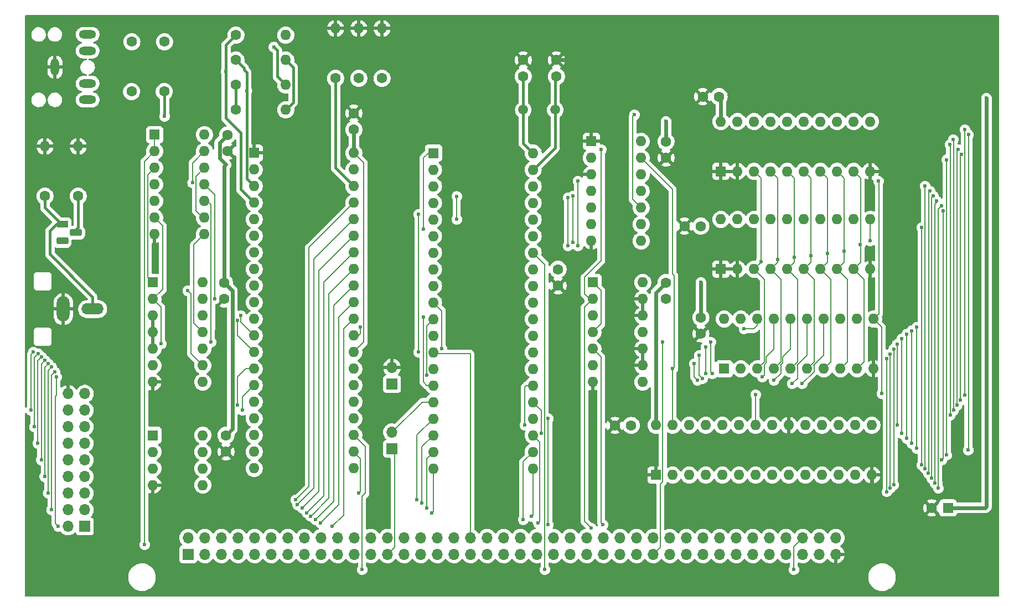
<source format=gtl>
G04 #@! TF.GenerationSoftware,KiCad,Pcbnew,6.0.10-86aedd382b~118~ubuntu20.04.1*
G04 #@! TF.CreationDate,2023-01-16T18:18:11-05:00*
G04 #@! TF.ProjectId,TMS9918A_YM2149,544d5339-3931-4384-915f-594d32313439,1*
G04 #@! TF.SameCoordinates,Original*
G04 #@! TF.FileFunction,Copper,L1,Top*
G04 #@! TF.FilePolarity,Positive*
%FSLAX46Y46*%
G04 Gerber Fmt 4.6, Leading zero omitted, Abs format (unit mm)*
G04 Created by KiCad (PCBNEW 6.0.10-86aedd382b~118~ubuntu20.04.1) date 2023-01-16 18:18:11*
%MOMM*%
%LPD*%
G01*
G04 APERTURE LIST*
G04 Aperture macros list*
%AMRoundRect*
0 Rectangle with rounded corners*
0 $1 Rounding radius*
0 $2 $3 $4 $5 $6 $7 $8 $9 X,Y pos of 4 corners*
0 Add a 4 corners polygon primitive as box body*
4,1,4,$2,$3,$4,$5,$6,$7,$8,$9,$2,$3,0*
0 Add four circle primitives for the rounded corners*
1,1,$1+$1,$2,$3*
1,1,$1+$1,$4,$5*
1,1,$1+$1,$6,$7*
1,1,$1+$1,$8,$9*
0 Add four rect primitives between the rounded corners*
20,1,$1+$1,$2,$3,$4,$5,0*
20,1,$1+$1,$4,$5,$6,$7,0*
20,1,$1+$1,$6,$7,$8,$9,0*
20,1,$1+$1,$8,$9,$2,$3,0*%
G04 Aperture macros list end*
G04 #@! TA.AperFunction,ComponentPad*
%ADD10R,1.600000X1.600000*%
G04 #@! TD*
G04 #@! TA.AperFunction,ComponentPad*
%ADD11C,1.600000*%
G04 #@! TD*
G04 #@! TA.AperFunction,ComponentPad*
%ADD12R,1.700000X1.700000*%
G04 #@! TD*
G04 #@! TA.AperFunction,ComponentPad*
%ADD13O,1.700000X1.700000*%
G04 #@! TD*
G04 #@! TA.AperFunction,ComponentPad*
%ADD14O,1.600000X1.600000*%
G04 #@! TD*
G04 #@! TA.AperFunction,ComponentPad*
%ADD15R,1.800000X1.100000*%
G04 #@! TD*
G04 #@! TA.AperFunction,ComponentPad*
%ADD16RoundRect,0.275000X-0.625000X0.275000X-0.625000X-0.275000X0.625000X-0.275000X0.625000X0.275000X0*%
G04 #@! TD*
G04 #@! TA.AperFunction,ComponentPad*
%ADD17C,1.500000*%
G04 #@! TD*
G04 #@! TA.AperFunction,ComponentPad*
%ADD18O,1.950000X3.900000*%
G04 #@! TD*
G04 #@! TA.AperFunction,ComponentPad*
%ADD19O,3.400000X1.700000*%
G04 #@! TD*
G04 #@! TA.AperFunction,ComponentPad*
%ADD20O,1.308000X2.616000*%
G04 #@! TD*
G04 #@! TA.AperFunction,ComponentPad*
%ADD21O,2.616000X1.308000*%
G04 #@! TD*
G04 #@! TA.AperFunction,ViaPad*
%ADD22C,0.600000*%
G04 #@! TD*
G04 #@! TA.AperFunction,Conductor*
%ADD23C,0.200000*%
G04 #@! TD*
G04 #@! TA.AperFunction,Conductor*
%ADD24C,0.600000*%
G04 #@! TD*
G04 #@! TA.AperFunction,Conductor*
%ADD25C,0.400000*%
G04 #@! TD*
G04 APERTURE END LIST*
D10*
X205200000Y-134320000D03*
D11*
X202700000Y-134320000D03*
D12*
X88970000Y-141420000D03*
D13*
X88970000Y-138880000D03*
X91510000Y-141420000D03*
X91510000Y-138880000D03*
X94050000Y-141420000D03*
X94050000Y-138880000D03*
X96590000Y-141420000D03*
X96590000Y-138880000D03*
X99130000Y-141420000D03*
X99130000Y-138880000D03*
X101670000Y-141420000D03*
X101670000Y-138880000D03*
X104210000Y-141420000D03*
X104210000Y-138880000D03*
X106750000Y-141420000D03*
X106750000Y-138880000D03*
X109290000Y-141420000D03*
X109290000Y-138880000D03*
X111830000Y-141420000D03*
X111830000Y-138880000D03*
X114370000Y-141420000D03*
X114370000Y-138880000D03*
X116910000Y-141420000D03*
X116910000Y-138880000D03*
X119450000Y-141420000D03*
X119450000Y-138880000D03*
X121990000Y-141420000D03*
X121990000Y-138880000D03*
X124530000Y-141420000D03*
X124530000Y-138880000D03*
X127070000Y-141420000D03*
X127070000Y-138880000D03*
X129610000Y-141420000D03*
X129610000Y-138880000D03*
X132150000Y-141420000D03*
X132150000Y-138880000D03*
X134690000Y-141420000D03*
X134690000Y-138880000D03*
X137230000Y-141420000D03*
X137230000Y-138880000D03*
X139770000Y-141420000D03*
X139770000Y-138880000D03*
X142310000Y-141420000D03*
X142310000Y-138880000D03*
X144850000Y-141420000D03*
X144850000Y-138880000D03*
X147390000Y-141420000D03*
X147390000Y-138880000D03*
X149930000Y-141420000D03*
X149930000Y-138880000D03*
X152470000Y-141420000D03*
X152470000Y-138880000D03*
X155010000Y-141420000D03*
X155010000Y-138880000D03*
X157550000Y-141420000D03*
X157550000Y-138880000D03*
X160090000Y-141420000D03*
X160090000Y-138880000D03*
X162630000Y-141420000D03*
X162630000Y-138880000D03*
X165170000Y-141420000D03*
X165170000Y-138880000D03*
X167710000Y-141420000D03*
X167710000Y-138880000D03*
X170250000Y-141420000D03*
X170250000Y-138880000D03*
X172790000Y-141420000D03*
X172790000Y-138880000D03*
X175330000Y-141420000D03*
X175330000Y-138880000D03*
X177870000Y-141420000D03*
X177870000Y-138880000D03*
X180410000Y-141420000D03*
X180410000Y-138880000D03*
X182950000Y-141420000D03*
X182950000Y-138880000D03*
X185490000Y-141420000D03*
X185490000Y-138880000D03*
X188030000Y-141420000D03*
X188030000Y-138880000D03*
D10*
X83576000Y-123200000D03*
D14*
X83576000Y-125740000D03*
X83576000Y-128280000D03*
X83576000Y-130820000D03*
X91196000Y-130820000D03*
X91196000Y-128280000D03*
X91196000Y-125740000D03*
X91196000Y-123200000D03*
D15*
X69704000Y-90932000D03*
D16*
X71774000Y-92202000D03*
X69704000Y-93472000D03*
D11*
X115062000Y-68580000D03*
D14*
X115062000Y-60960000D03*
D11*
X96266000Y-65786000D03*
D14*
X103886000Y-65786000D03*
D11*
X145288000Y-65786000D03*
X145288000Y-68286000D03*
X85344000Y-62992000D03*
X80344000Y-62992000D03*
D10*
X170454000Y-82814000D03*
D14*
X172994000Y-82814000D03*
X175534000Y-82814000D03*
X178074000Y-82814000D03*
X180614000Y-82814000D03*
X183154000Y-82814000D03*
X185694000Y-82814000D03*
X188234000Y-82814000D03*
X190774000Y-82814000D03*
X193314000Y-82814000D03*
X193314000Y-75194000D03*
X190774000Y-75194000D03*
X188234000Y-75194000D03*
X185694000Y-75194000D03*
X183154000Y-75194000D03*
X180614000Y-75194000D03*
X178074000Y-75194000D03*
X175534000Y-75194000D03*
X172994000Y-75194000D03*
X170454000Y-75194000D03*
D11*
X94742000Y-123210000D03*
X94742000Y-125710000D03*
X96266000Y-73406000D03*
D14*
X103886000Y-73406000D03*
D10*
X170454000Y-97790000D03*
D14*
X172994000Y-97790000D03*
X175534000Y-97790000D03*
X178074000Y-97790000D03*
X180614000Y-97790000D03*
X183154000Y-97790000D03*
X185694000Y-97790000D03*
X188234000Y-97790000D03*
X190774000Y-97790000D03*
X193314000Y-97790000D03*
X193314000Y-90170000D03*
X190774000Y-90170000D03*
X188234000Y-90170000D03*
X185694000Y-90170000D03*
X183154000Y-90170000D03*
X180614000Y-90170000D03*
X178074000Y-90170000D03*
X175534000Y-90170000D03*
X172994000Y-90170000D03*
X170454000Y-90170000D03*
D11*
X118618000Y-68580000D03*
D14*
X118618000Y-60960000D03*
D11*
X156733000Y-121696000D03*
X154233000Y-121696000D03*
D10*
X160528000Y-129286000D03*
D14*
X163068000Y-129286000D03*
X165608000Y-129286000D03*
X168148000Y-129286000D03*
X170688000Y-129286000D03*
X173228000Y-129286000D03*
X175768000Y-129286000D03*
X178308000Y-129286000D03*
X180848000Y-129286000D03*
X183388000Y-129286000D03*
X185928000Y-129286000D03*
X188468000Y-129286000D03*
X191008000Y-129286000D03*
X193548000Y-129286000D03*
X193548000Y-121666000D03*
X191008000Y-121666000D03*
X188468000Y-121666000D03*
X185928000Y-121666000D03*
X183388000Y-121666000D03*
X180848000Y-121666000D03*
X178308000Y-121666000D03*
X175768000Y-121666000D03*
X173228000Y-121666000D03*
X170688000Y-121666000D03*
X168148000Y-121666000D03*
X165608000Y-121666000D03*
X163068000Y-121666000D03*
X160528000Y-121666000D03*
D17*
X140208000Y-73406000D03*
X145108000Y-73406000D03*
D18*
X69850000Y-103886000D03*
D19*
X74350000Y-103886000D03*
D11*
X170175000Y-71384000D03*
X167675000Y-71384000D03*
X145542000Y-97810000D03*
X145542000Y-100310000D03*
X96266000Y-61976000D03*
D14*
X103886000Y-61976000D03*
D11*
X67056000Y-86614000D03*
D14*
X67056000Y-78994000D03*
D10*
X83830000Y-77211000D03*
D14*
X83830000Y-79751000D03*
X83830000Y-82291000D03*
X83830000Y-84831000D03*
X83830000Y-87371000D03*
X83830000Y-89911000D03*
X83830000Y-92451000D03*
X91450000Y-92451000D03*
X91450000Y-89911000D03*
X91450000Y-87371000D03*
X91450000Y-84831000D03*
X91450000Y-82291000D03*
X91450000Y-79751000D03*
X91450000Y-77211000D03*
D10*
X150632000Y-78227000D03*
D14*
X150632000Y-80767000D03*
X150632000Y-83307000D03*
X150632000Y-85847000D03*
X150632000Y-88387000D03*
X150632000Y-90927000D03*
X150632000Y-93467000D03*
X158252000Y-93467000D03*
X158252000Y-90927000D03*
X158252000Y-88387000D03*
X158252000Y-85847000D03*
X158252000Y-83307000D03*
X158252000Y-80767000D03*
X158252000Y-78227000D03*
D12*
X120142000Y-125272000D03*
D13*
X120142000Y-122732000D03*
D11*
X94488000Y-99842000D03*
X94488000Y-102342000D03*
D12*
X73157000Y-137150000D03*
D13*
X70617000Y-137150000D03*
X73157000Y-134610000D03*
X70617000Y-134610000D03*
X73157000Y-132070000D03*
X70617000Y-132070000D03*
X73157000Y-129530000D03*
X70617000Y-129530000D03*
X73157000Y-126990000D03*
X70617000Y-126990000D03*
X73157000Y-124450000D03*
X70617000Y-124450000D03*
X73157000Y-121910000D03*
X70617000Y-121910000D03*
X73157000Y-119370000D03*
X70617000Y-119370000D03*
X73157000Y-116830000D03*
X70617000Y-116830000D03*
D10*
X99060000Y-80010000D03*
D14*
X99060000Y-82550000D03*
X99060000Y-85090000D03*
X99060000Y-87630000D03*
X99060000Y-90170000D03*
X99060000Y-92710000D03*
X99060000Y-95250000D03*
X99060000Y-97790000D03*
X99060000Y-100330000D03*
X99060000Y-102870000D03*
X99060000Y-105410000D03*
X99060000Y-107950000D03*
X99060000Y-110490000D03*
X99060000Y-113030000D03*
X99060000Y-115570000D03*
X99060000Y-118110000D03*
X99060000Y-120650000D03*
X99060000Y-123190000D03*
X99060000Y-125730000D03*
X99060000Y-128270000D03*
X114300000Y-128270000D03*
X114300000Y-125730000D03*
X114300000Y-123190000D03*
X114300000Y-120650000D03*
X114300000Y-118110000D03*
X114300000Y-115570000D03*
X114300000Y-113030000D03*
X114300000Y-110490000D03*
X114300000Y-107950000D03*
X114300000Y-105410000D03*
X114300000Y-102870000D03*
X114300000Y-100330000D03*
X114300000Y-97790000D03*
X114300000Y-95250000D03*
X114300000Y-92710000D03*
X114300000Y-90170000D03*
X114300000Y-87630000D03*
X114300000Y-85090000D03*
X114300000Y-82550000D03*
X114300000Y-80010000D03*
D10*
X150876000Y-99822000D03*
D14*
X150876000Y-102362000D03*
X150876000Y-104902000D03*
X150876000Y-107442000D03*
X150876000Y-109982000D03*
X150876000Y-112522000D03*
X150876000Y-115062000D03*
X158496000Y-115062000D03*
X158496000Y-112522000D03*
X158496000Y-109982000D03*
X158496000Y-107442000D03*
X158496000Y-104902000D03*
X158496000Y-102362000D03*
X158496000Y-99822000D03*
D11*
X96266000Y-69596000D03*
D14*
X103886000Y-69596000D03*
D11*
X111506000Y-68580000D03*
D14*
X111506000Y-60960000D03*
D10*
X170962000Y-113030000D03*
D14*
X173502000Y-113030000D03*
X176042000Y-113030000D03*
X178582000Y-113030000D03*
X181122000Y-113030000D03*
X183662000Y-113030000D03*
X186202000Y-113030000D03*
X188742000Y-113030000D03*
X191282000Y-113030000D03*
X193822000Y-113030000D03*
X193822000Y-105410000D03*
X191282000Y-105410000D03*
X188742000Y-105410000D03*
X186202000Y-105410000D03*
X183662000Y-105410000D03*
X181122000Y-105410000D03*
X178582000Y-105410000D03*
X176042000Y-105410000D03*
X173502000Y-105410000D03*
X170962000Y-105410000D03*
D11*
X85304000Y-70612000D03*
X80304000Y-70612000D03*
X114300000Y-76434000D03*
X114300000Y-73934000D03*
X140208000Y-65786000D03*
X140208000Y-68286000D03*
X94996000Y-77236000D03*
X94996000Y-79736000D03*
X167381000Y-105166000D03*
X167381000Y-107666000D03*
X72136000Y-86614000D03*
D14*
X72136000Y-78994000D03*
D10*
X83576000Y-99817000D03*
D14*
X83576000Y-102357000D03*
X83576000Y-104897000D03*
X83576000Y-107437000D03*
X83576000Y-109977000D03*
X83576000Y-112517000D03*
X83576000Y-115057000D03*
X91196000Y-115057000D03*
X91196000Y-112517000D03*
X91196000Y-109977000D03*
X91196000Y-107437000D03*
X91196000Y-104897000D03*
X91196000Y-102357000D03*
X91196000Y-99817000D03*
D12*
X120142000Y-115366000D03*
D13*
X120142000Y-112826000D03*
D10*
X126487000Y-80015000D03*
D14*
X126487000Y-82555000D03*
X126487000Y-85095000D03*
X126487000Y-87635000D03*
X126487000Y-90175000D03*
X126487000Y-92715000D03*
X126487000Y-95255000D03*
X126487000Y-97795000D03*
X126487000Y-100335000D03*
X126487000Y-102875000D03*
X126487000Y-105415000D03*
X126487000Y-107955000D03*
X126487000Y-110495000D03*
X126487000Y-113035000D03*
X126487000Y-115575000D03*
X126487000Y-118115000D03*
X126487000Y-120655000D03*
X126487000Y-123195000D03*
X126487000Y-125735000D03*
X126487000Y-128275000D03*
X141727000Y-128275000D03*
X141727000Y-125735000D03*
X141727000Y-123195000D03*
X141727000Y-120655000D03*
X141727000Y-118115000D03*
X141727000Y-115575000D03*
X141727000Y-113035000D03*
X141727000Y-110495000D03*
X141727000Y-107955000D03*
X141727000Y-105415000D03*
X141727000Y-102875000D03*
X141727000Y-100335000D03*
X141727000Y-97795000D03*
X141727000Y-95255000D03*
X141727000Y-92715000D03*
X141727000Y-90175000D03*
X141727000Y-87635000D03*
X141727000Y-85095000D03*
X141727000Y-82555000D03*
X141727000Y-80015000D03*
D20*
X68588000Y-66880500D03*
D21*
X73588000Y-71880500D03*
X73588000Y-61880500D03*
X73588000Y-69380500D03*
X73588000Y-64380500D03*
D11*
X167381000Y-91196000D03*
X164881000Y-91196000D03*
X162052000Y-78252000D03*
X162052000Y-80752000D03*
X162052000Y-99842000D03*
X162052000Y-102342000D03*
D22*
X167386000Y-99822000D03*
X95715000Y-116883000D03*
X211074000Y-103632000D03*
X211074000Y-71628000D03*
X211074000Y-92456000D03*
X162052000Y-75184000D03*
X120396000Y-91694000D03*
X154178000Y-88392000D03*
X154178000Y-93472000D03*
X192786000Y-140970000D03*
X154178000Y-83312000D03*
X202692000Y-136652000D03*
X120396000Y-73660000D03*
X123952000Y-133096000D03*
X105410000Y-133096000D03*
X105683000Y-133839000D03*
X124714000Y-133604000D03*
X106426000Y-134366000D03*
X125460000Y-134350000D03*
X126238000Y-135052500D03*
X107112000Y-135052000D03*
X141478000Y-135636000D03*
X107639000Y-135579000D03*
X108458000Y-136144000D03*
X140208000Y-136125500D03*
X142494000Y-136633500D03*
X109239000Y-136633000D03*
X144036500Y-120650000D03*
X144036500Y-136906000D03*
X111010000Y-137160000D03*
X124206000Y-89408000D03*
X124206000Y-110490000D03*
X161544000Y-108966000D03*
X82296000Y-139954000D03*
X152146000Y-79502000D03*
X150622000Y-137414000D03*
X89643500Y-84582000D03*
X92456000Y-108966000D03*
X152400000Y-136906000D03*
X143510000Y-143764000D03*
X115570000Y-143764000D03*
X181610000Y-143764000D03*
X85344000Y-74422000D03*
X102070001Y-63791999D03*
X69098000Y-137150000D03*
X96501500Y-105664000D03*
X68834000Y-114300000D03*
X97028000Y-104902000D03*
X68580000Y-113538000D03*
X68062000Y-134610000D03*
X67545500Y-132070000D03*
X68072000Y-112776000D03*
X67558285Y-112262285D03*
X67019000Y-129530000D03*
X66492500Y-126990000D03*
X67044570Y-111748570D03*
X66530855Y-111234855D03*
X65966000Y-124450000D03*
X97282000Y-119380000D03*
X66017140Y-110721140D03*
X65439500Y-121910000D03*
X96520000Y-118618000D03*
X64913000Y-119370000D03*
X65278000Y-110490000D03*
X97933000Y-70501000D03*
X94742000Y-67564000D03*
X124968000Y-91694000D03*
X148590000Y-94234000D03*
X148590000Y-84328000D03*
X191770000Y-93993500D03*
X189261000Y-95020500D03*
X147828000Y-93726000D03*
X147828000Y-86614000D03*
X186721000Y-95347500D03*
X147066000Y-94234000D03*
X130048000Y-90170000D03*
X130048000Y-86648500D03*
X147066000Y-86868000D03*
X184181000Y-95674500D03*
X181641000Y-96001500D03*
X179101000Y-96328500D03*
X176561000Y-96655500D03*
X127762000Y-109982000D03*
X163068000Y-113030000D03*
X125494500Y-114046000D03*
X124968000Y-105156000D03*
X200406000Y-106680000D03*
X142983500Y-122936000D03*
X200406000Y-125222000D03*
X199644000Y-124460000D03*
X140462000Y-121666000D03*
X199644000Y-107206500D03*
X166878000Y-114808000D03*
X166370000Y-112268000D03*
X198882000Y-107733000D03*
X182880000Y-115316000D03*
X198882000Y-123698000D03*
X198120000Y-108458000D03*
X181356000Y-115316000D03*
X198120000Y-122936000D03*
X167132000Y-110998000D03*
X167640000Y-114554000D03*
X197413500Y-109275500D03*
X178562000Y-114808000D03*
X168148000Y-109728000D03*
X168148000Y-113792000D03*
X197413500Y-121666000D03*
X196887000Y-110019000D03*
X176784000Y-114300000D03*
X169164000Y-113792000D03*
X196887000Y-130791000D03*
X168910000Y-108966000D03*
X196360500Y-131318000D03*
X173990000Y-106934000D03*
X196360500Y-110762500D03*
X195834000Y-111506000D03*
X195834000Y-131844500D03*
X193294000Y-93472000D03*
X157226000Y-74168000D03*
X175768000Y-117002500D03*
X195072000Y-116840000D03*
X194564000Y-84328000D03*
X204234500Y-127000000D03*
X204470000Y-88900000D03*
X204216000Y-88138000D03*
X203708000Y-131318000D03*
X203200000Y-130556000D03*
X203454000Y-87376000D03*
X202946000Y-86614000D03*
X202692000Y-129794000D03*
X202438000Y-85852000D03*
X202184000Y-129032000D03*
X201676000Y-85090000D03*
X201681715Y-128275715D03*
X201168000Y-91440000D03*
X201168000Y-127762000D03*
X207772000Y-117094000D03*
X207772000Y-76454000D03*
X208317500Y-77216000D03*
X208280000Y-125476000D03*
X206049500Y-119380000D03*
X205994000Y-77978000D03*
X205486000Y-78740000D03*
X205523000Y-120142000D03*
X206576000Y-118618000D03*
X206756000Y-79502000D03*
X207264000Y-80264000D03*
X207102500Y-117856000D03*
X204996500Y-81044500D03*
X204996500Y-126238000D03*
X115062000Y-132080000D03*
X115297500Y-106680000D03*
X88900000Y-101092000D03*
X84836000Y-109220000D03*
X93003500Y-102362000D03*
D23*
X114300000Y-110490000D02*
X115824000Y-108966000D01*
D24*
X94488000Y-94996000D02*
X94488000Y-99842000D01*
X205200000Y-134320000D02*
X210866000Y-134320000D01*
X210866000Y-134320000D02*
X211074000Y-134112000D01*
X160528000Y-101366000D02*
X162052000Y-99842000D01*
X160528000Y-121666000D02*
X160528000Y-101366000D01*
X94488000Y-99842000D02*
X95715000Y-101069000D01*
X211074000Y-134112000D02*
X211074000Y-103632000D01*
X211074000Y-103632000D02*
X211074000Y-71628000D01*
X93769000Y-80815000D02*
X94742000Y-81788000D01*
X95715000Y-122237000D02*
X94742000Y-123210000D01*
X162052000Y-78252000D02*
X162052000Y-75184000D01*
X94488000Y-93726000D02*
X94488000Y-94996000D01*
X167381000Y-105166000D02*
X167381000Y-99827000D01*
X94996000Y-77236000D02*
X93769000Y-78463000D01*
X170454000Y-75194000D02*
X170454000Y-71663000D01*
X93769000Y-78463000D02*
X93769000Y-80815000D01*
D23*
X115824000Y-108966000D02*
X115824000Y-81534000D01*
X115824000Y-81534000D02*
X114300000Y-80010000D01*
D24*
X94488000Y-82042000D02*
X94488000Y-93726000D01*
X94742000Y-81788000D02*
X94488000Y-82042000D01*
X170454000Y-71663000D02*
X170175000Y-71384000D01*
X167381000Y-99827000D02*
X167386000Y-99822000D01*
X114300000Y-80010000D02*
X114300000Y-76434000D01*
X95715000Y-116883000D02*
X95715000Y-122237000D01*
X95715000Y-101069000D02*
X95715000Y-116883000D01*
X154178000Y-88392000D02*
X154178000Y-83312000D01*
X154178000Y-83312000D02*
X154178000Y-66802000D01*
X193548000Y-140208000D02*
X192786000Y-140970000D01*
X120396000Y-73660000D02*
X120396000Y-91694000D01*
X154178000Y-66802000D02*
X153162000Y-65786000D01*
X153162000Y-65786000D02*
X145288000Y-65786000D01*
X193548000Y-129286000D02*
X193548000Y-140208000D01*
X154178000Y-93472000D02*
X154178000Y-88392000D01*
D23*
X123952000Y-123190000D02*
X123952000Y-133096000D01*
X126487000Y-120655000D02*
X123952000Y-123190000D01*
X114300000Y-87630000D02*
X110236000Y-91694000D01*
X110236000Y-91694000D02*
X107442000Y-94488000D01*
X107442000Y-131064000D02*
X105410000Y-133096000D01*
X107442000Y-94488000D02*
X107442000Y-131064000D01*
X108204000Y-96266000D02*
X108204000Y-96520000D01*
X108204000Y-96520000D02*
X108204000Y-128778000D01*
X114300000Y-90170000D02*
X110744000Y-93726000D01*
X110744000Y-93726000D02*
X108204000Y-96266000D01*
X108204000Y-131318000D02*
X105683000Y-133839000D01*
X124714000Y-124968000D02*
X126487000Y-123195000D01*
X108204000Y-128778000D02*
X108204000Y-131318000D01*
X124714000Y-133604000D02*
X124714000Y-124968000D01*
X114300000Y-92710000D02*
X111252000Y-95758000D01*
X108966000Y-98044000D02*
X108966000Y-131826000D01*
X126487000Y-125735000D02*
X125460000Y-126762000D01*
X111252000Y-95758000D02*
X108966000Y-98044000D01*
X108966000Y-131826000D02*
X106426000Y-134366000D01*
X125460000Y-126762000D02*
X125460000Y-134350000D01*
X126487000Y-134803500D02*
X126238000Y-135052500D01*
X126487000Y-128275000D02*
X126487000Y-134803500D01*
X109728000Y-99822000D02*
X109728000Y-132436000D01*
X111760000Y-97790000D02*
X109728000Y-99822000D01*
X114300000Y-95250000D02*
X111760000Y-97790000D01*
X109728000Y-132436000D02*
X107112000Y-135052000D01*
X110490000Y-101600000D02*
X110490000Y-132842000D01*
X141727000Y-128275000D02*
X141727000Y-135387000D01*
X107753000Y-135579000D02*
X107639000Y-135579000D01*
X141727000Y-135387000D02*
X141478000Y-135636000D01*
X114300000Y-97790000D02*
X112014000Y-100076000D01*
X110490000Y-132842000D02*
X107753000Y-135579000D01*
X112014000Y-100076000D02*
X110490000Y-101600000D01*
X141727000Y-125735000D02*
X140208000Y-127254000D01*
X111252000Y-133350000D02*
X108458000Y-136144000D01*
X140208000Y-127254000D02*
X140208000Y-128524000D01*
X114300000Y-100330000D02*
X112268000Y-102362000D01*
X140208000Y-128524000D02*
X140208000Y-136125500D01*
X111252000Y-103632000D02*
X111252000Y-133350000D01*
X112268000Y-102362000D02*
X111252000Y-103378000D01*
X111252000Y-103378000D02*
X111252000Y-103632000D01*
X112014000Y-105156000D02*
X114300000Y-102870000D01*
X142754000Y-124222000D02*
X142754000Y-136373500D01*
X112014000Y-105156000D02*
X112014000Y-133858000D01*
X142754000Y-136373500D02*
X142494000Y-136633500D01*
X141727000Y-123195000D02*
X142754000Y-124222000D01*
X112014000Y-133858000D02*
X109239000Y-136633000D01*
X114300000Y-105410000D02*
X113030000Y-106680000D01*
X113030000Y-106680000D02*
X112776000Y-106934000D01*
X144036500Y-136906000D02*
X144036500Y-120650000D01*
X112776000Y-135394000D02*
X111010000Y-137160000D01*
X112776000Y-106934000D02*
X112776000Y-135394000D01*
X120527000Y-125657000D02*
X120142000Y-125272000D01*
X120527000Y-140343000D02*
X120527000Y-125657000D01*
X119450000Y-141420000D02*
X120527000Y-140343000D01*
X132150000Y-138880000D02*
X132150000Y-110814000D01*
X126736000Y-110744000D02*
X126487000Y-110495000D01*
X132150000Y-110814000D02*
X132080000Y-110744000D01*
X132080000Y-110744000D02*
X126736000Y-110744000D01*
X124206000Y-89408000D02*
X124206000Y-110490000D01*
X90170000Y-88900000D02*
X90170000Y-83571000D01*
X91450000Y-89911000D02*
X91181000Y-89911000D01*
X91181000Y-89911000D02*
X90170000Y-88900000D01*
X90170000Y-83571000D02*
X91450000Y-82291000D01*
X152146000Y-101092000D02*
X150876000Y-99822000D01*
X150876000Y-107442000D02*
X152146000Y-106172000D01*
X161167000Y-140343000D02*
X161167000Y-130701000D01*
X160090000Y-141420000D02*
X161167000Y-140343000D01*
X152146000Y-106172000D02*
X152146000Y-101092000D01*
X161555000Y-130313000D02*
X161555000Y-108977000D01*
X161555000Y-108977000D02*
X161544000Y-108966000D01*
X161167000Y-130701000D02*
X161555000Y-130313000D01*
X82296000Y-81788000D02*
X82296000Y-139954000D01*
X83830000Y-79751000D02*
X82296000Y-81285000D01*
X82296000Y-81285000D02*
X82296000Y-81788000D01*
X83830000Y-77211000D02*
X83830000Y-79751000D01*
D25*
X145108000Y-73406000D02*
X145108000Y-68466000D01*
X141727000Y-82555000D02*
X145108000Y-79174000D01*
X145108000Y-68466000D02*
X145288000Y-68286000D01*
X145108000Y-79174000D02*
X145108000Y-73406000D01*
D23*
X152146000Y-79502000D02*
X152146000Y-96498000D01*
X150368000Y-102362000D02*
X150876000Y-102362000D01*
X152146000Y-96498000D02*
X149606000Y-99038000D01*
X150876000Y-102362000D02*
X149606000Y-103632000D01*
X89643500Y-81557500D02*
X89643500Y-84582000D01*
X150622000Y-137414000D02*
X149606000Y-136398000D01*
X149606000Y-101600000D02*
X150368000Y-102362000D01*
X91450000Y-79751000D02*
X89643500Y-81557500D01*
X149606000Y-136398000D02*
X149606000Y-103632000D01*
X149606000Y-99038000D02*
X149606000Y-101600000D01*
X152146000Y-111252000D02*
X152146000Y-114300000D01*
X92456000Y-106934000D02*
X92477000Y-106913000D01*
X152146000Y-114300000D02*
X152146000Y-136652000D01*
X91943000Y-87371000D02*
X91450000Y-87371000D01*
X150876000Y-109982000D02*
X152146000Y-111252000D01*
X92477000Y-87905000D02*
X91943000Y-87371000D01*
X92477000Y-106913000D02*
X92477000Y-87905000D01*
X92456000Y-108966000D02*
X92456000Y-106934000D01*
X152146000Y-136652000D02*
X152400000Y-136906000D01*
X181610000Y-143764000D02*
X181610000Y-140220000D01*
X143510000Y-97038000D02*
X143510000Y-143764000D01*
X115570000Y-132588000D02*
X116078000Y-132080000D01*
X116078000Y-132080000D02*
X116078000Y-124968000D01*
X141727000Y-95255000D02*
X143510000Y-97038000D01*
X181610000Y-140220000D02*
X182950000Y-138880000D01*
X115570000Y-143764000D02*
X115570000Y-132588000D01*
X116078000Y-124968000D02*
X114300000Y-123190000D01*
D25*
X140208000Y-73406000D02*
X140208000Y-68286000D01*
X141727000Y-80015000D02*
X140208000Y-78496000D01*
X140208000Y-78496000D02*
X140208000Y-73406000D01*
X85344000Y-70652000D02*
X85304000Y-70612000D01*
X105013000Y-72279000D02*
X105013000Y-66913000D01*
X103886000Y-73406000D02*
X105013000Y-72279000D01*
X85344000Y-74422000D02*
X85344000Y-70652000D01*
X105013000Y-66913000D02*
X103886000Y-65786000D01*
X102616000Y-68326000D02*
X102616000Y-64337998D01*
X103886000Y-69596000D02*
X102616000Y-68326000D01*
X102616000Y-64337998D02*
X102070001Y-63791999D01*
X67818000Y-91948000D02*
X68834000Y-90932000D01*
X69596000Y-90932000D02*
X67056000Y-88392000D01*
X67056000Y-88392000D02*
X67056000Y-86614000D01*
X68834000Y-90932000D02*
X70104000Y-90932000D01*
X74350000Y-102036000D02*
X67818000Y-95504000D01*
X70104000Y-90932000D02*
X69596000Y-90932000D01*
X74350000Y-103886000D02*
X74350000Y-102036000D01*
X67818000Y-95504000D02*
X67818000Y-91948000D01*
D23*
X126487000Y-118115000D02*
X124759000Y-118115000D01*
X124759000Y-118115000D02*
X120142000Y-122732000D01*
X68834000Y-114300000D02*
X68834000Y-117089891D01*
X68648000Y-136700000D02*
X68648000Y-117275891D01*
X96501500Y-107931500D02*
X96501500Y-105664000D01*
X69098000Y-137150000D02*
X68648000Y-136700000D01*
X68648000Y-117275891D02*
X68834000Y-117089891D01*
X99060000Y-110490000D02*
X96501500Y-107931500D01*
X68062000Y-134610000D02*
X68072500Y-134599500D01*
X97028000Y-105918000D02*
X97028000Y-104902000D01*
X99060000Y-107950000D02*
X97028000Y-105918000D01*
X68072500Y-114045500D02*
X68580000Y-113538000D01*
X68072500Y-134599500D02*
X68072500Y-114045500D01*
X67545500Y-113302500D02*
X68072000Y-112776000D01*
X67545500Y-132070000D02*
X67545500Y-113302500D01*
X67019000Y-112801570D02*
X67558285Y-112262285D01*
X67019000Y-129530000D02*
X67019000Y-112801570D01*
X66492500Y-126990000D02*
X66492500Y-112300640D01*
X66492500Y-112300640D02*
X67044570Y-111748570D01*
X65966000Y-124450000D02*
X65966000Y-111799710D01*
X65966000Y-111799710D02*
X66530855Y-111234855D01*
X99060000Y-115570000D02*
X97282000Y-117348000D01*
X97282000Y-117348000D02*
X97282000Y-119380000D01*
X65439500Y-111298780D02*
X66017140Y-110721140D01*
X65439500Y-121910000D02*
X65439500Y-111298780D01*
X99060000Y-113030000D02*
X97790000Y-113030000D01*
X96520000Y-114300000D02*
X96520000Y-115316000D01*
X96774000Y-114046000D02*
X96520000Y-114300000D01*
X97790000Y-113030000D02*
X96774000Y-114046000D01*
X96520000Y-115316000D02*
X96520000Y-118618000D01*
X64913000Y-110855000D02*
X65278000Y-110490000D01*
X64913000Y-119370000D02*
X64913000Y-110855000D01*
D25*
X72136000Y-91440000D02*
X71374000Y-92202000D01*
X72136000Y-86614000D02*
X72136000Y-91440000D01*
X114300000Y-85090000D02*
X111506000Y-82296000D01*
X96266000Y-69596000D02*
X96266000Y-73406000D01*
X111506000Y-82296000D02*
X111506000Y-68580000D01*
X97933000Y-83963000D02*
X97933000Y-70501000D01*
X97536000Y-67310000D02*
X97536000Y-67056000D01*
X97536000Y-67056000D02*
X96266000Y-65786000D01*
X97933000Y-67707000D02*
X97536000Y-67310000D01*
X97933000Y-70501000D02*
X97933000Y-67707000D01*
X99060000Y-85090000D02*
X97933000Y-83963000D01*
X94742000Y-67564000D02*
X94742000Y-63754000D01*
X99060000Y-87630000D02*
X97028000Y-85598000D01*
X94742000Y-63500000D02*
X94742000Y-63754000D01*
X97028000Y-76962000D02*
X94742000Y-74676000D01*
X97028000Y-85598000D02*
X97028000Y-76962000D01*
X94742000Y-74676000D02*
X94742000Y-67564000D01*
X96266000Y-61976000D02*
X94742000Y-63500000D01*
D23*
X124968000Y-91694000D02*
X124968000Y-80772000D01*
X124968000Y-80772000D02*
X125725000Y-80015000D01*
X125725000Y-80015000D02*
X126487000Y-80015000D01*
X192309000Y-112003000D02*
X191282000Y-113030000D01*
X191801000Y-96763000D02*
X190774000Y-97790000D01*
X191770000Y-93980000D02*
X191770000Y-93993500D01*
X191801000Y-93949000D02*
X191770000Y-93980000D01*
X192309000Y-99325000D02*
X192309000Y-112003000D01*
X190774000Y-82814000D02*
X191801000Y-83841000D01*
X191801000Y-83841000D02*
X191801000Y-93949000D01*
X148590000Y-84328000D02*
X148590000Y-94234000D01*
X190774000Y-97790000D02*
X192309000Y-99325000D01*
X191801000Y-93949000D02*
X191801000Y-96763000D01*
X189261000Y-96763000D02*
X188234000Y-97790000D01*
X147828000Y-86595500D02*
X147828000Y-93726000D01*
X189261000Y-94965000D02*
X189261000Y-96763000D01*
X147828000Y-86595500D02*
X147828000Y-86614000D01*
X188234000Y-97790000D02*
X189769000Y-99325000D01*
X189261000Y-83841000D02*
X189261000Y-94965000D01*
X189769000Y-99325000D02*
X189769000Y-112003000D01*
X189261000Y-94965000D02*
X189261000Y-95020500D01*
X188234000Y-82814000D02*
X189261000Y-83841000D01*
X189769000Y-112003000D02*
X188742000Y-113030000D01*
X187229000Y-112003000D02*
X186202000Y-113030000D01*
X185694000Y-82814000D02*
X186721000Y-83841000D01*
X187229000Y-99325000D02*
X187229000Y-112003000D01*
X186721000Y-95535000D02*
X186721000Y-95347500D01*
X147066000Y-86868000D02*
X147066000Y-94234000D01*
X186721000Y-83841000D02*
X186721000Y-95535000D01*
X186721000Y-95535000D02*
X186721000Y-96763000D01*
X130048000Y-86648500D02*
X130048000Y-90170000D01*
X185694000Y-97790000D02*
X187229000Y-99325000D01*
X186721000Y-96763000D02*
X185694000Y-97790000D01*
X184181000Y-96763000D02*
X183154000Y-97790000D01*
X183154000Y-97790000D02*
X184689000Y-99325000D01*
X184181000Y-83841000D02*
X184181000Y-95535000D01*
X184689000Y-112003000D02*
X183662000Y-113030000D01*
X183154000Y-82814000D02*
X184181000Y-83841000D01*
X184689000Y-99325000D02*
X184689000Y-112003000D01*
X184181000Y-95535000D02*
X184181000Y-96763000D01*
X184181000Y-95535000D02*
X184181000Y-95674500D01*
X181641000Y-96235000D02*
X181641000Y-96763000D01*
X182149000Y-99325000D02*
X182149000Y-112003000D01*
X181641000Y-96235000D02*
X181641000Y-96001500D01*
X180614000Y-97790000D02*
X182149000Y-99325000D01*
X181641000Y-96763000D02*
X180614000Y-97790000D01*
X180614000Y-82814000D02*
X181641000Y-83841000D01*
X182149000Y-112003000D02*
X181122000Y-113030000D01*
X181641000Y-83841000D02*
X181641000Y-96235000D01*
X179101000Y-96297000D02*
X179101000Y-96763000D01*
X178074000Y-97790000D02*
X179609000Y-99325000D01*
X178074000Y-82814000D02*
X179101000Y-83841000D01*
X179609000Y-112003000D02*
X178582000Y-113030000D01*
X179101000Y-96297000D02*
X179101000Y-96328500D01*
X179609000Y-99325000D02*
X179609000Y-112003000D01*
X179101000Y-96763000D02*
X178074000Y-97790000D01*
X179101000Y-83841000D02*
X179101000Y-96297000D01*
X176561000Y-96551000D02*
X176561000Y-96763000D01*
X177069000Y-112003000D02*
X176042000Y-113030000D01*
X176561000Y-83841000D02*
X176561000Y-96551000D01*
X175534000Y-82814000D02*
X176561000Y-83841000D01*
X176561000Y-96763000D02*
X175534000Y-97790000D01*
X177069000Y-99325000D02*
X177069000Y-112003000D01*
X176561000Y-96551000D02*
X176561000Y-96655500D01*
X175534000Y-97790000D02*
X177069000Y-99325000D01*
X127762000Y-104150000D02*
X126487000Y-102875000D01*
X127762000Y-109982000D02*
X127762000Y-104150000D01*
X163322000Y-112776000D02*
X163068000Y-113030000D01*
X158252000Y-80767000D02*
X163068000Y-85583000D01*
X163322000Y-98806000D02*
X163322000Y-112776000D01*
X163068000Y-98552000D02*
X163322000Y-98806000D01*
X125460000Y-114011500D02*
X125460000Y-106442000D01*
X125460000Y-106442000D02*
X126487000Y-105415000D01*
X163068000Y-121666000D02*
X163068000Y-113030000D01*
X163068000Y-85583000D02*
X163068000Y-98552000D01*
X125494500Y-114046000D02*
X125460000Y-114011500D01*
X124968000Y-115062000D02*
X125481000Y-115575000D01*
X125481000Y-115575000D02*
X126487000Y-115575000D01*
X124968000Y-105156000D02*
X124968000Y-115062000D01*
X142983500Y-120922500D02*
X143002000Y-120904000D01*
X200406000Y-106680000D02*
X200406000Y-125222000D01*
X143002000Y-120904000D02*
X143002000Y-119390000D01*
X143002000Y-119390000D02*
X141727000Y-118115000D01*
X142983500Y-122936000D02*
X142983500Y-120922500D01*
X140462000Y-115824000D02*
X140711000Y-115575000D01*
X140711000Y-115575000D02*
X141727000Y-115575000D01*
X199644000Y-107206500D02*
X199644000Y-124460000D01*
X140462000Y-121666000D02*
X140462000Y-115824000D01*
X184645224Y-112509224D02*
X184689000Y-112553000D01*
X186202000Y-105410000D02*
X186202000Y-110952448D01*
X166370000Y-114300000D02*
X166878000Y-114808000D01*
X184689000Y-113455398D02*
X182880000Y-115264398D01*
X184689000Y-112553000D02*
X184689000Y-113455398D01*
X198882000Y-107733000D02*
X198882000Y-123698000D01*
X186202000Y-110952448D02*
X184645224Y-112509224D01*
X166370000Y-112268000D02*
X166370000Y-114300000D01*
X182880000Y-115264398D02*
X182880000Y-115316000D01*
X182149000Y-114523000D02*
X181356000Y-115316000D01*
X167132000Y-110998000D02*
X167132000Y-114046000D01*
X167132000Y-114046000D02*
X167640000Y-114554000D01*
X182149000Y-112553000D02*
X182149000Y-113030000D01*
X183662000Y-110978000D02*
X182118000Y-112522000D01*
X182118000Y-112522000D02*
X182149000Y-112553000D01*
X182149000Y-113030000D02*
X182149000Y-114523000D01*
X198120000Y-122936000D02*
X198120000Y-108458000D01*
X183662000Y-105410000D02*
X183662000Y-110978000D01*
X179565224Y-112509224D02*
X179609000Y-112553000D01*
X181122000Y-105410000D02*
X181122000Y-110066000D01*
X168148000Y-113792000D02*
X168148000Y-109728000D01*
X181122000Y-110066000D02*
X179936000Y-111252000D01*
X179609000Y-113761000D02*
X178562000Y-114808000D01*
X179936000Y-111252000D02*
X179936000Y-112138448D01*
X179609000Y-112553000D02*
X179609000Y-113761000D01*
X197413500Y-121666000D02*
X197413500Y-109275500D01*
X179936000Y-112138448D02*
X179565224Y-112509224D01*
X168910000Y-108966000D02*
X168910000Y-113538000D01*
X168910000Y-113538000D02*
X169164000Y-113792000D01*
X178582000Y-110066000D02*
X177396000Y-111252000D01*
X177069000Y-114015000D02*
X176784000Y-114300000D01*
X177396000Y-112138448D02*
X177204448Y-112330000D01*
X177396000Y-111252000D02*
X177396000Y-112138448D01*
X177204448Y-112330000D02*
X177069000Y-112465448D01*
X177069000Y-112465448D02*
X177069000Y-113030000D01*
X196887000Y-130791000D02*
X196887000Y-110019000D01*
X177069000Y-113030000D02*
X177069000Y-114015000D01*
X178582000Y-105410000D02*
X178582000Y-110066000D01*
X176042000Y-106406000D02*
X176042000Y-105410000D01*
X196360500Y-131318000D02*
X196360500Y-110762500D01*
X175514000Y-106934000D02*
X176042000Y-106406000D01*
X173990000Y-106934000D02*
X175514000Y-106934000D01*
X195834000Y-131844500D02*
X195834000Y-111506000D01*
X193294000Y-93472000D02*
X193314000Y-93452000D01*
X193314000Y-93452000D02*
X193314000Y-90170000D01*
X158252000Y-88387000D02*
X156987000Y-87122000D01*
X156987000Y-87122000D02*
X156972000Y-87122000D01*
X156972000Y-87122000D02*
X156972000Y-74422000D01*
X156972000Y-74422000D02*
X157226000Y-74168000D01*
X175768000Y-117094000D02*
X175768000Y-117002500D01*
X194621999Y-84385999D02*
X194564000Y-84328000D01*
X195072000Y-106660000D02*
X193822000Y-105410000D01*
X194621999Y-104610001D02*
X194621999Y-84385999D01*
X175768000Y-117094000D02*
X175768000Y-121666000D01*
X195072000Y-116840000D02*
X195072000Y-106660000D01*
X193822000Y-105410000D02*
X194621999Y-104610001D01*
X204470000Y-126764500D02*
X204234500Y-127000000D01*
X204470000Y-88900000D02*
X204470000Y-126764500D01*
X203727000Y-131299000D02*
X203727000Y-130321000D01*
X203708000Y-130302000D02*
X203708000Y-88646000D01*
X203727000Y-130321000D02*
X203708000Y-130302000D01*
X203708000Y-131318000D02*
X203727000Y-131299000D01*
X203708000Y-88646000D02*
X204216000Y-88138000D01*
X203219000Y-129013000D02*
X203219000Y-87865000D01*
X203200000Y-130556000D02*
X203219000Y-130537000D01*
X203454000Y-87630000D02*
X203454000Y-87376000D01*
X203219000Y-130537000D02*
X203219000Y-129013000D01*
X203219000Y-87865000D02*
X203454000Y-87630000D01*
X202692000Y-129794000D02*
X202711000Y-129775000D01*
X202711000Y-124225000D02*
X202692000Y-124206000D01*
X202692000Y-124206000D02*
X202692000Y-86868000D01*
X202711000Y-129775000D02*
X202711000Y-124225000D01*
X202692000Y-86868000D02*
X202946000Y-86614000D01*
X202208715Y-126975285D02*
X202208715Y-86081285D01*
X202208715Y-86081285D02*
X202438000Y-85852000D01*
X202184000Y-129032000D02*
X202208715Y-129007285D01*
X202208715Y-129007285D02*
X202208715Y-126975285D01*
X201695000Y-125749000D02*
X201695000Y-85109000D01*
X201695000Y-128262430D02*
X201695000Y-125749000D01*
X201695000Y-85109000D02*
X201676000Y-85090000D01*
X201681715Y-128275715D02*
X201695000Y-128262430D01*
X201168000Y-127762000D02*
X201168000Y-91440000D01*
X207772000Y-116840000D02*
X207791000Y-116821000D01*
X207772000Y-117094000D02*
X207772000Y-116840000D01*
X207791000Y-76473000D02*
X207772000Y-76454000D01*
X207791000Y-116821000D02*
X207791000Y-76473000D01*
X208317500Y-77216000D02*
X208317500Y-125438500D01*
X208317500Y-125438500D02*
X208280000Y-125476000D01*
X206049500Y-119380000D02*
X206049500Y-78033500D01*
X206049500Y-78033500D02*
X205994000Y-77978000D01*
X205486000Y-78920000D02*
X205486000Y-78740000D01*
X205523000Y-120142000D02*
X205523000Y-78957000D01*
X205523000Y-78957000D02*
X205486000Y-78920000D01*
X206576000Y-118618000D02*
X206576000Y-79682000D01*
X206576000Y-79682000D02*
X206756000Y-79502000D01*
X207102500Y-80425500D02*
X207264000Y-80264000D01*
X207102500Y-117856000D02*
X207102500Y-80425500D01*
X204996500Y-126238000D02*
X204996500Y-81044500D01*
X115327000Y-126757000D02*
X114300000Y-125730000D01*
X115327000Y-131815000D02*
X115327000Y-126757000D01*
X115062000Y-132080000D02*
X115327000Y-131815000D01*
X115297500Y-106680000D02*
X115316000Y-106698500D01*
X115316000Y-106698500D02*
X115316000Y-107696000D01*
X115316000Y-107696000D02*
X115062000Y-107950000D01*
X115062000Y-107950000D02*
X114300000Y-107950000D01*
X83576000Y-99817000D02*
X82803000Y-99044000D01*
X89408000Y-110729000D02*
X89408000Y-101600000D01*
X82803000Y-83318000D02*
X83830000Y-82291000D01*
X89408000Y-101600000D02*
X88900000Y-101092000D01*
X82803000Y-99044000D02*
X82803000Y-83318000D01*
X91196000Y-112517000D02*
X89408000Y-110729000D01*
X85090000Y-91171000D02*
X83830000Y-89911000D01*
X84836000Y-103617000D02*
X84836000Y-109220000D01*
X83576000Y-102357000D02*
X85090000Y-100843000D01*
X83576000Y-102357000D02*
X84836000Y-103617000D01*
X85090000Y-100843000D02*
X85090000Y-91171000D01*
X89842000Y-106083000D02*
X89842000Y-94059000D01*
X91196000Y-107437000D02*
X89842000Y-106083000D01*
X89842000Y-94059000D02*
X91450000Y-92451000D01*
X91450000Y-84831000D02*
X93003500Y-86384500D01*
X93003500Y-86384500D02*
X93003500Y-102362000D01*
G04 #@! TA.AperFunction,Conductor*
G36*
X212933621Y-58948502D02*
G01*
X212980114Y-59002158D01*
X212991500Y-59054500D01*
X212991500Y-147785500D01*
X212971498Y-147853621D01*
X212917842Y-147900114D01*
X212865500Y-147911500D01*
X64134500Y-147911500D01*
X64066379Y-147891498D01*
X64019886Y-147837842D01*
X64008500Y-147785500D01*
X64008500Y-145052703D01*
X79790743Y-145052703D01*
X79828268Y-145337734D01*
X79904129Y-145615036D01*
X80016923Y-145879476D01*
X80164561Y-146126161D01*
X80344313Y-146350528D01*
X80552851Y-146548423D01*
X80786317Y-146716186D01*
X80790112Y-146718195D01*
X80790113Y-146718196D01*
X80811869Y-146729715D01*
X81040392Y-146850712D01*
X81310373Y-146949511D01*
X81591264Y-147010755D01*
X81619841Y-147013004D01*
X81814282Y-147028307D01*
X81814291Y-147028307D01*
X81816739Y-147028500D01*
X81972271Y-147028500D01*
X81974407Y-147028354D01*
X81974418Y-147028354D01*
X82182548Y-147014165D01*
X82182554Y-147014164D01*
X82186825Y-147013873D01*
X82191020Y-147013004D01*
X82191022Y-147013004D01*
X82327584Y-146984723D01*
X82468342Y-146955574D01*
X82739343Y-146859607D01*
X82994812Y-146727750D01*
X82998313Y-146725289D01*
X82998317Y-146725287D01*
X83112418Y-146645095D01*
X83230023Y-146562441D01*
X83440622Y-146366740D01*
X83622713Y-146144268D01*
X83772927Y-145899142D01*
X83888483Y-145635898D01*
X83967244Y-145359406D01*
X84007751Y-145074784D01*
X84007845Y-145056951D01*
X84007867Y-145052703D01*
X192990743Y-145052703D01*
X193028268Y-145337734D01*
X193104129Y-145615036D01*
X193216923Y-145879476D01*
X193364561Y-146126161D01*
X193544313Y-146350528D01*
X193752851Y-146548423D01*
X193986317Y-146716186D01*
X193990112Y-146718195D01*
X193990113Y-146718196D01*
X194011869Y-146729715D01*
X194240392Y-146850712D01*
X194510373Y-146949511D01*
X194791264Y-147010755D01*
X194819841Y-147013004D01*
X195014282Y-147028307D01*
X195014291Y-147028307D01*
X195016739Y-147028500D01*
X195172271Y-147028500D01*
X195174407Y-147028354D01*
X195174418Y-147028354D01*
X195382548Y-147014165D01*
X195382554Y-147014164D01*
X195386825Y-147013873D01*
X195391020Y-147013004D01*
X195391022Y-147013004D01*
X195527584Y-146984723D01*
X195668342Y-146955574D01*
X195939343Y-146859607D01*
X196194812Y-146727750D01*
X196198313Y-146725289D01*
X196198317Y-146725287D01*
X196312418Y-146645095D01*
X196430023Y-146562441D01*
X196640622Y-146366740D01*
X196822713Y-146144268D01*
X196972927Y-145899142D01*
X197088483Y-145635898D01*
X197167244Y-145359406D01*
X197207751Y-145074784D01*
X197207845Y-145056951D01*
X197209235Y-144791583D01*
X197209235Y-144791576D01*
X197209257Y-144787297D01*
X197171732Y-144502266D01*
X197095871Y-144224964D01*
X197041968Y-144098590D01*
X196984763Y-143964476D01*
X196984761Y-143964472D01*
X196983077Y-143960524D01*
X196835439Y-143713839D01*
X196655687Y-143489472D01*
X196447149Y-143291577D01*
X196213683Y-143123814D01*
X196191843Y-143112250D01*
X196168654Y-143099972D01*
X195959608Y-142989288D01*
X195689627Y-142890489D01*
X195408736Y-142829245D01*
X195377685Y-142826801D01*
X195185718Y-142811693D01*
X195185709Y-142811693D01*
X195183261Y-142811500D01*
X195027729Y-142811500D01*
X195025593Y-142811646D01*
X195025582Y-142811646D01*
X194817452Y-142825835D01*
X194817446Y-142825836D01*
X194813175Y-142826127D01*
X194808980Y-142826996D01*
X194808978Y-142826996D01*
X194793077Y-142830289D01*
X194531658Y-142884426D01*
X194260657Y-142980393D01*
X194005188Y-143112250D01*
X194001687Y-143114711D01*
X194001683Y-143114713D01*
X193991594Y-143121804D01*
X193769977Y-143277559D01*
X193754892Y-143291577D01*
X193617655Y-143419106D01*
X193559378Y-143473260D01*
X193377287Y-143695732D01*
X193227073Y-143940858D01*
X193225347Y-143944791D01*
X193225346Y-143944792D01*
X193113243Y-144200170D01*
X193111517Y-144204102D01*
X193032756Y-144480594D01*
X192992249Y-144765216D01*
X192992227Y-144769505D01*
X192992226Y-144769512D01*
X192990765Y-145048417D01*
X192990743Y-145052703D01*
X84007867Y-145052703D01*
X84009235Y-144791583D01*
X84009235Y-144791576D01*
X84009257Y-144787297D01*
X83971732Y-144502266D01*
X83895871Y-144224964D01*
X83841968Y-144098590D01*
X83784763Y-143964476D01*
X83784761Y-143964472D01*
X83783077Y-143960524D01*
X83635439Y-143713839D01*
X83455687Y-143489472D01*
X83247149Y-143291577D01*
X83013683Y-143123814D01*
X82991843Y-143112250D01*
X82968654Y-143099972D01*
X82759608Y-142989288D01*
X82489627Y-142890489D01*
X82208736Y-142829245D01*
X82177685Y-142826801D01*
X81985718Y-142811693D01*
X81985709Y-142811693D01*
X81983261Y-142811500D01*
X81827729Y-142811500D01*
X81825593Y-142811646D01*
X81825582Y-142811646D01*
X81617452Y-142825835D01*
X81617446Y-142825836D01*
X81613175Y-142826127D01*
X81608980Y-142826996D01*
X81608978Y-142826996D01*
X81593077Y-142830289D01*
X81331658Y-142884426D01*
X81060657Y-142980393D01*
X80805188Y-143112250D01*
X80801687Y-143114711D01*
X80801683Y-143114713D01*
X80791594Y-143121804D01*
X80569977Y-143277559D01*
X80554892Y-143291577D01*
X80417655Y-143419106D01*
X80359378Y-143473260D01*
X80177287Y-143695732D01*
X80027073Y-143940858D01*
X80025347Y-143944791D01*
X80025346Y-143944792D01*
X79913243Y-144200170D01*
X79911517Y-144204102D01*
X79832756Y-144480594D01*
X79792249Y-144765216D01*
X79792227Y-144769505D01*
X79792226Y-144769512D01*
X79790765Y-145048417D01*
X79790743Y-145052703D01*
X64008500Y-145052703D01*
X64008500Y-139942640D01*
X81482463Y-139942640D01*
X81500163Y-140123160D01*
X81557418Y-140295273D01*
X81561065Y-140301295D01*
X81561066Y-140301297D01*
X81632863Y-140419848D01*
X81651380Y-140450424D01*
X81777382Y-140580902D01*
X81929159Y-140680222D01*
X81935763Y-140682678D01*
X81935765Y-140682679D01*
X82092558Y-140740990D01*
X82092560Y-140740990D01*
X82099168Y-140743448D01*
X82182995Y-140754633D01*
X82271980Y-140766507D01*
X82271984Y-140766507D01*
X82278961Y-140767438D01*
X82285972Y-140766800D01*
X82285976Y-140766800D01*
X82428459Y-140753832D01*
X82459600Y-140750998D01*
X82466302Y-140748820D01*
X82466304Y-140748820D01*
X82625409Y-140697124D01*
X82625412Y-140697123D01*
X82632108Y-140694947D01*
X82787912Y-140602069D01*
X82919266Y-140476982D01*
X83019643Y-140325902D01*
X83066953Y-140201358D01*
X83081555Y-140162920D01*
X83081556Y-140162918D01*
X83084055Y-140156338D01*
X83086081Y-140141921D01*
X83108748Y-139980639D01*
X83108748Y-139980636D01*
X83109299Y-139976717D01*
X83109616Y-139954000D01*
X83089397Y-139773745D01*
X83087080Y-139767091D01*
X83032064Y-139609106D01*
X83032062Y-139609103D01*
X83029745Y-139602448D01*
X82933626Y-139448624D01*
X82931215Y-139446196D01*
X82905117Y-139381716D01*
X82904500Y-139369263D01*
X82904500Y-138846695D01*
X87607251Y-138846695D01*
X87607548Y-138851848D01*
X87607548Y-138851851D01*
X87613011Y-138946590D01*
X87620110Y-139069715D01*
X87621247Y-139074761D01*
X87621248Y-139074767D01*
X87641119Y-139162939D01*
X87669222Y-139287639D01*
X87707461Y-139381811D01*
X87737019Y-139454603D01*
X87753266Y-139494616D01*
X87804019Y-139577438D01*
X87867291Y-139680688D01*
X87869987Y-139685088D01*
X88016250Y-139853938D01*
X88020230Y-139857242D01*
X88024981Y-139861187D01*
X88064616Y-139920090D01*
X88066113Y-139991071D01*
X88028997Y-140051593D01*
X87988725Y-140076112D01*
X87947913Y-140091412D01*
X87873295Y-140119385D01*
X87756739Y-140206739D01*
X87669385Y-140323295D01*
X87618255Y-140459684D01*
X87611500Y-140521866D01*
X87611500Y-142318134D01*
X87618255Y-142380316D01*
X87669385Y-142516705D01*
X87756739Y-142633261D01*
X87873295Y-142720615D01*
X88009684Y-142771745D01*
X88071866Y-142778500D01*
X89868134Y-142778500D01*
X89930316Y-142771745D01*
X90066705Y-142720615D01*
X90183261Y-142633261D01*
X90270615Y-142516705D01*
X90292799Y-142457529D01*
X90314598Y-142399382D01*
X90357240Y-142342618D01*
X90423802Y-142317918D01*
X90493150Y-142333126D01*
X90527817Y-142361114D01*
X90556250Y-142393938D01*
X90728126Y-142536632D01*
X90921000Y-142649338D01*
X90925825Y-142651180D01*
X90925826Y-142651181D01*
X90998612Y-142678975D01*
X91129692Y-142729030D01*
X91134760Y-142730061D01*
X91134763Y-142730062D01*
X91219093Y-142747219D01*
X91348597Y-142773567D01*
X91353772Y-142773757D01*
X91353774Y-142773757D01*
X91566673Y-142781564D01*
X91566677Y-142781564D01*
X91571837Y-142781753D01*
X91576957Y-142781097D01*
X91576959Y-142781097D01*
X91788288Y-142754025D01*
X91788289Y-142754025D01*
X91793416Y-142753368D01*
X91798366Y-142751883D01*
X92002429Y-142690661D01*
X92002434Y-142690659D01*
X92007384Y-142689174D01*
X92207994Y-142590896D01*
X92389860Y-142461173D01*
X92548096Y-142303489D01*
X92678453Y-142122077D01*
X92679776Y-142123028D01*
X92726645Y-142079857D01*
X92796580Y-142067625D01*
X92862026Y-142095144D01*
X92889875Y-142126994D01*
X92949987Y-142225088D01*
X93096250Y-142393938D01*
X93268126Y-142536632D01*
X93461000Y-142649338D01*
X93465825Y-142651180D01*
X93465826Y-142651181D01*
X93538612Y-142678975D01*
X93669692Y-142729030D01*
X93674760Y-142730061D01*
X93674763Y-142730062D01*
X93759093Y-142747219D01*
X93888597Y-142773567D01*
X93893772Y-142773757D01*
X93893774Y-142773757D01*
X94106673Y-142781564D01*
X94106677Y-142781564D01*
X94111837Y-142781753D01*
X94116957Y-142781097D01*
X94116959Y-142781097D01*
X94328288Y-142754025D01*
X94328289Y-142754025D01*
X94333416Y-142753368D01*
X94338366Y-142751883D01*
X94542429Y-142690661D01*
X94542434Y-142690659D01*
X94547384Y-142689174D01*
X94747994Y-142590896D01*
X94929860Y-142461173D01*
X95088096Y-142303489D01*
X95218453Y-142122077D01*
X95219776Y-142123028D01*
X95266645Y-142079857D01*
X95336580Y-142067625D01*
X95402026Y-142095144D01*
X95429875Y-142126994D01*
X95489987Y-142225088D01*
X95636250Y-142393938D01*
X95808126Y-142536632D01*
X96001000Y-142649338D01*
X96005825Y-142651180D01*
X96005826Y-142651181D01*
X96078612Y-142678975D01*
X96209692Y-142729030D01*
X96214760Y-142730061D01*
X96214763Y-142730062D01*
X96299093Y-142747219D01*
X96428597Y-142773567D01*
X96433772Y-142773757D01*
X96433774Y-142773757D01*
X96646673Y-142781564D01*
X96646677Y-142781564D01*
X96651837Y-142781753D01*
X96656957Y-142781097D01*
X96656959Y-142781097D01*
X96868288Y-142754025D01*
X96868289Y-142754025D01*
X96873416Y-142753368D01*
X96878366Y-142751883D01*
X97082429Y-142690661D01*
X97082434Y-142690659D01*
X97087384Y-142689174D01*
X97287994Y-142590896D01*
X97469860Y-142461173D01*
X97628096Y-142303489D01*
X97758453Y-142122077D01*
X97759776Y-142123028D01*
X97806645Y-142079857D01*
X97876580Y-142067625D01*
X97942026Y-142095144D01*
X97969875Y-142126994D01*
X98029987Y-142225088D01*
X98176250Y-142393938D01*
X98348126Y-142536632D01*
X98541000Y-142649338D01*
X98545825Y-142651180D01*
X98545826Y-142651181D01*
X98618612Y-142678975D01*
X98749692Y-142729030D01*
X98754760Y-142730061D01*
X98754763Y-142730062D01*
X98839093Y-142747219D01*
X98968597Y-142773567D01*
X98973772Y-142773757D01*
X98973774Y-142773757D01*
X99186673Y-142781564D01*
X99186677Y-142781564D01*
X99191837Y-142781753D01*
X99196957Y-142781097D01*
X99196959Y-142781097D01*
X99408288Y-142754025D01*
X99408289Y-142754025D01*
X99413416Y-142753368D01*
X99418366Y-142751883D01*
X99622429Y-142690661D01*
X99622434Y-142690659D01*
X99627384Y-142689174D01*
X99827994Y-142590896D01*
X100009860Y-142461173D01*
X100168096Y-142303489D01*
X100298453Y-142122077D01*
X100299776Y-142123028D01*
X100346645Y-142079857D01*
X100416580Y-142067625D01*
X100482026Y-142095144D01*
X100509875Y-142126994D01*
X100569987Y-142225088D01*
X100716250Y-142393938D01*
X100888126Y-142536632D01*
X101081000Y-142649338D01*
X101085825Y-142651180D01*
X101085826Y-142651181D01*
X101158612Y-142678975D01*
X101289692Y-142729030D01*
X101294760Y-142730061D01*
X101294763Y-142730062D01*
X101379093Y-142747219D01*
X101508597Y-142773567D01*
X101513772Y-142773757D01*
X101513774Y-142773757D01*
X101726673Y-142781564D01*
X101726677Y-142781564D01*
X101731837Y-142781753D01*
X101736957Y-142781097D01*
X101736959Y-142781097D01*
X101948288Y-142754025D01*
X101948289Y-142754025D01*
X101953416Y-142753368D01*
X101958366Y-142751883D01*
X102162429Y-142690661D01*
X102162434Y-142690659D01*
X102167384Y-142689174D01*
X102367994Y-142590896D01*
X102549860Y-142461173D01*
X102708096Y-142303489D01*
X102838453Y-142122077D01*
X102839776Y-142123028D01*
X102886645Y-142079857D01*
X102956580Y-142067625D01*
X103022026Y-142095144D01*
X103049875Y-142126994D01*
X103109987Y-142225088D01*
X103256250Y-142393938D01*
X103428126Y-142536632D01*
X103621000Y-142649338D01*
X103625825Y-142651180D01*
X103625826Y-142651181D01*
X103698612Y-142678975D01*
X103829692Y-142729030D01*
X103834760Y-142730061D01*
X103834763Y-142730062D01*
X103919093Y-142747219D01*
X104048597Y-142773567D01*
X104053772Y-142773757D01*
X104053774Y-142773757D01*
X104266673Y-142781564D01*
X104266677Y-142781564D01*
X104271837Y-142781753D01*
X104276957Y-142781097D01*
X104276959Y-142781097D01*
X104488288Y-142754025D01*
X104488289Y-142754025D01*
X104493416Y-142753368D01*
X104498366Y-142751883D01*
X104702429Y-142690661D01*
X104702434Y-142690659D01*
X104707384Y-142689174D01*
X104907994Y-142590896D01*
X105089860Y-142461173D01*
X105248096Y-142303489D01*
X105378453Y-142122077D01*
X105379776Y-142123028D01*
X105426645Y-142079857D01*
X105496580Y-142067625D01*
X105562026Y-142095144D01*
X105589875Y-142126994D01*
X105649987Y-142225088D01*
X105796250Y-142393938D01*
X105968126Y-142536632D01*
X106161000Y-142649338D01*
X106165825Y-142651180D01*
X106165826Y-142651181D01*
X106238612Y-142678975D01*
X106369692Y-142729030D01*
X106374760Y-142730061D01*
X106374763Y-142730062D01*
X106459093Y-142747219D01*
X106588597Y-142773567D01*
X106593772Y-142773757D01*
X106593774Y-142773757D01*
X106806673Y-142781564D01*
X106806677Y-142781564D01*
X106811837Y-142781753D01*
X106816957Y-142781097D01*
X106816959Y-142781097D01*
X107028288Y-142754025D01*
X107028289Y-142754025D01*
X107033416Y-142753368D01*
X107038366Y-142751883D01*
X107242429Y-142690661D01*
X107242434Y-142690659D01*
X107247384Y-142689174D01*
X107447994Y-142590896D01*
X107629860Y-142461173D01*
X107788096Y-142303489D01*
X107918453Y-142122077D01*
X107919776Y-142123028D01*
X107966645Y-142079857D01*
X108036580Y-142067625D01*
X108102026Y-142095144D01*
X108129875Y-142126994D01*
X108189987Y-142225088D01*
X108336250Y-142393938D01*
X108508126Y-142536632D01*
X108701000Y-142649338D01*
X108705825Y-142651180D01*
X108705826Y-142651181D01*
X108778612Y-142678975D01*
X108909692Y-142729030D01*
X108914760Y-142730061D01*
X108914763Y-142730062D01*
X108999093Y-142747219D01*
X109128597Y-142773567D01*
X109133772Y-142773757D01*
X109133774Y-142773757D01*
X109346673Y-142781564D01*
X109346677Y-142781564D01*
X109351837Y-142781753D01*
X109356957Y-142781097D01*
X109356959Y-142781097D01*
X109568288Y-142754025D01*
X109568289Y-142754025D01*
X109573416Y-142753368D01*
X109578366Y-142751883D01*
X109782429Y-142690661D01*
X109782434Y-142690659D01*
X109787384Y-142689174D01*
X109987994Y-142590896D01*
X110169860Y-142461173D01*
X110328096Y-142303489D01*
X110458453Y-142122077D01*
X110459776Y-142123028D01*
X110506645Y-142079857D01*
X110576580Y-142067625D01*
X110642026Y-142095144D01*
X110669875Y-142126994D01*
X110729987Y-142225088D01*
X110876250Y-142393938D01*
X111048126Y-142536632D01*
X111241000Y-142649338D01*
X111245825Y-142651180D01*
X111245826Y-142651181D01*
X111318612Y-142678975D01*
X111449692Y-142729030D01*
X111454760Y-142730061D01*
X111454763Y-142730062D01*
X111539093Y-142747219D01*
X111668597Y-142773567D01*
X111673772Y-142773757D01*
X111673774Y-142773757D01*
X111886673Y-142781564D01*
X111886677Y-142781564D01*
X111891837Y-142781753D01*
X111896957Y-142781097D01*
X111896959Y-142781097D01*
X112108288Y-142754025D01*
X112108289Y-142754025D01*
X112113416Y-142753368D01*
X112118366Y-142751883D01*
X112322429Y-142690661D01*
X112322434Y-142690659D01*
X112327384Y-142689174D01*
X112527994Y-142590896D01*
X112709860Y-142461173D01*
X112868096Y-142303489D01*
X112998453Y-142122077D01*
X112999776Y-142123028D01*
X113046645Y-142079857D01*
X113116580Y-142067625D01*
X113182026Y-142095144D01*
X113209875Y-142126994D01*
X113269987Y-142225088D01*
X113416250Y-142393938D01*
X113588126Y-142536632D01*
X113781000Y-142649338D01*
X113785825Y-142651180D01*
X113785826Y-142651181D01*
X113858612Y-142678975D01*
X113989692Y-142729030D01*
X113994760Y-142730061D01*
X113994763Y-142730062D01*
X114079093Y-142747219D01*
X114208597Y-142773567D01*
X114213772Y-142773757D01*
X114213774Y-142773757D01*
X114426673Y-142781564D01*
X114426677Y-142781564D01*
X114431837Y-142781753D01*
X114436957Y-142781097D01*
X114436959Y-142781097D01*
X114648288Y-142754025D01*
X114648289Y-142754025D01*
X114653416Y-142753368D01*
X114658366Y-142751883D01*
X114799292Y-142709603D01*
X114870288Y-142709187D01*
X114930238Y-142747219D01*
X114960110Y-142811625D01*
X114961500Y-142830289D01*
X114961500Y-143179164D01*
X114941498Y-143247285D01*
X114940188Y-143249090D01*
X114939493Y-143249771D01*
X114937894Y-143252253D01*
X114937892Y-143252255D01*
X114929934Y-143264603D01*
X114841235Y-143402238D01*
X114838826Y-143408858D01*
X114838824Y-143408861D01*
X114816448Y-143470339D01*
X114779197Y-143572685D01*
X114756463Y-143752640D01*
X114774163Y-143933160D01*
X114831418Y-144105273D01*
X114835065Y-144111295D01*
X114835066Y-144111297D01*
X114903905Y-144224964D01*
X114925380Y-144260424D01*
X115051382Y-144390902D01*
X115057278Y-144394760D01*
X115182138Y-144476466D01*
X115203159Y-144490222D01*
X115209763Y-144492678D01*
X115209765Y-144492679D01*
X115366558Y-144550990D01*
X115366560Y-144550990D01*
X115373168Y-144553448D01*
X115456995Y-144564633D01*
X115545980Y-144576507D01*
X115545984Y-144576507D01*
X115552961Y-144577438D01*
X115559972Y-144576800D01*
X115559976Y-144576800D01*
X115702459Y-144563832D01*
X115733600Y-144560998D01*
X115740302Y-144558820D01*
X115740304Y-144558820D01*
X115899409Y-144507124D01*
X115899412Y-144507123D01*
X115906108Y-144504947D01*
X116061912Y-144412069D01*
X116193266Y-144286982D01*
X116293643Y-144135902D01*
X116358055Y-143966338D01*
X116361636Y-143940858D01*
X116382748Y-143790639D01*
X116382748Y-143790636D01*
X116383299Y-143786717D01*
X116383616Y-143764000D01*
X116363397Y-143583745D01*
X116361080Y-143577091D01*
X116306064Y-143419106D01*
X116306062Y-143419103D01*
X116303745Y-143412448D01*
X116207626Y-143258624D01*
X116205215Y-143256196D01*
X116179117Y-143191716D01*
X116178500Y-143179263D01*
X116178500Y-142777912D01*
X116198502Y-142709791D01*
X116252158Y-142663298D01*
X116322432Y-142653194D01*
X116349449Y-142660202D01*
X116425320Y-142689174D01*
X116529692Y-142729030D01*
X116534760Y-142730061D01*
X116534763Y-142730062D01*
X116619093Y-142747219D01*
X116748597Y-142773567D01*
X116753772Y-142773757D01*
X116753774Y-142773757D01*
X116966673Y-142781564D01*
X116966677Y-142781564D01*
X116971837Y-142781753D01*
X116976957Y-142781097D01*
X116976959Y-142781097D01*
X117188288Y-142754025D01*
X117188289Y-142754025D01*
X117193416Y-142753368D01*
X117198366Y-142751883D01*
X117402429Y-142690661D01*
X117402434Y-142690659D01*
X117407384Y-142689174D01*
X117607994Y-142590896D01*
X117789860Y-142461173D01*
X117948096Y-142303489D01*
X118078453Y-142122077D01*
X118079776Y-142123028D01*
X118126645Y-142079857D01*
X118196580Y-142067625D01*
X118262026Y-142095144D01*
X118289875Y-142126994D01*
X118349987Y-142225088D01*
X118496250Y-142393938D01*
X118668126Y-142536632D01*
X118861000Y-142649338D01*
X118865825Y-142651180D01*
X118865826Y-142651181D01*
X118938612Y-142678975D01*
X119069692Y-142729030D01*
X119074760Y-142730061D01*
X119074763Y-142730062D01*
X119159093Y-142747219D01*
X119288597Y-142773567D01*
X119293772Y-142773757D01*
X119293774Y-142773757D01*
X119506673Y-142781564D01*
X119506677Y-142781564D01*
X119511837Y-142781753D01*
X119516957Y-142781097D01*
X119516959Y-142781097D01*
X119728288Y-142754025D01*
X119728289Y-142754025D01*
X119733416Y-142753368D01*
X119738366Y-142751883D01*
X119942429Y-142690661D01*
X119942434Y-142690659D01*
X119947384Y-142689174D01*
X120147994Y-142590896D01*
X120329860Y-142461173D01*
X120488096Y-142303489D01*
X120618453Y-142122077D01*
X120619776Y-142123028D01*
X120666645Y-142079857D01*
X120736580Y-142067625D01*
X120802026Y-142095144D01*
X120829875Y-142126994D01*
X120889987Y-142225088D01*
X121036250Y-142393938D01*
X121208126Y-142536632D01*
X121401000Y-142649338D01*
X121405825Y-142651180D01*
X121405826Y-142651181D01*
X121478612Y-142678975D01*
X121609692Y-142729030D01*
X121614760Y-142730061D01*
X121614763Y-142730062D01*
X121699093Y-142747219D01*
X121828597Y-142773567D01*
X121833772Y-142773757D01*
X121833774Y-142773757D01*
X122046673Y-142781564D01*
X122046677Y-142781564D01*
X122051837Y-142781753D01*
X122056957Y-142781097D01*
X122056959Y-142781097D01*
X122268288Y-142754025D01*
X122268289Y-142754025D01*
X122273416Y-142753368D01*
X122278366Y-142751883D01*
X122482429Y-142690661D01*
X122482434Y-142690659D01*
X122487384Y-142689174D01*
X122687994Y-142590896D01*
X122869860Y-142461173D01*
X123028096Y-142303489D01*
X123158453Y-142122077D01*
X123159776Y-142123028D01*
X123206645Y-142079857D01*
X123276580Y-142067625D01*
X123342026Y-142095144D01*
X123369875Y-142126994D01*
X123429987Y-142225088D01*
X123576250Y-142393938D01*
X123748126Y-142536632D01*
X123941000Y-142649338D01*
X123945825Y-142651180D01*
X123945826Y-142651181D01*
X124018612Y-142678975D01*
X124149692Y-142729030D01*
X124154760Y-142730061D01*
X124154763Y-142730062D01*
X124239093Y-142747219D01*
X124368597Y-142773567D01*
X124373772Y-142773757D01*
X124373774Y-142773757D01*
X124586673Y-142781564D01*
X124586677Y-142781564D01*
X124591837Y-142781753D01*
X124596957Y-142781097D01*
X124596959Y-142781097D01*
X124808288Y-142754025D01*
X124808289Y-142754025D01*
X124813416Y-142753368D01*
X124818366Y-142751883D01*
X125022429Y-142690661D01*
X125022434Y-142690659D01*
X125027384Y-142689174D01*
X125227994Y-142590896D01*
X125409860Y-142461173D01*
X125568096Y-142303489D01*
X125698453Y-142122077D01*
X125699776Y-142123028D01*
X125746645Y-142079857D01*
X125816580Y-142067625D01*
X125882026Y-142095144D01*
X125909875Y-142126994D01*
X125969987Y-142225088D01*
X126116250Y-142393938D01*
X126288126Y-142536632D01*
X126481000Y-142649338D01*
X126485825Y-142651180D01*
X126485826Y-142651181D01*
X126558612Y-142678975D01*
X126689692Y-142729030D01*
X126694760Y-142730061D01*
X126694763Y-142730062D01*
X126779093Y-142747219D01*
X126908597Y-142773567D01*
X126913772Y-142773757D01*
X126913774Y-142773757D01*
X127126673Y-142781564D01*
X127126677Y-142781564D01*
X127131837Y-142781753D01*
X127136957Y-142781097D01*
X127136959Y-142781097D01*
X127348288Y-142754025D01*
X127348289Y-142754025D01*
X127353416Y-142753368D01*
X127358366Y-142751883D01*
X127562429Y-142690661D01*
X127562434Y-142690659D01*
X127567384Y-142689174D01*
X127767994Y-142590896D01*
X127949860Y-142461173D01*
X128108096Y-142303489D01*
X128238453Y-142122077D01*
X128239776Y-142123028D01*
X128286645Y-142079857D01*
X128356580Y-142067625D01*
X128422026Y-142095144D01*
X128449875Y-142126994D01*
X128509987Y-142225088D01*
X128656250Y-142393938D01*
X128828126Y-142536632D01*
X129021000Y-142649338D01*
X129025825Y-142651180D01*
X129025826Y-142651181D01*
X129098612Y-142678975D01*
X129229692Y-142729030D01*
X129234760Y-142730061D01*
X129234763Y-142730062D01*
X129319093Y-142747219D01*
X129448597Y-142773567D01*
X129453772Y-142773757D01*
X129453774Y-142773757D01*
X129666673Y-142781564D01*
X129666677Y-142781564D01*
X129671837Y-142781753D01*
X129676957Y-142781097D01*
X129676959Y-142781097D01*
X129888288Y-142754025D01*
X129888289Y-142754025D01*
X129893416Y-142753368D01*
X129898366Y-142751883D01*
X130102429Y-142690661D01*
X130102434Y-142690659D01*
X130107384Y-142689174D01*
X130307994Y-142590896D01*
X130489860Y-142461173D01*
X130648096Y-142303489D01*
X130778453Y-142122077D01*
X130779776Y-142123028D01*
X130826645Y-142079857D01*
X130896580Y-142067625D01*
X130962026Y-142095144D01*
X130989875Y-142126994D01*
X131049987Y-142225088D01*
X131196250Y-142393938D01*
X131368126Y-142536632D01*
X131561000Y-142649338D01*
X131565825Y-142651180D01*
X131565826Y-142651181D01*
X131638612Y-142678975D01*
X131769692Y-142729030D01*
X131774760Y-142730061D01*
X131774763Y-142730062D01*
X131859093Y-142747219D01*
X131988597Y-142773567D01*
X131993772Y-142773757D01*
X131993774Y-142773757D01*
X132206673Y-142781564D01*
X132206677Y-142781564D01*
X132211837Y-142781753D01*
X132216957Y-142781097D01*
X132216959Y-142781097D01*
X132428288Y-142754025D01*
X132428289Y-142754025D01*
X132433416Y-142753368D01*
X132438366Y-142751883D01*
X132642429Y-142690661D01*
X132642434Y-142690659D01*
X132647384Y-142689174D01*
X132847994Y-142590896D01*
X133029860Y-142461173D01*
X133188096Y-142303489D01*
X133318453Y-142122077D01*
X133319776Y-142123028D01*
X133366645Y-142079857D01*
X133436580Y-142067625D01*
X133502026Y-142095144D01*
X133529875Y-142126994D01*
X133589987Y-142225088D01*
X133736250Y-142393938D01*
X133908126Y-142536632D01*
X134101000Y-142649338D01*
X134105825Y-142651180D01*
X134105826Y-142651181D01*
X134178612Y-142678975D01*
X134309692Y-142729030D01*
X134314760Y-142730061D01*
X134314763Y-142730062D01*
X134399093Y-142747219D01*
X134528597Y-142773567D01*
X134533772Y-142773757D01*
X134533774Y-142773757D01*
X134746673Y-142781564D01*
X134746677Y-142781564D01*
X134751837Y-142781753D01*
X134756957Y-142781097D01*
X134756959Y-142781097D01*
X134968288Y-142754025D01*
X134968289Y-142754025D01*
X134973416Y-142753368D01*
X134978366Y-142751883D01*
X135182429Y-142690661D01*
X135182434Y-142690659D01*
X135187384Y-142689174D01*
X135387994Y-142590896D01*
X135569860Y-142461173D01*
X135728096Y-142303489D01*
X135858453Y-142122077D01*
X135859776Y-142123028D01*
X135906645Y-142079857D01*
X135976580Y-142067625D01*
X136042026Y-142095144D01*
X136069875Y-142126994D01*
X136129987Y-142225088D01*
X136276250Y-142393938D01*
X136448126Y-142536632D01*
X136641000Y-142649338D01*
X136645825Y-142651180D01*
X136645826Y-142651181D01*
X136718612Y-142678975D01*
X136849692Y-142729030D01*
X136854760Y-142730061D01*
X136854763Y-142730062D01*
X136939093Y-142747219D01*
X137068597Y-142773567D01*
X137073772Y-142773757D01*
X137073774Y-142773757D01*
X137286673Y-142781564D01*
X137286677Y-142781564D01*
X137291837Y-142781753D01*
X137296957Y-142781097D01*
X137296959Y-142781097D01*
X137508288Y-142754025D01*
X137508289Y-142754025D01*
X137513416Y-142753368D01*
X137518366Y-142751883D01*
X137722429Y-142690661D01*
X137722434Y-142690659D01*
X137727384Y-142689174D01*
X137927994Y-142590896D01*
X138109860Y-142461173D01*
X138268096Y-142303489D01*
X138398453Y-142122077D01*
X138399776Y-142123028D01*
X138446645Y-142079857D01*
X138516580Y-142067625D01*
X138582026Y-142095144D01*
X138609875Y-142126994D01*
X138669987Y-142225088D01*
X138816250Y-142393938D01*
X138988126Y-142536632D01*
X139181000Y-142649338D01*
X139185825Y-142651180D01*
X139185826Y-142651181D01*
X139258612Y-142678975D01*
X139389692Y-142729030D01*
X139394760Y-142730061D01*
X139394763Y-142730062D01*
X139479093Y-142747219D01*
X139608597Y-142773567D01*
X139613772Y-142773757D01*
X139613774Y-142773757D01*
X139826673Y-142781564D01*
X139826677Y-142781564D01*
X139831837Y-142781753D01*
X139836957Y-142781097D01*
X139836959Y-142781097D01*
X140048288Y-142754025D01*
X140048289Y-142754025D01*
X140053416Y-142753368D01*
X140058366Y-142751883D01*
X140262429Y-142690661D01*
X140262434Y-142690659D01*
X140267384Y-142689174D01*
X140467994Y-142590896D01*
X140649860Y-142461173D01*
X140808096Y-142303489D01*
X140938453Y-142122077D01*
X140939776Y-142123028D01*
X140986645Y-142079857D01*
X141056580Y-142067625D01*
X141122026Y-142095144D01*
X141149875Y-142126994D01*
X141209987Y-142225088D01*
X141356250Y-142393938D01*
X141528126Y-142536632D01*
X141721000Y-142649338D01*
X141725825Y-142651180D01*
X141725826Y-142651181D01*
X141798612Y-142678975D01*
X141929692Y-142729030D01*
X141934760Y-142730061D01*
X141934763Y-142730062D01*
X142019093Y-142747219D01*
X142148597Y-142773567D01*
X142153772Y-142773757D01*
X142153774Y-142773757D01*
X142366673Y-142781564D01*
X142366677Y-142781564D01*
X142371837Y-142781753D01*
X142376957Y-142781097D01*
X142376959Y-142781097D01*
X142588288Y-142754025D01*
X142588289Y-142754025D01*
X142593416Y-142753368D01*
X142598366Y-142751883D01*
X142739292Y-142709603D01*
X142810288Y-142709187D01*
X142870238Y-142747219D01*
X142900110Y-142811625D01*
X142901500Y-142830289D01*
X142901500Y-143179164D01*
X142881498Y-143247285D01*
X142880188Y-143249090D01*
X142879493Y-143249771D01*
X142877894Y-143252253D01*
X142877892Y-143252255D01*
X142869934Y-143264603D01*
X142781235Y-143402238D01*
X142778826Y-143408858D01*
X142778824Y-143408861D01*
X142756448Y-143470339D01*
X142719197Y-143572685D01*
X142696463Y-143752640D01*
X142714163Y-143933160D01*
X142771418Y-144105273D01*
X142775065Y-144111295D01*
X142775066Y-144111297D01*
X142843905Y-144224964D01*
X142865380Y-144260424D01*
X142991382Y-144390902D01*
X142997278Y-144394760D01*
X143122138Y-144476466D01*
X143143159Y-144490222D01*
X143149763Y-144492678D01*
X143149765Y-144492679D01*
X143306558Y-144550990D01*
X143306560Y-144550990D01*
X143313168Y-144553448D01*
X143396995Y-144564633D01*
X143485980Y-144576507D01*
X143485984Y-144576507D01*
X143492961Y-144577438D01*
X143499972Y-144576800D01*
X143499976Y-144576800D01*
X143642459Y-144563832D01*
X143673600Y-144560998D01*
X143680302Y-144558820D01*
X143680304Y-144558820D01*
X143839409Y-144507124D01*
X143839412Y-144507123D01*
X143846108Y-144504947D01*
X144001912Y-144412069D01*
X144133266Y-144286982D01*
X144233643Y-144135902D01*
X144298055Y-143966338D01*
X144301636Y-143940858D01*
X144322748Y-143790639D01*
X144322748Y-143790636D01*
X144323299Y-143786717D01*
X144323616Y-143764000D01*
X144303397Y-143583745D01*
X144301080Y-143577091D01*
X144246064Y-143419106D01*
X144246062Y-143419103D01*
X144243745Y-143412448D01*
X144147626Y-143258624D01*
X144145215Y-143256196D01*
X144119117Y-143191716D01*
X144118500Y-143179263D01*
X144118500Y-142777912D01*
X144138502Y-142709791D01*
X144192158Y-142663298D01*
X144262432Y-142653194D01*
X144289449Y-142660202D01*
X144365320Y-142689174D01*
X144469692Y-142729030D01*
X144474760Y-142730061D01*
X144474763Y-142730062D01*
X144559093Y-142747219D01*
X144688597Y-142773567D01*
X144693772Y-142773757D01*
X144693774Y-142773757D01*
X144906673Y-142781564D01*
X144906677Y-142781564D01*
X144911837Y-142781753D01*
X144916957Y-142781097D01*
X144916959Y-142781097D01*
X145128288Y-142754025D01*
X145128289Y-142754025D01*
X145133416Y-142753368D01*
X145138366Y-142751883D01*
X145342429Y-142690661D01*
X145342434Y-142690659D01*
X145347384Y-142689174D01*
X145547994Y-142590896D01*
X145729860Y-142461173D01*
X145888096Y-142303489D01*
X146018453Y-142122077D01*
X146019776Y-142123028D01*
X146066645Y-142079857D01*
X146136580Y-142067625D01*
X146202026Y-142095144D01*
X146229875Y-142126994D01*
X146289987Y-142225088D01*
X146436250Y-142393938D01*
X146608126Y-142536632D01*
X146801000Y-142649338D01*
X146805825Y-142651180D01*
X146805826Y-142651181D01*
X146878612Y-142678975D01*
X147009692Y-142729030D01*
X147014760Y-142730061D01*
X147014763Y-142730062D01*
X147099093Y-142747219D01*
X147228597Y-142773567D01*
X147233772Y-142773757D01*
X147233774Y-142773757D01*
X147446673Y-142781564D01*
X147446677Y-142781564D01*
X147451837Y-142781753D01*
X147456957Y-142781097D01*
X147456959Y-142781097D01*
X147668288Y-142754025D01*
X147668289Y-142754025D01*
X147673416Y-142753368D01*
X147678366Y-142751883D01*
X147882429Y-142690661D01*
X147882434Y-142690659D01*
X147887384Y-142689174D01*
X148087994Y-142590896D01*
X148269860Y-142461173D01*
X148428096Y-142303489D01*
X148558453Y-142122077D01*
X148559776Y-142123028D01*
X148606645Y-142079857D01*
X148676580Y-142067625D01*
X148742026Y-142095144D01*
X148769875Y-142126994D01*
X148829987Y-142225088D01*
X148976250Y-142393938D01*
X149148126Y-142536632D01*
X149341000Y-142649338D01*
X149345825Y-142651180D01*
X149345826Y-142651181D01*
X149418612Y-142678975D01*
X149549692Y-142729030D01*
X149554760Y-142730061D01*
X149554763Y-142730062D01*
X149639093Y-142747219D01*
X149768597Y-142773567D01*
X149773772Y-142773757D01*
X149773774Y-142773757D01*
X149986673Y-142781564D01*
X149986677Y-142781564D01*
X149991837Y-142781753D01*
X149996957Y-142781097D01*
X149996959Y-142781097D01*
X150208288Y-142754025D01*
X150208289Y-142754025D01*
X150213416Y-142753368D01*
X150218366Y-142751883D01*
X150422429Y-142690661D01*
X150422434Y-142690659D01*
X150427384Y-142689174D01*
X150627994Y-142590896D01*
X150809860Y-142461173D01*
X150968096Y-142303489D01*
X151098453Y-142122077D01*
X151099776Y-142123028D01*
X151146645Y-142079857D01*
X151216580Y-142067625D01*
X151282026Y-142095144D01*
X151309875Y-142126994D01*
X151369987Y-142225088D01*
X151516250Y-142393938D01*
X151688126Y-142536632D01*
X151881000Y-142649338D01*
X151885825Y-142651180D01*
X151885826Y-142651181D01*
X151958612Y-142678975D01*
X152089692Y-142729030D01*
X152094760Y-142730061D01*
X152094763Y-142730062D01*
X152179093Y-142747219D01*
X152308597Y-142773567D01*
X152313772Y-142773757D01*
X152313774Y-142773757D01*
X152526673Y-142781564D01*
X152526677Y-142781564D01*
X152531837Y-142781753D01*
X152536957Y-142781097D01*
X152536959Y-142781097D01*
X152748288Y-142754025D01*
X152748289Y-142754025D01*
X152753416Y-142753368D01*
X152758366Y-142751883D01*
X152962429Y-142690661D01*
X152962434Y-142690659D01*
X152967384Y-142689174D01*
X153167994Y-142590896D01*
X153349860Y-142461173D01*
X153508096Y-142303489D01*
X153638453Y-142122077D01*
X153639776Y-142123028D01*
X153686645Y-142079857D01*
X153756580Y-142067625D01*
X153822026Y-142095144D01*
X153849875Y-142126994D01*
X153909987Y-142225088D01*
X154056250Y-142393938D01*
X154228126Y-142536632D01*
X154421000Y-142649338D01*
X154425825Y-142651180D01*
X154425826Y-142651181D01*
X154498612Y-142678975D01*
X154629692Y-142729030D01*
X154634760Y-142730061D01*
X154634763Y-142730062D01*
X154719093Y-142747219D01*
X154848597Y-142773567D01*
X154853772Y-142773757D01*
X154853774Y-142773757D01*
X155066673Y-142781564D01*
X155066677Y-142781564D01*
X155071837Y-142781753D01*
X155076957Y-142781097D01*
X155076959Y-142781097D01*
X155288288Y-142754025D01*
X155288289Y-142754025D01*
X155293416Y-142753368D01*
X155298366Y-142751883D01*
X155502429Y-142690661D01*
X155502434Y-142690659D01*
X155507384Y-142689174D01*
X155707994Y-142590896D01*
X155889860Y-142461173D01*
X156048096Y-142303489D01*
X156178453Y-142122077D01*
X156179776Y-142123028D01*
X156226645Y-142079857D01*
X156296580Y-142067625D01*
X156362026Y-142095144D01*
X156389875Y-142126994D01*
X156449987Y-142225088D01*
X156596250Y-142393938D01*
X156768126Y-142536632D01*
X156961000Y-142649338D01*
X156965825Y-142651180D01*
X156965826Y-142651181D01*
X157038612Y-142678975D01*
X157169692Y-142729030D01*
X157174760Y-142730061D01*
X157174763Y-142730062D01*
X157259093Y-142747219D01*
X157388597Y-142773567D01*
X157393772Y-142773757D01*
X157393774Y-142773757D01*
X157606673Y-142781564D01*
X157606677Y-142781564D01*
X157611837Y-142781753D01*
X157616957Y-142781097D01*
X157616959Y-142781097D01*
X157828288Y-142754025D01*
X157828289Y-142754025D01*
X157833416Y-142753368D01*
X157838366Y-142751883D01*
X158042429Y-142690661D01*
X158042434Y-142690659D01*
X158047384Y-142689174D01*
X158247994Y-142590896D01*
X158429860Y-142461173D01*
X158588096Y-142303489D01*
X158718453Y-142122077D01*
X158719776Y-142123028D01*
X158766645Y-142079857D01*
X158836580Y-142067625D01*
X158902026Y-142095144D01*
X158929875Y-142126994D01*
X158989987Y-142225088D01*
X159136250Y-142393938D01*
X159308126Y-142536632D01*
X159501000Y-142649338D01*
X159505825Y-142651180D01*
X159505826Y-142651181D01*
X159578612Y-142678975D01*
X159709692Y-142729030D01*
X159714760Y-142730061D01*
X159714763Y-142730062D01*
X159799093Y-142747219D01*
X159928597Y-142773567D01*
X159933772Y-142773757D01*
X159933774Y-142773757D01*
X160146673Y-142781564D01*
X160146677Y-142781564D01*
X160151837Y-142781753D01*
X160156957Y-142781097D01*
X160156959Y-142781097D01*
X160368288Y-142754025D01*
X160368289Y-142754025D01*
X160373416Y-142753368D01*
X160378366Y-142751883D01*
X160582429Y-142690661D01*
X160582434Y-142690659D01*
X160587384Y-142689174D01*
X160787994Y-142590896D01*
X160969860Y-142461173D01*
X161128096Y-142303489D01*
X161258453Y-142122077D01*
X161259776Y-142123028D01*
X161306645Y-142079857D01*
X161376580Y-142067625D01*
X161442026Y-142095144D01*
X161469875Y-142126994D01*
X161529987Y-142225088D01*
X161676250Y-142393938D01*
X161848126Y-142536632D01*
X162041000Y-142649338D01*
X162045825Y-142651180D01*
X162045826Y-142651181D01*
X162118612Y-142678975D01*
X162249692Y-142729030D01*
X162254760Y-142730061D01*
X162254763Y-142730062D01*
X162339093Y-142747219D01*
X162468597Y-142773567D01*
X162473772Y-142773757D01*
X162473774Y-142773757D01*
X162686673Y-142781564D01*
X162686677Y-142781564D01*
X162691837Y-142781753D01*
X162696957Y-142781097D01*
X162696959Y-142781097D01*
X162908288Y-142754025D01*
X162908289Y-142754025D01*
X162913416Y-142753368D01*
X162918366Y-142751883D01*
X163122429Y-142690661D01*
X163122434Y-142690659D01*
X163127384Y-142689174D01*
X163327994Y-142590896D01*
X163509860Y-142461173D01*
X163668096Y-142303489D01*
X163798453Y-142122077D01*
X163799776Y-142123028D01*
X163846645Y-142079857D01*
X163916580Y-142067625D01*
X163982026Y-142095144D01*
X164009875Y-142126994D01*
X164069987Y-142225088D01*
X164216250Y-142393938D01*
X164388126Y-142536632D01*
X164581000Y-142649338D01*
X164585825Y-142651180D01*
X164585826Y-142651181D01*
X164658612Y-142678975D01*
X164789692Y-142729030D01*
X164794760Y-142730061D01*
X164794763Y-142730062D01*
X164879093Y-142747219D01*
X165008597Y-142773567D01*
X165013772Y-142773757D01*
X165013774Y-142773757D01*
X165226673Y-142781564D01*
X165226677Y-142781564D01*
X165231837Y-142781753D01*
X165236957Y-142781097D01*
X165236959Y-142781097D01*
X165448288Y-142754025D01*
X165448289Y-142754025D01*
X165453416Y-142753368D01*
X165458366Y-142751883D01*
X165662429Y-142690661D01*
X165662434Y-142690659D01*
X165667384Y-142689174D01*
X165867994Y-142590896D01*
X166049860Y-142461173D01*
X166208096Y-142303489D01*
X166338453Y-142122077D01*
X166339776Y-142123028D01*
X166386645Y-142079857D01*
X166456580Y-142067625D01*
X166522026Y-142095144D01*
X166549875Y-142126994D01*
X166609987Y-142225088D01*
X166756250Y-142393938D01*
X166928126Y-142536632D01*
X167121000Y-142649338D01*
X167125825Y-142651180D01*
X167125826Y-142651181D01*
X167198612Y-142678975D01*
X167329692Y-142729030D01*
X167334760Y-142730061D01*
X167334763Y-142730062D01*
X167419093Y-142747219D01*
X167548597Y-142773567D01*
X167553772Y-142773757D01*
X167553774Y-142773757D01*
X167766673Y-142781564D01*
X167766677Y-142781564D01*
X167771837Y-142781753D01*
X167776957Y-142781097D01*
X167776959Y-142781097D01*
X167988288Y-142754025D01*
X167988289Y-142754025D01*
X167993416Y-142753368D01*
X167998366Y-142751883D01*
X168202429Y-142690661D01*
X168202434Y-142690659D01*
X168207384Y-142689174D01*
X168407994Y-142590896D01*
X168589860Y-142461173D01*
X168748096Y-142303489D01*
X168878453Y-142122077D01*
X168879776Y-142123028D01*
X168926645Y-142079857D01*
X168996580Y-142067625D01*
X169062026Y-142095144D01*
X169089875Y-142126994D01*
X169149987Y-142225088D01*
X169296250Y-142393938D01*
X169468126Y-142536632D01*
X169661000Y-142649338D01*
X169665825Y-142651180D01*
X169665826Y-142651181D01*
X169738612Y-142678975D01*
X169869692Y-142729030D01*
X169874760Y-142730061D01*
X169874763Y-142730062D01*
X169959093Y-142747219D01*
X170088597Y-142773567D01*
X170093772Y-142773757D01*
X170093774Y-142773757D01*
X170306673Y-142781564D01*
X170306677Y-142781564D01*
X170311837Y-142781753D01*
X170316957Y-142781097D01*
X170316959Y-142781097D01*
X170528288Y-142754025D01*
X170528289Y-142754025D01*
X170533416Y-142753368D01*
X170538366Y-142751883D01*
X170742429Y-142690661D01*
X170742434Y-142690659D01*
X170747384Y-142689174D01*
X170947994Y-142590896D01*
X171129860Y-142461173D01*
X171288096Y-142303489D01*
X171418453Y-142122077D01*
X171419776Y-142123028D01*
X171466645Y-142079857D01*
X171536580Y-142067625D01*
X171602026Y-142095144D01*
X171629875Y-142126994D01*
X171689987Y-142225088D01*
X171836250Y-142393938D01*
X172008126Y-142536632D01*
X172201000Y-142649338D01*
X172205825Y-142651180D01*
X172205826Y-142651181D01*
X172278612Y-142678975D01*
X172409692Y-142729030D01*
X172414760Y-142730061D01*
X172414763Y-142730062D01*
X172499093Y-142747219D01*
X172628597Y-142773567D01*
X172633772Y-142773757D01*
X172633774Y-142773757D01*
X172846673Y-142781564D01*
X172846677Y-142781564D01*
X172851837Y-142781753D01*
X172856957Y-142781097D01*
X172856959Y-142781097D01*
X173068288Y-142754025D01*
X173068289Y-142754025D01*
X173073416Y-142753368D01*
X173078366Y-142751883D01*
X173282429Y-142690661D01*
X173282434Y-142690659D01*
X173287384Y-142689174D01*
X173487994Y-142590896D01*
X173669860Y-142461173D01*
X173828096Y-142303489D01*
X173958453Y-142122077D01*
X173959776Y-142123028D01*
X174006645Y-142079857D01*
X174076580Y-142067625D01*
X174142026Y-142095144D01*
X174169875Y-142126994D01*
X174229987Y-142225088D01*
X174376250Y-142393938D01*
X174548126Y-142536632D01*
X174741000Y-142649338D01*
X174745825Y-142651180D01*
X174745826Y-142651181D01*
X174818612Y-142678975D01*
X174949692Y-142729030D01*
X174954760Y-142730061D01*
X174954763Y-142730062D01*
X175039093Y-142747219D01*
X175168597Y-142773567D01*
X175173772Y-142773757D01*
X175173774Y-142773757D01*
X175386673Y-142781564D01*
X175386677Y-142781564D01*
X175391837Y-142781753D01*
X175396957Y-142781097D01*
X175396959Y-142781097D01*
X175608288Y-142754025D01*
X175608289Y-142754025D01*
X175613416Y-142753368D01*
X175618366Y-142751883D01*
X175822429Y-142690661D01*
X175822434Y-142690659D01*
X175827384Y-142689174D01*
X176027994Y-142590896D01*
X176209860Y-142461173D01*
X176368096Y-142303489D01*
X176498453Y-142122077D01*
X176499776Y-142123028D01*
X176546645Y-142079857D01*
X176616580Y-142067625D01*
X176682026Y-142095144D01*
X176709875Y-142126994D01*
X176769987Y-142225088D01*
X176916250Y-142393938D01*
X177088126Y-142536632D01*
X177281000Y-142649338D01*
X177285825Y-142651180D01*
X177285826Y-142651181D01*
X177358612Y-142678975D01*
X177489692Y-142729030D01*
X177494760Y-142730061D01*
X177494763Y-142730062D01*
X177579093Y-142747219D01*
X177708597Y-142773567D01*
X177713772Y-142773757D01*
X177713774Y-142773757D01*
X177926673Y-142781564D01*
X177926677Y-142781564D01*
X177931837Y-142781753D01*
X177936957Y-142781097D01*
X177936959Y-142781097D01*
X178148288Y-142754025D01*
X178148289Y-142754025D01*
X178153416Y-142753368D01*
X178158366Y-142751883D01*
X178362429Y-142690661D01*
X178362434Y-142690659D01*
X178367384Y-142689174D01*
X178567994Y-142590896D01*
X178749860Y-142461173D01*
X178908096Y-142303489D01*
X179038453Y-142122077D01*
X179039776Y-142123028D01*
X179086645Y-142079857D01*
X179156580Y-142067625D01*
X179222026Y-142095144D01*
X179249875Y-142126994D01*
X179309987Y-142225088D01*
X179456250Y-142393938D01*
X179628126Y-142536632D01*
X179821000Y-142649338D01*
X179825825Y-142651180D01*
X179825826Y-142651181D01*
X179898612Y-142678975D01*
X180029692Y-142729030D01*
X180034760Y-142730061D01*
X180034763Y-142730062D01*
X180119093Y-142747219D01*
X180248597Y-142773567D01*
X180253772Y-142773757D01*
X180253774Y-142773757D01*
X180466673Y-142781564D01*
X180466677Y-142781564D01*
X180471837Y-142781753D01*
X180476957Y-142781097D01*
X180476959Y-142781097D01*
X180688288Y-142754025D01*
X180688289Y-142754025D01*
X180693416Y-142753368D01*
X180698366Y-142751883D01*
X180839292Y-142709603D01*
X180910288Y-142709187D01*
X180970238Y-142747219D01*
X181000110Y-142811625D01*
X181001500Y-142830289D01*
X181001500Y-143179164D01*
X180981498Y-143247285D01*
X180980188Y-143249090D01*
X180979493Y-143249771D01*
X180977894Y-143252253D01*
X180977892Y-143252255D01*
X180969934Y-143264603D01*
X180881235Y-143402238D01*
X180878826Y-143408858D01*
X180878824Y-143408861D01*
X180856448Y-143470339D01*
X180819197Y-143572685D01*
X180796463Y-143752640D01*
X180814163Y-143933160D01*
X180871418Y-144105273D01*
X180875065Y-144111295D01*
X180875066Y-144111297D01*
X180943905Y-144224964D01*
X180965380Y-144260424D01*
X181091382Y-144390902D01*
X181097278Y-144394760D01*
X181222138Y-144476466D01*
X181243159Y-144490222D01*
X181249763Y-144492678D01*
X181249765Y-144492679D01*
X181406558Y-144550990D01*
X181406560Y-144550990D01*
X181413168Y-144553448D01*
X181496995Y-144564633D01*
X181585980Y-144576507D01*
X181585984Y-144576507D01*
X181592961Y-144577438D01*
X181599972Y-144576800D01*
X181599976Y-144576800D01*
X181742459Y-144563832D01*
X181773600Y-144560998D01*
X181780302Y-144558820D01*
X181780304Y-144558820D01*
X181939409Y-144507124D01*
X181939412Y-144507123D01*
X181946108Y-144504947D01*
X182101912Y-144412069D01*
X182233266Y-144286982D01*
X182333643Y-144135902D01*
X182398055Y-143966338D01*
X182401636Y-143940858D01*
X182422748Y-143790639D01*
X182422748Y-143790636D01*
X182423299Y-143786717D01*
X182423616Y-143764000D01*
X182403397Y-143583745D01*
X182401080Y-143577091D01*
X182346064Y-143419106D01*
X182346062Y-143419103D01*
X182343745Y-143412448D01*
X182247626Y-143258624D01*
X182245215Y-143256196D01*
X182219117Y-143191716D01*
X182218500Y-143179263D01*
X182218500Y-142777912D01*
X182238502Y-142709791D01*
X182292158Y-142663298D01*
X182362432Y-142653194D01*
X182389449Y-142660202D01*
X182465320Y-142689174D01*
X182569692Y-142729030D01*
X182574760Y-142730061D01*
X182574763Y-142730062D01*
X182659093Y-142747219D01*
X182788597Y-142773567D01*
X182793772Y-142773757D01*
X182793774Y-142773757D01*
X183006673Y-142781564D01*
X183006677Y-142781564D01*
X183011837Y-142781753D01*
X183016957Y-142781097D01*
X183016959Y-142781097D01*
X183228288Y-142754025D01*
X183228289Y-142754025D01*
X183233416Y-142753368D01*
X183238366Y-142751883D01*
X183442429Y-142690661D01*
X183442434Y-142690659D01*
X183447384Y-142689174D01*
X183647994Y-142590896D01*
X183829860Y-142461173D01*
X183988096Y-142303489D01*
X184118453Y-142122077D01*
X184119776Y-142123028D01*
X184166645Y-142079857D01*
X184236580Y-142067625D01*
X184302026Y-142095144D01*
X184329875Y-142126994D01*
X184389987Y-142225088D01*
X184536250Y-142393938D01*
X184708126Y-142536632D01*
X184901000Y-142649338D01*
X184905825Y-142651180D01*
X184905826Y-142651181D01*
X184978612Y-142678975D01*
X185109692Y-142729030D01*
X185114760Y-142730061D01*
X185114763Y-142730062D01*
X185199093Y-142747219D01*
X185328597Y-142773567D01*
X185333772Y-142773757D01*
X185333774Y-142773757D01*
X185546673Y-142781564D01*
X185546677Y-142781564D01*
X185551837Y-142781753D01*
X185556957Y-142781097D01*
X185556959Y-142781097D01*
X185768288Y-142754025D01*
X185768289Y-142754025D01*
X185773416Y-142753368D01*
X185778366Y-142751883D01*
X185982429Y-142690661D01*
X185982434Y-142690659D01*
X185987384Y-142689174D01*
X186187994Y-142590896D01*
X186369860Y-142461173D01*
X186528096Y-142303489D01*
X186658453Y-142122077D01*
X186659640Y-142122930D01*
X186706960Y-142079362D01*
X186776897Y-142067145D01*
X186842338Y-142094678D01*
X186870166Y-142126511D01*
X186927694Y-142220388D01*
X186933777Y-142228699D01*
X187073213Y-142389667D01*
X187080580Y-142396883D01*
X187244434Y-142532916D01*
X187252881Y-142538831D01*
X187436756Y-142646279D01*
X187446042Y-142650729D01*
X187645001Y-142726703D01*
X187654899Y-142729579D01*
X187758250Y-142750606D01*
X187772299Y-142749410D01*
X187776000Y-142739065D01*
X187776000Y-142738517D01*
X188284000Y-142738517D01*
X188288064Y-142752359D01*
X188301478Y-142754393D01*
X188308184Y-142753534D01*
X188318262Y-142751392D01*
X188522255Y-142690191D01*
X188531842Y-142686433D01*
X188723095Y-142592739D01*
X188731945Y-142587464D01*
X188905328Y-142463792D01*
X188913200Y-142457139D01*
X189064052Y-142306812D01*
X189070730Y-142298965D01*
X189195003Y-142126020D01*
X189200313Y-142117183D01*
X189294670Y-141926267D01*
X189298469Y-141916672D01*
X189360377Y-141712910D01*
X189362555Y-141702837D01*
X189363986Y-141691962D01*
X189361775Y-141677778D01*
X189348617Y-141674000D01*
X188302115Y-141674000D01*
X188286876Y-141678475D01*
X188285671Y-141679865D01*
X188284000Y-141687548D01*
X188284000Y-142738517D01*
X187776000Y-142738517D01*
X187776000Y-141292000D01*
X187796002Y-141223879D01*
X187849658Y-141177386D01*
X187902000Y-141166000D01*
X189348344Y-141166000D01*
X189361875Y-141162027D01*
X189363180Y-141152947D01*
X189321214Y-140985875D01*
X189317894Y-140976124D01*
X189232972Y-140780814D01*
X189228105Y-140771739D01*
X189112426Y-140592926D01*
X189106136Y-140584757D01*
X188962806Y-140427240D01*
X188955273Y-140420215D01*
X188788139Y-140288222D01*
X188779556Y-140282520D01*
X188742602Y-140262120D01*
X188692631Y-140211687D01*
X188677859Y-140142245D01*
X188702975Y-140075839D01*
X188730327Y-140049232D01*
X188762802Y-140026068D01*
X188909860Y-139921173D01*
X189068096Y-139763489D01*
X189127594Y-139680689D01*
X189195435Y-139586277D01*
X189198453Y-139582077D01*
X189219320Y-139539857D01*
X189295136Y-139386453D01*
X189295137Y-139386451D01*
X189297430Y-139381811D01*
X189362370Y-139168069D01*
X189391529Y-138946590D01*
X189393156Y-138880000D01*
X189374852Y-138657361D01*
X189320431Y-138440702D01*
X189231354Y-138235840D01*
X189161810Y-138128341D01*
X189112822Y-138052617D01*
X189112820Y-138052614D01*
X189110014Y-138048277D01*
X188959670Y-137883051D01*
X188955619Y-137879852D01*
X188955615Y-137879848D01*
X188788414Y-137747800D01*
X188788410Y-137747798D01*
X188784359Y-137744598D01*
X188758533Y-137730341D01*
X188704370Y-137700442D01*
X188588789Y-137636638D01*
X188583920Y-137634914D01*
X188583916Y-137634912D01*
X188383087Y-137563795D01*
X188383083Y-137563794D01*
X188378212Y-137562069D01*
X188373119Y-137561162D01*
X188373116Y-137561161D01*
X188163373Y-137523800D01*
X188163367Y-137523799D01*
X188158284Y-137522894D01*
X188084452Y-137521992D01*
X187940081Y-137520228D01*
X187940079Y-137520228D01*
X187934911Y-137520165D01*
X187714091Y-137553955D01*
X187501756Y-137623357D01*
X187471443Y-137639137D01*
X187383524Y-137684905D01*
X187303607Y-137726507D01*
X187299474Y-137729610D01*
X187299471Y-137729612D01*
X187175500Y-137822692D01*
X187124965Y-137860635D01*
X187099894Y-137886870D01*
X187034704Y-137955088D01*
X186970629Y-138022138D01*
X186863201Y-138179621D01*
X186808293Y-138224621D01*
X186737768Y-138232792D01*
X186674021Y-138201538D01*
X186653324Y-138177054D01*
X186572822Y-138052617D01*
X186572820Y-138052614D01*
X186570014Y-138048277D01*
X186419670Y-137883051D01*
X186415619Y-137879852D01*
X186415615Y-137879848D01*
X186248414Y-137747800D01*
X186248410Y-137747798D01*
X186244359Y-137744598D01*
X186218533Y-137730341D01*
X186164370Y-137700442D01*
X186048789Y-137636638D01*
X186043920Y-137634914D01*
X186043916Y-137634912D01*
X185843087Y-137563795D01*
X185843083Y-137563794D01*
X185838212Y-137562069D01*
X185833119Y-137561162D01*
X185833116Y-137561161D01*
X185623373Y-137523800D01*
X185623367Y-137523799D01*
X185618284Y-137522894D01*
X185544452Y-137521992D01*
X185400081Y-137520228D01*
X185400079Y-137520228D01*
X185394911Y-137520165D01*
X185174091Y-137553955D01*
X184961756Y-137623357D01*
X184931443Y-137639137D01*
X184843524Y-137684905D01*
X184763607Y-137726507D01*
X184759474Y-137729610D01*
X184759471Y-137729612D01*
X184635500Y-137822692D01*
X184584965Y-137860635D01*
X184559894Y-137886870D01*
X184494704Y-137955088D01*
X184430629Y-138022138D01*
X184323201Y-138179621D01*
X184268293Y-138224621D01*
X184197768Y-138232792D01*
X184134021Y-138201538D01*
X184113324Y-138177054D01*
X184032822Y-138052617D01*
X184032820Y-138052614D01*
X184030014Y-138048277D01*
X183879670Y-137883051D01*
X183875619Y-137879852D01*
X183875615Y-137879848D01*
X183708414Y-137747800D01*
X183708410Y-137747798D01*
X183704359Y-137744598D01*
X183678533Y-137730341D01*
X183624370Y-137700442D01*
X183508789Y-137636638D01*
X183503920Y-137634914D01*
X183503916Y-137634912D01*
X183303087Y-137563795D01*
X183303083Y-137563794D01*
X183298212Y-137562069D01*
X183293119Y-137561162D01*
X183293116Y-137561161D01*
X183083373Y-137523800D01*
X183083367Y-137523799D01*
X183078284Y-137522894D01*
X183004452Y-137521992D01*
X182860081Y-137520228D01*
X182860079Y-137520228D01*
X182854911Y-137520165D01*
X182634091Y-137553955D01*
X182421756Y-137623357D01*
X182391443Y-137639137D01*
X182303524Y-137684905D01*
X182223607Y-137726507D01*
X182219474Y-137729610D01*
X182219471Y-137729612D01*
X182095500Y-137822692D01*
X182044965Y-137860635D01*
X182019894Y-137886870D01*
X181954704Y-137955088D01*
X181890629Y-138022138D01*
X181783201Y-138179621D01*
X181728293Y-138224621D01*
X181657768Y-138232792D01*
X181594021Y-138201538D01*
X181573324Y-138177054D01*
X181492822Y-138052617D01*
X181492820Y-138052614D01*
X181490014Y-138048277D01*
X181339670Y-137883051D01*
X181335619Y-137879852D01*
X181335615Y-137879848D01*
X181168414Y-137747800D01*
X181168410Y-137747798D01*
X181164359Y-137744598D01*
X181138533Y-137730341D01*
X181084370Y-137700442D01*
X180968789Y-137636638D01*
X180963920Y-137634914D01*
X180963916Y-137634912D01*
X180763087Y-137563795D01*
X180763083Y-137563794D01*
X180758212Y-137562069D01*
X180753119Y-137561162D01*
X180753116Y-137561161D01*
X180543373Y-137523800D01*
X180543367Y-137523799D01*
X180538284Y-137522894D01*
X180464452Y-137521992D01*
X180320081Y-137520228D01*
X180320079Y-137520228D01*
X180314911Y-137520165D01*
X180094091Y-137553955D01*
X179881756Y-137623357D01*
X179851443Y-137639137D01*
X179763524Y-137684905D01*
X179683607Y-137726507D01*
X179679474Y-137729610D01*
X179679471Y-137729612D01*
X179555500Y-137822692D01*
X179504965Y-137860635D01*
X179479894Y-137886870D01*
X179414704Y-137955088D01*
X179350629Y-138022138D01*
X179243201Y-138179621D01*
X179188293Y-138224621D01*
X179117768Y-138232792D01*
X179054021Y-138201538D01*
X179033324Y-138177054D01*
X178952822Y-138052617D01*
X178952820Y-138052614D01*
X178950014Y-138048277D01*
X178799670Y-137883051D01*
X178795619Y-137879852D01*
X178795615Y-137879848D01*
X178628414Y-137747800D01*
X178628410Y-137747798D01*
X178624359Y-137744598D01*
X178598533Y-137730341D01*
X178544370Y-137700442D01*
X178428789Y-137636638D01*
X178423920Y-137634914D01*
X178423916Y-137634912D01*
X178223087Y-137563795D01*
X178223083Y-137563794D01*
X178218212Y-137562069D01*
X178213119Y-137561162D01*
X178213116Y-137561161D01*
X178003373Y-137523800D01*
X178003367Y-137523799D01*
X177998284Y-137522894D01*
X177924452Y-137521992D01*
X177780081Y-137520228D01*
X177780079Y-137520228D01*
X177774911Y-137520165D01*
X177554091Y-137553955D01*
X177341756Y-137623357D01*
X177311443Y-137639137D01*
X177223524Y-137684905D01*
X177143607Y-137726507D01*
X177139474Y-137729610D01*
X177139471Y-137729612D01*
X177015500Y-137822692D01*
X176964965Y-137860635D01*
X176939894Y-137886870D01*
X176874704Y-137955088D01*
X176810629Y-138022138D01*
X176703201Y-138179621D01*
X176648293Y-138224621D01*
X176577768Y-138232792D01*
X176514021Y-138201538D01*
X176493324Y-138177054D01*
X176412822Y-138052617D01*
X176412820Y-138052614D01*
X176410014Y-138048277D01*
X176259670Y-137883051D01*
X176255619Y-137879852D01*
X176255615Y-137879848D01*
X176088414Y-137747800D01*
X176088410Y-137747798D01*
X176084359Y-137744598D01*
X176058533Y-137730341D01*
X176004370Y-137700442D01*
X175888789Y-137636638D01*
X175883920Y-137634914D01*
X175883916Y-137634912D01*
X175683087Y-137563795D01*
X175683083Y-137563794D01*
X175678212Y-137562069D01*
X175673119Y-137561162D01*
X175673116Y-137561161D01*
X175463373Y-137523800D01*
X175463367Y-137523799D01*
X175458284Y-137522894D01*
X175384452Y-137521992D01*
X175240081Y-137520228D01*
X175240079Y-137520228D01*
X175234911Y-137520165D01*
X175014091Y-137553955D01*
X174801756Y-137623357D01*
X174771443Y-137639137D01*
X174683524Y-137684905D01*
X174603607Y-137726507D01*
X174599474Y-137729610D01*
X174599471Y-137729612D01*
X174475500Y-137822692D01*
X174424965Y-137860635D01*
X174399894Y-137886870D01*
X174334704Y-137955088D01*
X174270629Y-138022138D01*
X174163201Y-138179621D01*
X174108293Y-138224621D01*
X174037768Y-138232792D01*
X173974021Y-138201538D01*
X173953324Y-138177054D01*
X173872822Y-138052617D01*
X173872820Y-138052614D01*
X173870014Y-138048277D01*
X173719670Y-137883051D01*
X173715619Y-137879852D01*
X173715615Y-137879848D01*
X173548414Y-137747800D01*
X173548410Y-137747798D01*
X173544359Y-137744598D01*
X173518533Y-137730341D01*
X173464370Y-137700442D01*
X173348789Y-137636638D01*
X173343920Y-137634914D01*
X173343916Y-137634912D01*
X173143087Y-137563795D01*
X173143083Y-137563794D01*
X173138212Y-137562069D01*
X173133119Y-137561162D01*
X173133116Y-137561161D01*
X172923373Y-137523800D01*
X172923367Y-137523799D01*
X172918284Y-137522894D01*
X172844452Y-137521992D01*
X172700081Y-137520228D01*
X172700079Y-137520228D01*
X172694911Y-137520165D01*
X172474091Y-137553955D01*
X172261756Y-137623357D01*
X172231443Y-137639137D01*
X172143524Y-137684905D01*
X172063607Y-137726507D01*
X172059474Y-137729610D01*
X172059471Y-137729612D01*
X171935500Y-137822692D01*
X171884965Y-137860635D01*
X171859894Y-137886870D01*
X171794704Y-137955088D01*
X171730629Y-138022138D01*
X171623201Y-138179621D01*
X171568293Y-138224621D01*
X171497768Y-138232792D01*
X171434021Y-138201538D01*
X171413324Y-138177054D01*
X171332822Y-138052617D01*
X171332820Y-138052614D01*
X171330014Y-138048277D01*
X171179670Y-137883051D01*
X171175619Y-137879852D01*
X171175615Y-137879848D01*
X171008414Y-137747800D01*
X171008410Y-137747798D01*
X171004359Y-137744598D01*
X170978533Y-137730341D01*
X170924370Y-137700442D01*
X170808789Y-137636638D01*
X170803920Y-137634914D01*
X170803916Y-137634912D01*
X170603087Y-137563795D01*
X170603083Y-137563794D01*
X170598212Y-137562069D01*
X170593119Y-137561162D01*
X170593116Y-137561161D01*
X170383373Y-137523800D01*
X170383367Y-137523799D01*
X170378284Y-137522894D01*
X170304452Y-137521992D01*
X170160081Y-137520228D01*
X170160079Y-137520228D01*
X170154911Y-137520165D01*
X169934091Y-137553955D01*
X169721756Y-137623357D01*
X169691443Y-137639137D01*
X169603524Y-137684905D01*
X169523607Y-137726507D01*
X169519474Y-137729610D01*
X169519471Y-137729612D01*
X169395500Y-137822692D01*
X169344965Y-137860635D01*
X169319894Y-137886870D01*
X169254704Y-137955088D01*
X169190629Y-138022138D01*
X169083201Y-138179621D01*
X169028293Y-138224621D01*
X168957768Y-138232792D01*
X168894021Y-138201538D01*
X168873324Y-138177054D01*
X168792822Y-138052617D01*
X168792820Y-138052614D01*
X168790014Y-138048277D01*
X168639670Y-137883051D01*
X168635619Y-137879852D01*
X168635615Y-137879848D01*
X168468414Y-137747800D01*
X168468410Y-137747798D01*
X168464359Y-137744598D01*
X168438533Y-137730341D01*
X168384370Y-137700442D01*
X168268789Y-137636638D01*
X168263920Y-137634914D01*
X168263916Y-137634912D01*
X168063087Y-137563795D01*
X168063083Y-137563794D01*
X168058212Y-137562069D01*
X168053119Y-137561162D01*
X168053116Y-137561161D01*
X167843373Y-137523800D01*
X167843367Y-137523799D01*
X167838284Y-137522894D01*
X167764452Y-137521992D01*
X167620081Y-137520228D01*
X167620079Y-137520228D01*
X167614911Y-137520165D01*
X167394091Y-137553955D01*
X167181756Y-137623357D01*
X167151443Y-137639137D01*
X167063524Y-137684905D01*
X166983607Y-137726507D01*
X166979474Y-137729610D01*
X166979471Y-137729612D01*
X166855500Y-137822692D01*
X166804965Y-137860635D01*
X166779894Y-137886870D01*
X166714704Y-137955088D01*
X166650629Y-138022138D01*
X166543201Y-138179621D01*
X166488293Y-138224621D01*
X166417768Y-138232792D01*
X166354021Y-138201538D01*
X166333324Y-138177054D01*
X166252822Y-138052617D01*
X166252820Y-138052614D01*
X166250014Y-138048277D01*
X166099670Y-137883051D01*
X166095619Y-137879852D01*
X166095615Y-137879848D01*
X165928414Y-137747800D01*
X165928410Y-137747798D01*
X165924359Y-137744598D01*
X165898533Y-137730341D01*
X165844370Y-137700442D01*
X165728789Y-137636638D01*
X165723920Y-137634914D01*
X165723916Y-137634912D01*
X165523087Y-137563795D01*
X165523083Y-137563794D01*
X165518212Y-137562069D01*
X165513119Y-137561162D01*
X165513116Y-137561161D01*
X165303373Y-137523800D01*
X165303367Y-137523799D01*
X165298284Y-137522894D01*
X165224452Y-137521992D01*
X165080081Y-137520228D01*
X165080079Y-137520228D01*
X165074911Y-137520165D01*
X164854091Y-137553955D01*
X164641756Y-137623357D01*
X164611443Y-137639137D01*
X164523524Y-137684905D01*
X164443607Y-137726507D01*
X164439474Y-137729610D01*
X164439471Y-137729612D01*
X164315500Y-137822692D01*
X164264965Y-137860635D01*
X164239894Y-137886870D01*
X164174704Y-137955088D01*
X164110629Y-138022138D01*
X164003201Y-138179621D01*
X163948293Y-138224621D01*
X163877768Y-138232792D01*
X163814021Y-138201538D01*
X163793324Y-138177054D01*
X163712822Y-138052617D01*
X163712820Y-138052614D01*
X163710014Y-138048277D01*
X163559670Y-137883051D01*
X163555619Y-137879852D01*
X163555615Y-137879848D01*
X163388414Y-137747800D01*
X163388410Y-137747798D01*
X163384359Y-137744598D01*
X163358533Y-137730341D01*
X163304370Y-137700442D01*
X163188789Y-137636638D01*
X163183920Y-137634914D01*
X163183916Y-137634912D01*
X162983087Y-137563795D01*
X162983083Y-137563794D01*
X162978212Y-137562069D01*
X162973119Y-137561162D01*
X162973116Y-137561161D01*
X162763373Y-137523800D01*
X162763367Y-137523799D01*
X162758284Y-137522894D01*
X162684452Y-137521992D01*
X162540081Y-137520228D01*
X162540079Y-137520228D01*
X162534911Y-137520165D01*
X162314091Y-137553955D01*
X162101756Y-137623357D01*
X162097168Y-137625745D01*
X162097164Y-137625747D01*
X161959680Y-137697317D01*
X161890021Y-137711030D01*
X161824005Y-137684905D01*
X161782594Y-137627236D01*
X161775500Y-137585554D01*
X161775500Y-135406062D01*
X201978493Y-135406062D01*
X201987789Y-135418077D01*
X202038994Y-135453931D01*
X202048489Y-135459414D01*
X202245947Y-135551490D01*
X202256239Y-135555236D01*
X202466688Y-135611625D01*
X202477481Y-135613528D01*
X202694525Y-135632517D01*
X202705475Y-135632517D01*
X202922519Y-135613528D01*
X202933312Y-135611625D01*
X203143761Y-135555236D01*
X203154053Y-135551490D01*
X203351511Y-135459414D01*
X203361006Y-135453931D01*
X203413048Y-135417491D01*
X203421424Y-135407012D01*
X203414356Y-135393566D01*
X202712812Y-134692022D01*
X202698868Y-134684408D01*
X202697035Y-134684539D01*
X202690420Y-134688790D01*
X201984923Y-135394287D01*
X201978493Y-135406062D01*
X161775500Y-135406062D01*
X161775500Y-134325475D01*
X201387483Y-134325475D01*
X201406472Y-134542519D01*
X201408375Y-134553312D01*
X201464764Y-134763761D01*
X201468510Y-134774053D01*
X201560586Y-134971511D01*
X201566069Y-134981006D01*
X201602509Y-135033048D01*
X201612988Y-135041424D01*
X201626434Y-135034356D01*
X202327978Y-134332812D01*
X202334356Y-134321132D01*
X203064408Y-134321132D01*
X203064539Y-134322965D01*
X203068790Y-134329580D01*
X203774287Y-135035077D01*
X203816029Y-135057871D01*
X203826029Y-135060047D01*
X203876227Y-135110253D01*
X203891451Y-135163814D01*
X203891500Y-135164719D01*
X203891500Y-135168134D01*
X203898255Y-135230316D01*
X203949385Y-135366705D01*
X204036739Y-135483261D01*
X204153295Y-135570615D01*
X204289684Y-135621745D01*
X204351866Y-135628500D01*
X206048134Y-135628500D01*
X206110316Y-135621745D01*
X206246705Y-135570615D01*
X206363261Y-135483261D01*
X206450615Y-135366705D01*
X206460045Y-135341551D01*
X206498972Y-135237714D01*
X206498973Y-135237711D01*
X206501745Y-135230316D01*
X206502372Y-135224547D01*
X206537126Y-135163709D01*
X206600081Y-135130887D01*
X206624493Y-135128500D01*
X210856786Y-135128500D01*
X210858106Y-135128507D01*
X210948221Y-135129451D01*
X210990597Y-135120289D01*
X211003163Y-135118231D01*
X211046255Y-135113397D01*
X211052906Y-135111081D01*
X211052910Y-135111080D01*
X211077930Y-135102367D01*
X211092742Y-135098204D01*
X211118619Y-135092609D01*
X211125510Y-135091119D01*
X211164813Y-135072792D01*
X211176589Y-135068010D01*
X211217552Y-135053745D01*
X211223527Y-135050011D01*
X211223530Y-135050010D01*
X211245995Y-135035973D01*
X211259512Y-135028634D01*
X211283514Y-135017441D01*
X211283515Y-135017440D01*
X211289902Y-135014462D01*
X211298999Y-135007406D01*
X211324153Y-134987894D01*
X211334612Y-134980598D01*
X211365404Y-134961358D01*
X211365407Y-134961356D01*
X211371376Y-134957626D01*
X211400179Y-134929024D01*
X211400804Y-134928439D01*
X211401470Y-134927922D01*
X211427460Y-134901932D01*
X211500082Y-134829815D01*
X211500740Y-134828778D01*
X211501843Y-134827549D01*
X211639158Y-134690234D01*
X211640095Y-134689306D01*
X211699475Y-134631157D01*
X211699476Y-134631156D01*
X211704507Y-134626229D01*
X211727998Y-134589779D01*
X211735417Y-134579454D01*
X211762476Y-134545557D01*
X211765540Y-134539218D01*
X211765543Y-134539214D01*
X211777074Y-134515362D01*
X211784601Y-134501949D01*
X211798947Y-134479687D01*
X211798948Y-134479684D01*
X211802765Y-134473762D01*
X211805626Y-134465902D01*
X211817592Y-134433027D01*
X211822553Y-134421283D01*
X211838352Y-134388601D01*
X211838353Y-134388599D01*
X211841421Y-134382252D01*
X211848966Y-134349573D01*
X211853334Y-134334825D01*
X211854067Y-134332812D01*
X211864803Y-134303315D01*
X211865685Y-134296329D01*
X211865687Y-134296323D01*
X211870238Y-134260299D01*
X211872474Y-134247747D01*
X211880638Y-134212386D01*
X211880638Y-134212383D01*
X211882224Y-134205515D01*
X211882336Y-134173590D01*
X211882366Y-134164944D01*
X211882395Y-134164062D01*
X211882500Y-134163231D01*
X211882500Y-134126428D01*
X211882612Y-134094401D01*
X211882845Y-134027657D01*
X211882845Y-134027652D01*
X211882857Y-134024130D01*
X211882589Y-134022930D01*
X211882500Y-134021293D01*
X211882500Y-103697676D01*
X211883726Y-103680140D01*
X211886748Y-103658639D01*
X211886748Y-103658636D01*
X211887299Y-103654717D01*
X211887616Y-103632000D01*
X211883285Y-103593388D01*
X211882500Y-103579343D01*
X211882500Y-92521676D01*
X211883726Y-92504140D01*
X211886748Y-92482639D01*
X211886748Y-92482636D01*
X211887299Y-92478717D01*
X211887616Y-92456000D01*
X211883285Y-92417388D01*
X211882500Y-92403343D01*
X211882500Y-71693676D01*
X211883726Y-71676140D01*
X211886748Y-71654639D01*
X211886748Y-71654636D01*
X211887299Y-71650717D01*
X211887616Y-71628000D01*
X211882001Y-71577937D01*
X211867397Y-71447745D01*
X211826696Y-71330868D01*
X211810064Y-71283106D01*
X211810062Y-71283103D01*
X211807745Y-71276448D01*
X211732427Y-71155913D01*
X211715359Y-71128598D01*
X211711626Y-71122624D01*
X211667946Y-71078638D01*
X211588778Y-70998915D01*
X211588774Y-70998912D01*
X211583815Y-70993918D01*
X211574131Y-70987772D01*
X211490592Y-70934757D01*
X211430666Y-70896727D01*
X211365541Y-70873537D01*
X211266425Y-70838243D01*
X211266420Y-70838242D01*
X211259790Y-70835881D01*
X211252802Y-70835048D01*
X211252799Y-70835047D01*
X211129698Y-70820368D01*
X211079680Y-70814404D01*
X211072677Y-70815140D01*
X211072676Y-70815140D01*
X210906288Y-70832628D01*
X210906286Y-70832629D01*
X210899288Y-70833364D01*
X210727579Y-70891818D01*
X210698841Y-70909498D01*
X210579095Y-70983166D01*
X210579092Y-70983168D01*
X210573088Y-70986862D01*
X210568053Y-70991793D01*
X210568050Y-70991795D01*
X210448525Y-71108843D01*
X210443493Y-71113771D01*
X210345235Y-71266238D01*
X210342826Y-71272858D01*
X210342824Y-71272861D01*
X210285606Y-71430066D01*
X210283197Y-71436685D01*
X210260463Y-71616640D01*
X210263416Y-71646757D01*
X210264899Y-71661882D01*
X210265500Y-71674177D01*
X210265500Y-92396845D01*
X210264506Y-92412637D01*
X210260463Y-92444640D01*
X210263804Y-92478717D01*
X210264899Y-92489882D01*
X210265500Y-92502177D01*
X210265500Y-103572845D01*
X210264506Y-103588637D01*
X210260463Y-103620640D01*
X210262173Y-103638079D01*
X210264899Y-103665882D01*
X210265500Y-103678177D01*
X210265500Y-133385500D01*
X210245498Y-133453621D01*
X210191842Y-133500114D01*
X210139500Y-133511500D01*
X206624493Y-133511500D01*
X206556372Y-133491498D01*
X206509879Y-133437842D01*
X206502457Y-133416237D01*
X206501745Y-133409684D01*
X206498972Y-133402285D01*
X206453767Y-133281703D01*
X206450615Y-133273295D01*
X206363261Y-133156739D01*
X206246705Y-133069385D01*
X206110316Y-133018255D01*
X206048134Y-133011500D01*
X204351866Y-133011500D01*
X204289684Y-133018255D01*
X204153295Y-133069385D01*
X204036739Y-133156739D01*
X203949385Y-133273295D01*
X203898255Y-133409684D01*
X203891500Y-133471866D01*
X203891500Y-133475185D01*
X203867847Y-133542110D01*
X203821844Y-133577804D01*
X203822859Y-133579734D01*
X203812000Y-133585442D01*
X203811755Y-133585632D01*
X203811597Y-133585653D01*
X203773566Y-133605644D01*
X203072022Y-134307188D01*
X203064408Y-134321132D01*
X202334356Y-134321132D01*
X202335592Y-134318868D01*
X202335461Y-134317035D01*
X202331210Y-134310420D01*
X201625713Y-133604923D01*
X201613938Y-133598493D01*
X201601923Y-133607789D01*
X201566069Y-133658994D01*
X201560586Y-133668489D01*
X201468510Y-133865947D01*
X201464764Y-133876239D01*
X201408375Y-134086688D01*
X201406472Y-134097481D01*
X201387483Y-134314525D01*
X201387483Y-134325475D01*
X161775500Y-134325475D01*
X161775500Y-133232988D01*
X201978576Y-133232988D01*
X201985644Y-133246434D01*
X202687188Y-133947978D01*
X202701132Y-133955592D01*
X202702965Y-133955461D01*
X202709580Y-133951210D01*
X203415077Y-133245713D01*
X203421507Y-133233938D01*
X203412211Y-133221923D01*
X203361006Y-133186069D01*
X203351511Y-133180586D01*
X203154053Y-133088510D01*
X203143761Y-133084764D01*
X202933312Y-133028375D01*
X202922519Y-133026472D01*
X202705475Y-133007483D01*
X202694525Y-133007483D01*
X202477481Y-133026472D01*
X202466688Y-133028375D01*
X202256239Y-133084764D01*
X202245947Y-133088510D01*
X202048489Y-133180586D01*
X202038994Y-133186069D01*
X201986952Y-133222509D01*
X201978576Y-133232988D01*
X161775500Y-133232988D01*
X161775500Y-131005239D01*
X161795502Y-130937118D01*
X161812405Y-130916144D01*
X161951234Y-130777315D01*
X161963625Y-130766448D01*
X161982437Y-130752013D01*
X161988987Y-130746987D01*
X162013474Y-130715075D01*
X162013478Y-130715071D01*
X162086524Y-130619876D01*
X162147838Y-130471851D01*
X162148916Y-130463663D01*
X162151053Y-130455687D01*
X162152554Y-130456089D01*
X162177520Y-130399659D01*
X162236787Y-130360570D01*
X162307779Y-130359729D01*
X162345985Y-130377823D01*
X162411251Y-130423523D01*
X162416233Y-130425846D01*
X162416238Y-130425849D01*
X162612765Y-130517490D01*
X162618757Y-130520284D01*
X162624065Y-130521706D01*
X162624067Y-130521707D01*
X162834598Y-130578119D01*
X162834600Y-130578119D01*
X162839913Y-130579543D01*
X163068000Y-130599498D01*
X163296087Y-130579543D01*
X163301400Y-130578119D01*
X163301402Y-130578119D01*
X163511933Y-130521707D01*
X163511935Y-130521706D01*
X163517243Y-130520284D01*
X163523235Y-130517490D01*
X163719762Y-130425849D01*
X163719767Y-130425846D01*
X163724749Y-130423523D01*
X163867308Y-130323702D01*
X163907789Y-130295357D01*
X163907792Y-130295355D01*
X163912300Y-130292198D01*
X164074198Y-130130300D01*
X164205523Y-129942749D01*
X164207846Y-129937767D01*
X164207849Y-129937762D01*
X164223805Y-129903543D01*
X164270722Y-129850258D01*
X164338999Y-129830797D01*
X164406959Y-129851339D01*
X164452195Y-129903543D01*
X164468151Y-129937762D01*
X164468154Y-129937767D01*
X164470477Y-129942749D01*
X164601802Y-130130300D01*
X164763700Y-130292198D01*
X164768208Y-130295355D01*
X164768211Y-130295357D01*
X164808692Y-130323702D01*
X164951251Y-130423523D01*
X164956233Y-130425846D01*
X164956238Y-130425849D01*
X165152765Y-130517490D01*
X165158757Y-130520284D01*
X165164065Y-130521706D01*
X165164067Y-130521707D01*
X165374598Y-130578119D01*
X165374600Y-130578119D01*
X165379913Y-130579543D01*
X165608000Y-130599498D01*
X165836087Y-130579543D01*
X165841400Y-130578119D01*
X165841402Y-130578119D01*
X166051933Y-130521707D01*
X166051935Y-130521706D01*
X166057243Y-130520284D01*
X166063235Y-130517490D01*
X166259762Y-130425849D01*
X166259767Y-130425846D01*
X166264749Y-130423523D01*
X166407308Y-130323702D01*
X166447789Y-130295357D01*
X166447792Y-130295355D01*
X166452300Y-130292198D01*
X166614198Y-130130300D01*
X166745523Y-129942749D01*
X166747846Y-129937767D01*
X166747849Y-129937762D01*
X166763805Y-129903543D01*
X166810722Y-129850258D01*
X166878999Y-129830797D01*
X166946959Y-129851339D01*
X166992195Y-129903543D01*
X167008151Y-129937762D01*
X167008154Y-129937767D01*
X167010477Y-129942749D01*
X167141802Y-130130300D01*
X167303700Y-130292198D01*
X167308208Y-130295355D01*
X167308211Y-130295357D01*
X167348692Y-130323702D01*
X167491251Y-130423523D01*
X167496233Y-130425846D01*
X167496238Y-130425849D01*
X167692765Y-130517490D01*
X167698757Y-130520284D01*
X167704065Y-130521706D01*
X167704067Y-130521707D01*
X167914598Y-130578119D01*
X167914600Y-130578119D01*
X167919913Y-130579543D01*
X168148000Y-130599498D01*
X168376087Y-130579543D01*
X168381400Y-130578119D01*
X168381402Y-130578119D01*
X168591933Y-130521707D01*
X168591935Y-130521706D01*
X168597243Y-130520284D01*
X168603235Y-130517490D01*
X168799762Y-130425849D01*
X168799767Y-130425846D01*
X168804749Y-130423523D01*
X168947308Y-130323702D01*
X168987789Y-130295357D01*
X168987792Y-130295355D01*
X168992300Y-130292198D01*
X169154198Y-130130300D01*
X169285523Y-129942749D01*
X169287846Y-129937767D01*
X169287849Y-129937762D01*
X169303805Y-129903543D01*
X169350722Y-129850258D01*
X169418999Y-129830797D01*
X169486959Y-129851339D01*
X169532195Y-129903543D01*
X169548151Y-129937762D01*
X169548154Y-129937767D01*
X169550477Y-129942749D01*
X169681802Y-130130300D01*
X169843700Y-130292198D01*
X169848208Y-130295355D01*
X169848211Y-130295357D01*
X169888692Y-130323702D01*
X170031251Y-130423523D01*
X170036233Y-130425846D01*
X170036238Y-130425849D01*
X170232765Y-130517490D01*
X170238757Y-130520284D01*
X170244065Y-130521706D01*
X170244067Y-130521707D01*
X170454598Y-130578119D01*
X170454600Y-130578119D01*
X170459913Y-130579543D01*
X170688000Y-130599498D01*
X170916087Y-130579543D01*
X170921400Y-130578119D01*
X170921402Y-130578119D01*
X171131933Y-130521707D01*
X171131935Y-130521706D01*
X171137243Y-130520284D01*
X171143235Y-130517490D01*
X171339762Y-130425849D01*
X171339767Y-130425846D01*
X171344749Y-130423523D01*
X171487308Y-130323702D01*
X171527789Y-130295357D01*
X171527792Y-130295355D01*
X171532300Y-130292198D01*
X171694198Y-130130300D01*
X171825523Y-129942749D01*
X171827846Y-129937767D01*
X171827849Y-129937762D01*
X171843805Y-129903543D01*
X171890722Y-129850258D01*
X171958999Y-129830797D01*
X172026959Y-129851339D01*
X172072195Y-129903543D01*
X172088151Y-129937762D01*
X172088154Y-129937767D01*
X172090477Y-129942749D01*
X172221802Y-130130300D01*
X172383700Y-130292198D01*
X172388208Y-130295355D01*
X172388211Y-130295357D01*
X172428692Y-130323702D01*
X172571251Y-130423523D01*
X172576233Y-130425846D01*
X172576238Y-130425849D01*
X172772765Y-130517490D01*
X172778757Y-130520284D01*
X172784065Y-130521706D01*
X172784067Y-130521707D01*
X172994598Y-130578119D01*
X172994600Y-130578119D01*
X172999913Y-130579543D01*
X173228000Y-130599498D01*
X173456087Y-130579543D01*
X173461400Y-130578119D01*
X173461402Y-130578119D01*
X173671933Y-130521707D01*
X173671935Y-130521706D01*
X173677243Y-130520284D01*
X173683235Y-130517490D01*
X173879762Y-130425849D01*
X173879767Y-130425846D01*
X173884749Y-130423523D01*
X174027308Y-130323702D01*
X174067789Y-130295357D01*
X174067792Y-130295355D01*
X174072300Y-130292198D01*
X174234198Y-130130300D01*
X174365523Y-129942749D01*
X174367846Y-129937767D01*
X174367849Y-129937762D01*
X174383805Y-129903543D01*
X174430722Y-129850258D01*
X174498999Y-129830797D01*
X174566959Y-129851339D01*
X174612195Y-129903543D01*
X174628151Y-129937762D01*
X174628154Y-129937767D01*
X174630477Y-129942749D01*
X174761802Y-130130300D01*
X174923700Y-130292198D01*
X174928208Y-130295355D01*
X174928211Y-130295357D01*
X174968692Y-130323702D01*
X175111251Y-130423523D01*
X175116233Y-130425846D01*
X175116238Y-130425849D01*
X175312765Y-130517490D01*
X175318757Y-130520284D01*
X175324065Y-130521706D01*
X175324067Y-130521707D01*
X175534598Y-130578119D01*
X175534600Y-130578119D01*
X175539913Y-130579543D01*
X175768000Y-130599498D01*
X175996087Y-130579543D01*
X176001400Y-130578119D01*
X176001402Y-130578119D01*
X176211933Y-130521707D01*
X176211935Y-130521706D01*
X176217243Y-130520284D01*
X176223235Y-130517490D01*
X176419762Y-130425849D01*
X176419767Y-130425846D01*
X176424749Y-130423523D01*
X176567308Y-130323702D01*
X176607789Y-130295357D01*
X176607792Y-130295355D01*
X176612300Y-130292198D01*
X176774198Y-130130300D01*
X176905523Y-129942749D01*
X176907846Y-129937767D01*
X176907849Y-129937762D01*
X176923805Y-129903543D01*
X176970722Y-129850258D01*
X177038999Y-129830797D01*
X177106959Y-129851339D01*
X177152195Y-129903543D01*
X177168151Y-129937762D01*
X177168154Y-129937767D01*
X177170477Y-129942749D01*
X177301802Y-130130300D01*
X177463700Y-130292198D01*
X177468208Y-130295355D01*
X177468211Y-130295357D01*
X177508692Y-130323702D01*
X177651251Y-130423523D01*
X177656233Y-130425846D01*
X177656238Y-130425849D01*
X177852765Y-130517490D01*
X177858757Y-130520284D01*
X177864065Y-130521706D01*
X177864067Y-130521707D01*
X178074598Y-130578119D01*
X178074600Y-130578119D01*
X178079913Y-130579543D01*
X178308000Y-130599498D01*
X178536087Y-130579543D01*
X178541400Y-130578119D01*
X178541402Y-130578119D01*
X178751933Y-130521707D01*
X178751935Y-130521706D01*
X178757243Y-130520284D01*
X178763235Y-130517490D01*
X178959762Y-130425849D01*
X178959767Y-130425846D01*
X178964749Y-130423523D01*
X179107308Y-130323702D01*
X179147789Y-130295357D01*
X179147792Y-130295355D01*
X179152300Y-130292198D01*
X179314198Y-130130300D01*
X179445523Y-129942749D01*
X179447846Y-129937767D01*
X179447849Y-129937762D01*
X179463805Y-129903543D01*
X179510722Y-129850258D01*
X179578999Y-129830797D01*
X179646959Y-129851339D01*
X179692195Y-129903543D01*
X179708151Y-129937762D01*
X179708154Y-129937767D01*
X179710477Y-129942749D01*
X179841802Y-130130300D01*
X180003700Y-130292198D01*
X180008208Y-130295355D01*
X180008211Y-130295357D01*
X180048692Y-130323702D01*
X180191251Y-130423523D01*
X180196233Y-130425846D01*
X180196238Y-130425849D01*
X180392765Y-130517490D01*
X180398757Y-130520284D01*
X180404065Y-130521706D01*
X180404067Y-130521707D01*
X180614598Y-130578119D01*
X180614600Y-130578119D01*
X180619913Y-130579543D01*
X180848000Y-130599498D01*
X181076087Y-130579543D01*
X181081400Y-130578119D01*
X181081402Y-130578119D01*
X181291933Y-130521707D01*
X181291935Y-130521706D01*
X181297243Y-130520284D01*
X181303235Y-130517490D01*
X181499762Y-130425849D01*
X181499767Y-130425846D01*
X181504749Y-130423523D01*
X181647308Y-130323702D01*
X181687789Y-130295357D01*
X181687792Y-130295355D01*
X181692300Y-130292198D01*
X181854198Y-130130300D01*
X181985523Y-129942749D01*
X181987846Y-129937767D01*
X181987849Y-129937762D01*
X182003805Y-129903543D01*
X182050722Y-129850258D01*
X182118999Y-129830797D01*
X182186959Y-129851339D01*
X182232195Y-129903543D01*
X182248151Y-129937762D01*
X182248154Y-129937767D01*
X182250477Y-129942749D01*
X182381802Y-130130300D01*
X182543700Y-130292198D01*
X182548208Y-130295355D01*
X182548211Y-130295357D01*
X182588692Y-130323702D01*
X182731251Y-130423523D01*
X182736233Y-130425846D01*
X182736238Y-130425849D01*
X182932765Y-130517490D01*
X182938757Y-130520284D01*
X182944065Y-130521706D01*
X182944067Y-130521707D01*
X183154598Y-130578119D01*
X183154600Y-130578119D01*
X183159913Y-130579543D01*
X183388000Y-130599498D01*
X183616087Y-130579543D01*
X183621400Y-130578119D01*
X183621402Y-130578119D01*
X183831933Y-130521707D01*
X183831935Y-130521706D01*
X183837243Y-130520284D01*
X183843235Y-130517490D01*
X184039762Y-130425849D01*
X184039767Y-130425846D01*
X184044749Y-130423523D01*
X184187308Y-130323702D01*
X184227789Y-130295357D01*
X184227792Y-130295355D01*
X184232300Y-130292198D01*
X184394198Y-130130300D01*
X184525523Y-129942749D01*
X184527846Y-129937767D01*
X184527849Y-129937762D01*
X184543805Y-129903543D01*
X184590722Y-129850258D01*
X184658999Y-129830797D01*
X184726959Y-129851339D01*
X184772195Y-129903543D01*
X184788151Y-129937762D01*
X184788154Y-129937767D01*
X184790477Y-129942749D01*
X184921802Y-130130300D01*
X185083700Y-130292198D01*
X185088208Y-130295355D01*
X185088211Y-130295357D01*
X185128692Y-130323702D01*
X185271251Y-130423523D01*
X185276233Y-130425846D01*
X185276238Y-130425849D01*
X185472765Y-130517490D01*
X185478757Y-130520284D01*
X185484065Y-130521706D01*
X185484067Y-130521707D01*
X185694598Y-130578119D01*
X185694600Y-130578119D01*
X185699913Y-130579543D01*
X185928000Y-130599498D01*
X186156087Y-130579543D01*
X186161400Y-130578119D01*
X186161402Y-130578119D01*
X186371933Y-130521707D01*
X186371935Y-130521706D01*
X186377243Y-130520284D01*
X186383235Y-130517490D01*
X186579762Y-130425849D01*
X186579767Y-130425846D01*
X186584749Y-130423523D01*
X186727308Y-130323702D01*
X186767789Y-130295357D01*
X186767792Y-130295355D01*
X186772300Y-130292198D01*
X186934198Y-130130300D01*
X187065523Y-129942749D01*
X187067846Y-129937767D01*
X187067849Y-129937762D01*
X187083805Y-129903543D01*
X187130722Y-129850258D01*
X187198999Y-129830797D01*
X187266959Y-129851339D01*
X187312195Y-129903543D01*
X187328151Y-129937762D01*
X187328154Y-129937767D01*
X187330477Y-129942749D01*
X187461802Y-130130300D01*
X187623700Y-130292198D01*
X187628208Y-130295355D01*
X187628211Y-130295357D01*
X187668692Y-130323702D01*
X187811251Y-130423523D01*
X187816233Y-130425846D01*
X187816238Y-130425849D01*
X188012765Y-130517490D01*
X188018757Y-130520284D01*
X188024065Y-130521706D01*
X188024067Y-130521707D01*
X188234598Y-130578119D01*
X188234600Y-130578119D01*
X188239913Y-130579543D01*
X188468000Y-130599498D01*
X188696087Y-130579543D01*
X188701400Y-130578119D01*
X188701402Y-130578119D01*
X188911933Y-130521707D01*
X188911935Y-130521706D01*
X188917243Y-130520284D01*
X188923235Y-130517490D01*
X189119762Y-130425849D01*
X189119767Y-130425846D01*
X189124749Y-130423523D01*
X189267308Y-130323702D01*
X189307789Y-130295357D01*
X189307792Y-130295355D01*
X189312300Y-130292198D01*
X189474198Y-130130300D01*
X189605523Y-129942749D01*
X189607846Y-129937767D01*
X189607849Y-129937762D01*
X189623805Y-129903543D01*
X189670722Y-129850258D01*
X189738999Y-129830797D01*
X189806959Y-129851339D01*
X189852195Y-129903543D01*
X189868151Y-129937762D01*
X189868154Y-129937767D01*
X189870477Y-129942749D01*
X190001802Y-130130300D01*
X190163700Y-130292198D01*
X190168208Y-130295355D01*
X190168211Y-130295357D01*
X190208692Y-130323702D01*
X190351251Y-130423523D01*
X190356233Y-130425846D01*
X190356238Y-130425849D01*
X190552765Y-130517490D01*
X190558757Y-130520284D01*
X190564065Y-130521706D01*
X190564067Y-130521707D01*
X190774598Y-130578119D01*
X190774600Y-130578119D01*
X190779913Y-130579543D01*
X191008000Y-130599498D01*
X191236087Y-130579543D01*
X191241400Y-130578119D01*
X191241402Y-130578119D01*
X191451933Y-130521707D01*
X191451935Y-130521706D01*
X191457243Y-130520284D01*
X191463235Y-130517490D01*
X191659762Y-130425849D01*
X191659767Y-130425846D01*
X191664749Y-130423523D01*
X191807308Y-130323702D01*
X191847789Y-130295357D01*
X191847792Y-130295355D01*
X191852300Y-130292198D01*
X192014198Y-130130300D01*
X192145523Y-129942749D01*
X192147846Y-129937767D01*
X192147849Y-129937762D01*
X192164081Y-129902951D01*
X192210998Y-129849666D01*
X192279275Y-129830205D01*
X192347235Y-129850747D01*
X192392471Y-129902951D01*
X192408586Y-129937511D01*
X192414069Y-129947007D01*
X192539028Y-130125467D01*
X192546084Y-130133875D01*
X192700125Y-130287916D01*
X192708533Y-130294972D01*
X192886993Y-130419931D01*
X192896489Y-130425414D01*
X193093947Y-130517490D01*
X193104239Y-130521236D01*
X193276503Y-130567394D01*
X193290599Y-130567058D01*
X193294000Y-130559116D01*
X193294000Y-130553967D01*
X193802000Y-130553967D01*
X193805973Y-130567498D01*
X193814522Y-130568727D01*
X193991761Y-130521236D01*
X194002053Y-130517490D01*
X194199511Y-130425414D01*
X194209007Y-130419931D01*
X194387467Y-130294972D01*
X194395875Y-130287916D01*
X194549916Y-130133875D01*
X194556972Y-130125467D01*
X194681931Y-129947007D01*
X194687414Y-129937511D01*
X194779490Y-129740053D01*
X194783236Y-129729761D01*
X194829394Y-129557497D01*
X194829058Y-129543401D01*
X194821116Y-129540000D01*
X193820115Y-129540000D01*
X193804876Y-129544475D01*
X193803671Y-129545865D01*
X193802000Y-129553548D01*
X193802000Y-130553967D01*
X193294000Y-130553967D01*
X193294000Y-129013885D01*
X193802000Y-129013885D01*
X193806475Y-129029124D01*
X193807865Y-129030329D01*
X193815548Y-129032000D01*
X194815967Y-129032000D01*
X194829498Y-129028027D01*
X194830727Y-129019478D01*
X194783236Y-128842239D01*
X194779490Y-128831947D01*
X194687414Y-128634489D01*
X194681931Y-128624993D01*
X194556972Y-128446533D01*
X194549916Y-128438125D01*
X194395875Y-128284084D01*
X194387467Y-128277028D01*
X194209007Y-128152069D01*
X194199511Y-128146586D01*
X194002053Y-128054510D01*
X193991761Y-128050764D01*
X193819497Y-128004606D01*
X193805401Y-128004942D01*
X193802000Y-128012884D01*
X193802000Y-129013885D01*
X193294000Y-129013885D01*
X193294000Y-128018033D01*
X193290027Y-128004502D01*
X193281478Y-128003273D01*
X193104239Y-128050764D01*
X193093947Y-128054510D01*
X192896489Y-128146586D01*
X192886993Y-128152069D01*
X192708533Y-128277028D01*
X192700125Y-128284084D01*
X192546084Y-128438125D01*
X192539028Y-128446533D01*
X192414069Y-128624993D01*
X192408586Y-128634489D01*
X192392471Y-128669049D01*
X192345554Y-128722334D01*
X192277277Y-128741795D01*
X192209317Y-128721253D01*
X192164081Y-128669049D01*
X192147849Y-128634238D01*
X192147846Y-128634233D01*
X192145523Y-128629251D01*
X192014198Y-128441700D01*
X191852300Y-128279802D01*
X191847792Y-128276645D01*
X191847789Y-128276643D01*
X191739922Y-128201114D01*
X191664749Y-128148477D01*
X191659767Y-128146154D01*
X191659762Y-128146151D01*
X191462225Y-128054039D01*
X191462224Y-128054039D01*
X191457243Y-128051716D01*
X191451935Y-128050294D01*
X191451933Y-128050293D01*
X191241402Y-127993881D01*
X191241400Y-127993881D01*
X191236087Y-127992457D01*
X191008000Y-127972502D01*
X190779913Y-127992457D01*
X190774600Y-127993881D01*
X190774598Y-127993881D01*
X190564067Y-128050293D01*
X190564065Y-128050294D01*
X190558757Y-128051716D01*
X190553776Y-128054039D01*
X190553775Y-128054039D01*
X190356238Y-128146151D01*
X190356233Y-128146154D01*
X190351251Y-128148477D01*
X190276078Y-128201114D01*
X190168211Y-128276643D01*
X190168208Y-128276645D01*
X190163700Y-128279802D01*
X190001802Y-128441700D01*
X189870477Y-128629251D01*
X189868154Y-128634233D01*
X189868151Y-128634238D01*
X189852195Y-128668457D01*
X189805278Y-128721742D01*
X189737001Y-128741203D01*
X189669041Y-128720661D01*
X189623805Y-128668457D01*
X189607849Y-128634238D01*
X189607846Y-128634233D01*
X189605523Y-128629251D01*
X189474198Y-128441700D01*
X189312300Y-128279802D01*
X189307792Y-128276645D01*
X189307789Y-128276643D01*
X189199922Y-128201114D01*
X189124749Y-128148477D01*
X189119767Y-128146154D01*
X189119762Y-128146151D01*
X188922225Y-128054039D01*
X188922224Y-128054039D01*
X188917243Y-128051716D01*
X188911935Y-128050294D01*
X188911933Y-128050293D01*
X188701402Y-127993881D01*
X188701400Y-127993881D01*
X188696087Y-127992457D01*
X188468000Y-127972502D01*
X188239913Y-127992457D01*
X188234600Y-127993881D01*
X188234598Y-127993881D01*
X188024067Y-128050293D01*
X188024065Y-128050294D01*
X188018757Y-128051716D01*
X188013776Y-128054039D01*
X188013775Y-128054039D01*
X187816238Y-128146151D01*
X187816233Y-128146154D01*
X187811251Y-128148477D01*
X187736078Y-128201114D01*
X187628211Y-128276643D01*
X187628208Y-128276645D01*
X187623700Y-128279802D01*
X187461802Y-128441700D01*
X187330477Y-128629251D01*
X187328154Y-128634233D01*
X187328151Y-128634238D01*
X187312195Y-128668457D01*
X187265278Y-128721742D01*
X187197001Y-128741203D01*
X187129041Y-128720661D01*
X187083805Y-128668457D01*
X187067849Y-128634238D01*
X187067846Y-128634233D01*
X187065523Y-128629251D01*
X186934198Y-128441700D01*
X186772300Y-128279802D01*
X186767792Y-128276645D01*
X186767789Y-128276643D01*
X186659922Y-128201114D01*
X186584749Y-128148477D01*
X186579767Y-128146154D01*
X186579762Y-128146151D01*
X186382225Y-128054039D01*
X186382224Y-128054039D01*
X186377243Y-128051716D01*
X186371935Y-128050294D01*
X186371933Y-128050293D01*
X186161402Y-127993881D01*
X186161400Y-127993881D01*
X186156087Y-127992457D01*
X185928000Y-127972502D01*
X185699913Y-127992457D01*
X185694600Y-127993881D01*
X185694598Y-127993881D01*
X185484067Y-128050293D01*
X185484065Y-128050294D01*
X185478757Y-128051716D01*
X185473776Y-128054039D01*
X185473775Y-128054039D01*
X185276238Y-128146151D01*
X185276233Y-128146154D01*
X185271251Y-128148477D01*
X185196078Y-128201114D01*
X185088211Y-128276643D01*
X185088208Y-128276645D01*
X185083700Y-128279802D01*
X184921802Y-128441700D01*
X184790477Y-128629251D01*
X184788154Y-128634233D01*
X184788151Y-128634238D01*
X184772195Y-128668457D01*
X184725278Y-128721742D01*
X184657001Y-128741203D01*
X184589041Y-128720661D01*
X184543805Y-128668457D01*
X184527849Y-128634238D01*
X184527846Y-128634233D01*
X184525523Y-128629251D01*
X184394198Y-128441700D01*
X184232300Y-128279802D01*
X184227792Y-128276645D01*
X184227789Y-128276643D01*
X184119922Y-128201114D01*
X184044749Y-128148477D01*
X184039767Y-128146154D01*
X184039762Y-128146151D01*
X183842225Y-128054039D01*
X183842224Y-128054039D01*
X183837243Y-128051716D01*
X183831935Y-128050294D01*
X183831933Y-128050293D01*
X183621402Y-127993881D01*
X183621400Y-127993881D01*
X183616087Y-127992457D01*
X183388000Y-127972502D01*
X183159913Y-127992457D01*
X183154600Y-127993881D01*
X183154598Y-127993881D01*
X182944067Y-128050293D01*
X182944065Y-128050294D01*
X182938757Y-128051716D01*
X182933776Y-128054039D01*
X182933775Y-128054039D01*
X182736238Y-128146151D01*
X182736233Y-128146154D01*
X182731251Y-128148477D01*
X182656078Y-128201114D01*
X182548211Y-128276643D01*
X182548208Y-128276645D01*
X182543700Y-128279802D01*
X182381802Y-128441700D01*
X182250477Y-128629251D01*
X182248154Y-128634233D01*
X182248151Y-128634238D01*
X182232195Y-128668457D01*
X182185278Y-128721742D01*
X182117001Y-128741203D01*
X182049041Y-128720661D01*
X182003805Y-128668457D01*
X181987849Y-128634238D01*
X181987846Y-128634233D01*
X181985523Y-128629251D01*
X181854198Y-128441700D01*
X181692300Y-128279802D01*
X181687792Y-128276645D01*
X181687789Y-128276643D01*
X181579922Y-128201114D01*
X181504749Y-128148477D01*
X181499767Y-128146154D01*
X181499762Y-128146151D01*
X181302225Y-128054039D01*
X181302224Y-128054039D01*
X181297243Y-128051716D01*
X181291935Y-128050294D01*
X181291933Y-128050293D01*
X181081402Y-127993881D01*
X181081400Y-127993881D01*
X181076087Y-127992457D01*
X180848000Y-127972502D01*
X180619913Y-127992457D01*
X180614600Y-127993881D01*
X180614598Y-127993881D01*
X180404067Y-128050293D01*
X180404065Y-128050294D01*
X180398757Y-128051716D01*
X180393776Y-128054039D01*
X180393775Y-128054039D01*
X180196238Y-128146151D01*
X180196233Y-128146154D01*
X180191251Y-128148477D01*
X180116078Y-128201114D01*
X180008211Y-128276643D01*
X180008208Y-128276645D01*
X180003700Y-128279802D01*
X179841802Y-128441700D01*
X179710477Y-128629251D01*
X179708154Y-128634233D01*
X179708151Y-128634238D01*
X179692195Y-128668457D01*
X179645278Y-128721742D01*
X179577001Y-128741203D01*
X179509041Y-128720661D01*
X179463805Y-128668457D01*
X179447849Y-128634238D01*
X179447846Y-128634233D01*
X179445523Y-128629251D01*
X179314198Y-128441700D01*
X179152300Y-128279802D01*
X179147792Y-128276645D01*
X179147789Y-128276643D01*
X179039922Y-128201114D01*
X178964749Y-128148477D01*
X178959767Y-128146154D01*
X178959762Y-128146151D01*
X178762225Y-128054039D01*
X178762224Y-128054039D01*
X178757243Y-128051716D01*
X178751935Y-128050294D01*
X178751933Y-128050293D01*
X178541402Y-127993881D01*
X178541400Y-127993881D01*
X178536087Y-127992457D01*
X178308000Y-127972502D01*
X178079913Y-127992457D01*
X178074600Y-127993881D01*
X178074598Y-127993881D01*
X177864067Y-128050293D01*
X177864065Y-128050294D01*
X177858757Y-128051716D01*
X177853776Y-128054039D01*
X177853775Y-128054039D01*
X177656238Y-128146151D01*
X177656233Y-128146154D01*
X177651251Y-128148477D01*
X177576078Y-128201114D01*
X177468211Y-128276643D01*
X177468208Y-128276645D01*
X177463700Y-128279802D01*
X177301802Y-128441700D01*
X177170477Y-128629251D01*
X177168154Y-128634233D01*
X177168151Y-128634238D01*
X177152195Y-128668457D01*
X177105278Y-128721742D01*
X177037001Y-128741203D01*
X176969041Y-128720661D01*
X176923805Y-128668457D01*
X176907849Y-128634238D01*
X176907846Y-128634233D01*
X176905523Y-128629251D01*
X176774198Y-128441700D01*
X176612300Y-128279802D01*
X176607792Y-128276645D01*
X176607789Y-128276643D01*
X176499922Y-128201114D01*
X176424749Y-128148477D01*
X176419767Y-128146154D01*
X176419762Y-128146151D01*
X176222225Y-128054039D01*
X176222224Y-128054039D01*
X176217243Y-128051716D01*
X176211935Y-128050294D01*
X176211933Y-128050293D01*
X176001402Y-127993881D01*
X176001400Y-127993881D01*
X175996087Y-127992457D01*
X175768000Y-127972502D01*
X175539913Y-127992457D01*
X175534600Y-127993881D01*
X175534598Y-127993881D01*
X175324067Y-128050293D01*
X175324065Y-128050294D01*
X175318757Y-128051716D01*
X175313776Y-128054039D01*
X175313775Y-128054039D01*
X175116238Y-128146151D01*
X175116233Y-128146154D01*
X175111251Y-128148477D01*
X175036078Y-128201114D01*
X174928211Y-128276643D01*
X174928208Y-128276645D01*
X174923700Y-128279802D01*
X174761802Y-128441700D01*
X174630477Y-128629251D01*
X174628154Y-128634233D01*
X174628151Y-128634238D01*
X174612195Y-128668457D01*
X174565278Y-128721742D01*
X174497001Y-128741203D01*
X174429041Y-128720661D01*
X174383805Y-128668457D01*
X174367849Y-128634238D01*
X174367846Y-128634233D01*
X174365523Y-128629251D01*
X174234198Y-128441700D01*
X174072300Y-128279802D01*
X174067792Y-128276645D01*
X174067789Y-128276643D01*
X173959922Y-128201114D01*
X173884749Y-128148477D01*
X173879767Y-128146154D01*
X173879762Y-128146151D01*
X173682225Y-128054039D01*
X173682224Y-128054039D01*
X173677243Y-128051716D01*
X173671935Y-128050294D01*
X173671933Y-128050293D01*
X173461402Y-127993881D01*
X173461400Y-127993881D01*
X173456087Y-127992457D01*
X173228000Y-127972502D01*
X172999913Y-127992457D01*
X172994600Y-127993881D01*
X172994598Y-127993881D01*
X172784067Y-128050293D01*
X172784065Y-128050294D01*
X172778757Y-128051716D01*
X172773776Y-128054039D01*
X172773775Y-128054039D01*
X172576238Y-128146151D01*
X172576233Y-128146154D01*
X172571251Y-128148477D01*
X172496078Y-128201114D01*
X172388211Y-128276643D01*
X172388208Y-128276645D01*
X172383700Y-128279802D01*
X172221802Y-128441700D01*
X172090477Y-128629251D01*
X172088154Y-128634233D01*
X172088151Y-128634238D01*
X172072195Y-128668457D01*
X172025278Y-128721742D01*
X171957001Y-128741203D01*
X171889041Y-128720661D01*
X171843805Y-128668457D01*
X171827849Y-128634238D01*
X171827846Y-128634233D01*
X171825523Y-128629251D01*
X171694198Y-128441700D01*
X171532300Y-128279802D01*
X171527792Y-128276645D01*
X171527789Y-128276643D01*
X171419922Y-128201114D01*
X171344749Y-128148477D01*
X171339767Y-128146154D01*
X171339762Y-128146151D01*
X171142225Y-128054039D01*
X171142224Y-128054039D01*
X171137243Y-128051716D01*
X171131935Y-128050294D01*
X171131933Y-128050293D01*
X170921402Y-127993881D01*
X170921400Y-127993881D01*
X170916087Y-127992457D01*
X170688000Y-127972502D01*
X170459913Y-127992457D01*
X170454600Y-127993881D01*
X170454598Y-127993881D01*
X170244067Y-128050293D01*
X170244065Y-128050294D01*
X170238757Y-128051716D01*
X170233776Y-128054039D01*
X170233775Y-128054039D01*
X170036238Y-128146151D01*
X170036233Y-128146154D01*
X170031251Y-128148477D01*
X169956078Y-128201114D01*
X169848211Y-128276643D01*
X169848208Y-128276645D01*
X169843700Y-128279802D01*
X169681802Y-128441700D01*
X169550477Y-128629251D01*
X169548154Y-128634233D01*
X169548151Y-128634238D01*
X169532195Y-128668457D01*
X169485278Y-128721742D01*
X169417001Y-128741203D01*
X169349041Y-128720661D01*
X169303805Y-128668457D01*
X169287849Y-128634238D01*
X169287846Y-128634233D01*
X169285523Y-128629251D01*
X169154198Y-128441700D01*
X168992300Y-128279802D01*
X168987792Y-128276645D01*
X168987789Y-128276643D01*
X168879922Y-128201114D01*
X168804749Y-128148477D01*
X168799767Y-128146154D01*
X168799762Y-128146151D01*
X168602225Y-128054039D01*
X168602224Y-128054039D01*
X168597243Y-128051716D01*
X168591935Y-128050294D01*
X168591933Y-128050293D01*
X168381402Y-127993881D01*
X168381400Y-127993881D01*
X168376087Y-127992457D01*
X168148000Y-127972502D01*
X167919913Y-127992457D01*
X167914600Y-127993881D01*
X167914598Y-127993881D01*
X167704067Y-128050293D01*
X167704065Y-128050294D01*
X167698757Y-128051716D01*
X167693776Y-128054039D01*
X167693775Y-128054039D01*
X167496238Y-128146151D01*
X167496233Y-128146154D01*
X167491251Y-128148477D01*
X167416078Y-128201114D01*
X167308211Y-128276643D01*
X167308208Y-128276645D01*
X167303700Y-128279802D01*
X167141802Y-128441700D01*
X167010477Y-128629251D01*
X167008154Y-128634233D01*
X167008151Y-128634238D01*
X166992195Y-128668457D01*
X166945278Y-128721742D01*
X166877001Y-128741203D01*
X166809041Y-128720661D01*
X166763805Y-128668457D01*
X166747849Y-128634238D01*
X166747846Y-128634233D01*
X166745523Y-128629251D01*
X166614198Y-128441700D01*
X166452300Y-128279802D01*
X166447792Y-128276645D01*
X166447789Y-128276643D01*
X166339922Y-128201114D01*
X166264749Y-128148477D01*
X166259767Y-128146154D01*
X166259762Y-128146151D01*
X166062225Y-128054039D01*
X166062224Y-128054039D01*
X166057243Y-128051716D01*
X166051935Y-128050294D01*
X166051933Y-128050293D01*
X165841402Y-127993881D01*
X165841400Y-127993881D01*
X165836087Y-127992457D01*
X165608000Y-127972502D01*
X165379913Y-127992457D01*
X165374600Y-127993881D01*
X165374598Y-127993881D01*
X165164067Y-128050293D01*
X165164065Y-128050294D01*
X165158757Y-128051716D01*
X165153776Y-128054039D01*
X165153775Y-128054039D01*
X164956238Y-128146151D01*
X164956233Y-128146154D01*
X164951251Y-128148477D01*
X164876078Y-128201114D01*
X164768211Y-128276643D01*
X164768208Y-128276645D01*
X164763700Y-128279802D01*
X164601802Y-128441700D01*
X164470477Y-128629251D01*
X164468154Y-128634233D01*
X164468151Y-128634238D01*
X164452195Y-128668457D01*
X164405278Y-128721742D01*
X164337001Y-128741203D01*
X164269041Y-128720661D01*
X164223805Y-128668457D01*
X164207849Y-128634238D01*
X164207846Y-128634233D01*
X164205523Y-128629251D01*
X164074198Y-128441700D01*
X163912300Y-128279802D01*
X163907792Y-128276645D01*
X163907789Y-128276643D01*
X163799922Y-128201114D01*
X163724749Y-128148477D01*
X163719767Y-128146154D01*
X163719762Y-128146151D01*
X163522225Y-128054039D01*
X163522224Y-128054039D01*
X163517243Y-128051716D01*
X163511935Y-128050294D01*
X163511933Y-128050293D01*
X163301402Y-127993881D01*
X163301400Y-127993881D01*
X163296087Y-127992457D01*
X163068000Y-127972502D01*
X162839913Y-127992457D01*
X162834600Y-127993881D01*
X162834598Y-127993881D01*
X162624067Y-128050293D01*
X162624065Y-128050294D01*
X162618757Y-128051716D01*
X162613776Y-128054039D01*
X162613775Y-128054039D01*
X162416238Y-128146151D01*
X162416233Y-128146154D01*
X162411251Y-128148477D01*
X162406743Y-128151633D01*
X162406737Y-128151637D01*
X162361770Y-128183123D01*
X162294496Y-128205811D01*
X162225636Y-128188526D01*
X162177052Y-128136756D01*
X162163500Y-128079910D01*
X162163500Y-122872090D01*
X162183502Y-122803969D01*
X162237158Y-122757476D01*
X162307432Y-122747372D01*
X162361770Y-122768877D01*
X162406737Y-122800363D01*
X162406742Y-122800366D01*
X162411251Y-122803523D01*
X162416233Y-122805846D01*
X162416238Y-122805849D01*
X162612765Y-122897490D01*
X162618757Y-122900284D01*
X162624065Y-122901706D01*
X162624067Y-122901707D01*
X162834598Y-122958119D01*
X162834600Y-122958119D01*
X162839913Y-122959543D01*
X163068000Y-122979498D01*
X163296087Y-122959543D01*
X163301400Y-122958119D01*
X163301402Y-122958119D01*
X163511933Y-122901707D01*
X163511935Y-122901706D01*
X163517243Y-122900284D01*
X163523235Y-122897490D01*
X163719762Y-122805849D01*
X163719767Y-122805846D01*
X163724749Y-122803523D01*
X163864944Y-122705357D01*
X163907789Y-122675357D01*
X163907792Y-122675355D01*
X163912300Y-122672198D01*
X164074198Y-122510300D01*
X164126974Y-122434929D01*
X164136501Y-122421323D01*
X164205523Y-122322749D01*
X164207846Y-122317767D01*
X164207849Y-122317762D01*
X164223805Y-122283543D01*
X164270722Y-122230258D01*
X164338999Y-122210797D01*
X164406959Y-122231339D01*
X164452195Y-122283543D01*
X164468151Y-122317762D01*
X164468154Y-122317767D01*
X164470477Y-122322749D01*
X164539499Y-122421323D01*
X164549027Y-122434929D01*
X164601802Y-122510300D01*
X164763700Y-122672198D01*
X164768208Y-122675355D01*
X164768211Y-122675357D01*
X164811056Y-122705357D01*
X164951251Y-122803523D01*
X164956233Y-122805846D01*
X164956238Y-122805849D01*
X165152765Y-122897490D01*
X165158757Y-122900284D01*
X165164065Y-122901706D01*
X165164067Y-122901707D01*
X165374598Y-122958119D01*
X165374600Y-122958119D01*
X165379913Y-122959543D01*
X165608000Y-122979498D01*
X165836087Y-122959543D01*
X165841400Y-122958119D01*
X165841402Y-122958119D01*
X166051933Y-122901707D01*
X166051935Y-122901706D01*
X166057243Y-122900284D01*
X166063235Y-122897490D01*
X166259762Y-122805849D01*
X166259767Y-122805846D01*
X166264749Y-122803523D01*
X166404944Y-122705357D01*
X166447789Y-122675357D01*
X166447792Y-122675355D01*
X166452300Y-122672198D01*
X166614198Y-122510300D01*
X166666974Y-122434929D01*
X166676501Y-122421323D01*
X166745523Y-122322749D01*
X166747846Y-122317767D01*
X166747849Y-122317762D01*
X166763805Y-122283543D01*
X166810722Y-122230258D01*
X166878999Y-122210797D01*
X166946959Y-122231339D01*
X166992195Y-122283543D01*
X167008151Y-122317762D01*
X167008154Y-122317767D01*
X167010477Y-122322749D01*
X167079499Y-122421323D01*
X167089027Y-122434929D01*
X167141802Y-122510300D01*
X167303700Y-122672198D01*
X167308208Y-122675355D01*
X167308211Y-122675357D01*
X167351056Y-122705357D01*
X167491251Y-122803523D01*
X167496233Y-122805846D01*
X167496238Y-122805849D01*
X167692765Y-122897490D01*
X167698757Y-122900284D01*
X167704065Y-122901706D01*
X167704067Y-122901707D01*
X167914598Y-122958119D01*
X167914600Y-122958119D01*
X167919913Y-122959543D01*
X168148000Y-122979498D01*
X168376087Y-122959543D01*
X168381400Y-122958119D01*
X168381402Y-122958119D01*
X168591933Y-122901707D01*
X168591935Y-122901706D01*
X168597243Y-122900284D01*
X168603235Y-122897490D01*
X168799762Y-122805849D01*
X168799767Y-122805846D01*
X168804749Y-122803523D01*
X168944944Y-122705357D01*
X168987789Y-122675357D01*
X168987792Y-122675355D01*
X168992300Y-122672198D01*
X169154198Y-122510300D01*
X169206974Y-122434929D01*
X169216501Y-122421323D01*
X169285523Y-122322749D01*
X169287846Y-122317767D01*
X169287849Y-122317762D01*
X169303805Y-122283543D01*
X169350722Y-122230258D01*
X169418999Y-122210797D01*
X169486959Y-122231339D01*
X169532195Y-122283543D01*
X169548151Y-122317762D01*
X169548154Y-122317767D01*
X169550477Y-122322749D01*
X169619499Y-122421323D01*
X169629027Y-122434929D01*
X169681802Y-122510300D01*
X169843700Y-122672198D01*
X169848208Y-122675355D01*
X169848211Y-122675357D01*
X169891056Y-122705357D01*
X170031251Y-122803523D01*
X170036233Y-122805846D01*
X170036238Y-122805849D01*
X170232765Y-122897490D01*
X170238757Y-122900284D01*
X170244065Y-122901706D01*
X170244067Y-122901707D01*
X170454598Y-122958119D01*
X170454600Y-122958119D01*
X170459913Y-122959543D01*
X170688000Y-122979498D01*
X170916087Y-122959543D01*
X170921400Y-122958119D01*
X170921402Y-122958119D01*
X171131933Y-122901707D01*
X171131935Y-122901706D01*
X171137243Y-122900284D01*
X171143235Y-122897490D01*
X171339762Y-122805849D01*
X171339767Y-122805846D01*
X171344749Y-122803523D01*
X171484944Y-122705357D01*
X171527789Y-122675357D01*
X171527792Y-122675355D01*
X171532300Y-122672198D01*
X171694198Y-122510300D01*
X171746974Y-122434929D01*
X171756501Y-122421323D01*
X171825523Y-122322749D01*
X171827846Y-122317767D01*
X171827849Y-122317762D01*
X171843805Y-122283543D01*
X171890722Y-122230258D01*
X171958999Y-122210797D01*
X172026959Y-122231339D01*
X172072195Y-122283543D01*
X172088151Y-122317762D01*
X172088154Y-122317767D01*
X172090477Y-122322749D01*
X172159499Y-122421323D01*
X172169027Y-122434929D01*
X172221802Y-122510300D01*
X172383700Y-122672198D01*
X172388208Y-122675355D01*
X172388211Y-122675357D01*
X172431056Y-122705357D01*
X172571251Y-122803523D01*
X172576233Y-122805846D01*
X172576238Y-122805849D01*
X172772765Y-122897490D01*
X172778757Y-122900284D01*
X172784065Y-122901706D01*
X172784067Y-122901707D01*
X172994598Y-122958119D01*
X172994600Y-122958119D01*
X172999913Y-122959543D01*
X173228000Y-122979498D01*
X173456087Y-122959543D01*
X173461400Y-122958119D01*
X173461402Y-122958119D01*
X173671933Y-122901707D01*
X173671935Y-122901706D01*
X173677243Y-122900284D01*
X173683235Y-122897490D01*
X173879762Y-122805849D01*
X173879767Y-122805846D01*
X173884749Y-122803523D01*
X174024944Y-122705357D01*
X174067789Y-122675357D01*
X174067792Y-122675355D01*
X174072300Y-122672198D01*
X174234198Y-122510300D01*
X174286974Y-122434929D01*
X174296501Y-122421323D01*
X174365523Y-122322749D01*
X174367846Y-122317767D01*
X174367849Y-122317762D01*
X174383805Y-122283543D01*
X174430722Y-122230258D01*
X174498999Y-122210797D01*
X174566959Y-122231339D01*
X174612195Y-122283543D01*
X174628151Y-122317762D01*
X174628154Y-122317767D01*
X174630477Y-122322749D01*
X174699499Y-122421323D01*
X174709027Y-122434929D01*
X174761802Y-122510300D01*
X174923700Y-122672198D01*
X174928208Y-122675355D01*
X174928211Y-122675357D01*
X174971056Y-122705357D01*
X175111251Y-122803523D01*
X175116233Y-122805846D01*
X175116238Y-122805849D01*
X175312765Y-122897490D01*
X175318757Y-122900284D01*
X175324065Y-122901706D01*
X175324067Y-122901707D01*
X175534598Y-122958119D01*
X175534600Y-122958119D01*
X175539913Y-122959543D01*
X175768000Y-122979498D01*
X175996087Y-122959543D01*
X176001400Y-122958119D01*
X176001402Y-122958119D01*
X176211933Y-122901707D01*
X176211935Y-122901706D01*
X176217243Y-122900284D01*
X176223235Y-122897490D01*
X176419762Y-122805849D01*
X176419767Y-122805846D01*
X176424749Y-122803523D01*
X176564944Y-122705357D01*
X176607789Y-122675357D01*
X176607792Y-122675355D01*
X176612300Y-122672198D01*
X176774198Y-122510300D01*
X176826974Y-122434929D01*
X176836501Y-122421323D01*
X176905523Y-122322749D01*
X176907846Y-122317767D01*
X176907849Y-122317762D01*
X176923805Y-122283543D01*
X176970722Y-122230258D01*
X177038999Y-122210797D01*
X177106959Y-122231339D01*
X177152195Y-122283543D01*
X177168151Y-122317762D01*
X177168154Y-122317767D01*
X177170477Y-122322749D01*
X177239499Y-122421323D01*
X177249027Y-122434929D01*
X177301802Y-122510300D01*
X177463700Y-122672198D01*
X177468208Y-122675355D01*
X177468211Y-122675357D01*
X177511056Y-122705357D01*
X177651251Y-122803523D01*
X177656233Y-122805846D01*
X177656238Y-122805849D01*
X177852765Y-122897490D01*
X177858757Y-122900284D01*
X177864065Y-122901706D01*
X177864067Y-122901707D01*
X178074598Y-122958119D01*
X178074600Y-122958119D01*
X178079913Y-122959543D01*
X178308000Y-122979498D01*
X178536087Y-122959543D01*
X178541400Y-122958119D01*
X178541402Y-122958119D01*
X178751933Y-122901707D01*
X178751935Y-122901706D01*
X178757243Y-122900284D01*
X178763235Y-122897490D01*
X178959762Y-122805849D01*
X178959767Y-122805846D01*
X178964749Y-122803523D01*
X179104944Y-122705357D01*
X179147789Y-122675357D01*
X179147792Y-122675355D01*
X179152300Y-122672198D01*
X179314198Y-122510300D01*
X179366974Y-122434929D01*
X179376501Y-122421323D01*
X179445523Y-122322749D01*
X179447846Y-122317767D01*
X179447849Y-122317762D01*
X179464081Y-122282951D01*
X179510998Y-122229666D01*
X179579275Y-122210205D01*
X179647235Y-122230747D01*
X179692471Y-122282951D01*
X179708586Y-122317511D01*
X179714069Y-122327007D01*
X179839028Y-122505467D01*
X179846084Y-122513875D01*
X180000125Y-122667916D01*
X180008533Y-122674972D01*
X180186993Y-122799931D01*
X180196489Y-122805414D01*
X180393947Y-122897490D01*
X180404239Y-122901236D01*
X180576503Y-122947394D01*
X180590599Y-122947058D01*
X180594000Y-122939116D01*
X180594000Y-122933967D01*
X181102000Y-122933967D01*
X181105973Y-122947498D01*
X181114522Y-122948727D01*
X181291761Y-122901236D01*
X181302053Y-122897490D01*
X181499511Y-122805414D01*
X181509007Y-122799931D01*
X181687467Y-122674972D01*
X181695875Y-122667916D01*
X181849916Y-122513875D01*
X181856972Y-122505467D01*
X181981931Y-122327007D01*
X181987414Y-122317511D01*
X182003529Y-122282951D01*
X182050446Y-122229666D01*
X182118723Y-122210205D01*
X182186683Y-122230747D01*
X182231919Y-122282951D01*
X182248151Y-122317762D01*
X182248154Y-122317767D01*
X182250477Y-122322749D01*
X182319499Y-122421323D01*
X182329027Y-122434929D01*
X182381802Y-122510300D01*
X182543700Y-122672198D01*
X182548208Y-122675355D01*
X182548211Y-122675357D01*
X182591056Y-122705357D01*
X182731251Y-122803523D01*
X182736233Y-122805846D01*
X182736238Y-122805849D01*
X182932765Y-122897490D01*
X182938757Y-122900284D01*
X182944065Y-122901706D01*
X182944067Y-122901707D01*
X183154598Y-122958119D01*
X183154600Y-122958119D01*
X183159913Y-122959543D01*
X183388000Y-122979498D01*
X183616087Y-122959543D01*
X183621400Y-122958119D01*
X183621402Y-122958119D01*
X183831933Y-122901707D01*
X183831935Y-122901706D01*
X183837243Y-122900284D01*
X183843235Y-122897490D01*
X184039762Y-122805849D01*
X184039767Y-122805846D01*
X184044749Y-122803523D01*
X184184944Y-122705357D01*
X184227789Y-122675357D01*
X184227792Y-122675355D01*
X184232300Y-122672198D01*
X184394198Y-122510300D01*
X184446974Y-122434929D01*
X184456501Y-122421323D01*
X184525523Y-122322749D01*
X184527846Y-122317767D01*
X184527849Y-122317762D01*
X184543805Y-122283543D01*
X184590722Y-122230258D01*
X184658999Y-122210797D01*
X184726959Y-122231339D01*
X184772195Y-122283543D01*
X184788151Y-122317762D01*
X184788154Y-122317767D01*
X184790477Y-122322749D01*
X184859499Y-122421323D01*
X184869027Y-122434929D01*
X184921802Y-122510300D01*
X185083700Y-122672198D01*
X185088208Y-122675355D01*
X185088211Y-122675357D01*
X185131056Y-122705357D01*
X185271251Y-122803523D01*
X185276233Y-122805846D01*
X185276238Y-122805849D01*
X185472765Y-122897490D01*
X185478757Y-122900284D01*
X185484065Y-122901706D01*
X185484067Y-122901707D01*
X185694598Y-122958119D01*
X185694600Y-122958119D01*
X185699913Y-122959543D01*
X185928000Y-122979498D01*
X186156087Y-122959543D01*
X186161400Y-122958119D01*
X186161402Y-122958119D01*
X186371933Y-122901707D01*
X186371935Y-122901706D01*
X186377243Y-122900284D01*
X186383235Y-122897490D01*
X186579762Y-122805849D01*
X186579767Y-122805846D01*
X186584749Y-122803523D01*
X186724944Y-122705357D01*
X186767789Y-122675357D01*
X186767792Y-122675355D01*
X186772300Y-122672198D01*
X186934198Y-122510300D01*
X186986974Y-122434929D01*
X186996501Y-122421323D01*
X187065523Y-122322749D01*
X187067846Y-122317767D01*
X187067849Y-122317762D01*
X187083805Y-122283543D01*
X187130722Y-122230258D01*
X187198999Y-122210797D01*
X187266959Y-122231339D01*
X187312195Y-122283543D01*
X187328151Y-122317762D01*
X187328154Y-122317767D01*
X187330477Y-122322749D01*
X187399499Y-122421323D01*
X187409027Y-122434929D01*
X187461802Y-122510300D01*
X187623700Y-122672198D01*
X187628208Y-122675355D01*
X187628211Y-122675357D01*
X187671056Y-122705357D01*
X187811251Y-122803523D01*
X187816233Y-122805846D01*
X187816238Y-122805849D01*
X188012765Y-122897490D01*
X188018757Y-122900284D01*
X188024065Y-122901706D01*
X188024067Y-122901707D01*
X188234598Y-122958119D01*
X188234600Y-122958119D01*
X188239913Y-122959543D01*
X188468000Y-122979498D01*
X188696087Y-122959543D01*
X188701400Y-122958119D01*
X188701402Y-122958119D01*
X188911933Y-122901707D01*
X188911935Y-122901706D01*
X188917243Y-122900284D01*
X188923235Y-122897490D01*
X189119762Y-122805849D01*
X189119767Y-122805846D01*
X189124749Y-122803523D01*
X189264944Y-122705357D01*
X189307789Y-122675357D01*
X189307792Y-122675355D01*
X189312300Y-122672198D01*
X189474198Y-122510300D01*
X189526974Y-122434929D01*
X189536501Y-122421323D01*
X189605523Y-122322749D01*
X189607846Y-122317767D01*
X189607849Y-122317762D01*
X189623805Y-122283543D01*
X189670722Y-122230258D01*
X189738999Y-122210797D01*
X189806959Y-122231339D01*
X189852195Y-122283543D01*
X189868151Y-122317762D01*
X189868154Y-122317767D01*
X189870477Y-122322749D01*
X189939499Y-122421323D01*
X189949027Y-122434929D01*
X190001802Y-122510300D01*
X190163700Y-122672198D01*
X190168208Y-122675355D01*
X190168211Y-122675357D01*
X190211056Y-122705357D01*
X190351251Y-122803523D01*
X190356233Y-122805846D01*
X190356238Y-122805849D01*
X190552765Y-122897490D01*
X190558757Y-122900284D01*
X190564065Y-122901706D01*
X190564067Y-122901707D01*
X190774598Y-122958119D01*
X190774600Y-122958119D01*
X190779913Y-122959543D01*
X191008000Y-122979498D01*
X191236087Y-122959543D01*
X191241400Y-122958119D01*
X191241402Y-122958119D01*
X191451933Y-122901707D01*
X191451935Y-122901706D01*
X191457243Y-122900284D01*
X191463235Y-122897490D01*
X191659762Y-122805849D01*
X191659767Y-122805846D01*
X191664749Y-122803523D01*
X191804944Y-122705357D01*
X191847789Y-122675357D01*
X191847792Y-122675355D01*
X191852300Y-122672198D01*
X192014198Y-122510300D01*
X192066974Y-122434929D01*
X192076501Y-122421323D01*
X192145523Y-122322749D01*
X192147846Y-122317767D01*
X192147849Y-122317762D01*
X192163805Y-122283543D01*
X192210722Y-122230258D01*
X192278999Y-122210797D01*
X192346959Y-122231339D01*
X192392195Y-122283543D01*
X192408151Y-122317762D01*
X192408154Y-122317767D01*
X192410477Y-122322749D01*
X192479499Y-122421323D01*
X192489027Y-122434929D01*
X192541802Y-122510300D01*
X192703700Y-122672198D01*
X192708208Y-122675355D01*
X192708211Y-122675357D01*
X192751056Y-122705357D01*
X192891251Y-122803523D01*
X192896233Y-122805846D01*
X192896238Y-122805849D01*
X193092765Y-122897490D01*
X193098757Y-122900284D01*
X193104065Y-122901706D01*
X193104067Y-122901707D01*
X193314598Y-122958119D01*
X193314600Y-122958119D01*
X193319913Y-122959543D01*
X193548000Y-122979498D01*
X193776087Y-122959543D01*
X193781400Y-122958119D01*
X193781402Y-122958119D01*
X193991933Y-122901707D01*
X193991935Y-122901706D01*
X193997243Y-122900284D01*
X194003235Y-122897490D01*
X194199762Y-122805849D01*
X194199767Y-122805846D01*
X194204749Y-122803523D01*
X194344944Y-122705357D01*
X194387789Y-122675357D01*
X194387792Y-122675355D01*
X194392300Y-122672198D01*
X194554198Y-122510300D01*
X194606974Y-122434929D01*
X194616501Y-122421323D01*
X194685523Y-122322749D01*
X194687846Y-122317767D01*
X194687849Y-122317762D01*
X194779961Y-122120225D01*
X194779961Y-122120224D01*
X194782284Y-122115243D01*
X194790162Y-122085844D01*
X194840119Y-121899402D01*
X194840119Y-121899400D01*
X194841543Y-121894087D01*
X194861498Y-121666000D01*
X194841543Y-121437913D01*
X194836858Y-121420429D01*
X194783707Y-121222067D01*
X194783706Y-121222065D01*
X194782284Y-121216757D01*
X194778879Y-121209454D01*
X194687849Y-121014238D01*
X194687846Y-121014233D01*
X194685523Y-121009251D01*
X194575651Y-120852338D01*
X194557357Y-120826211D01*
X194557355Y-120826208D01*
X194554198Y-120821700D01*
X194392300Y-120659802D01*
X194387792Y-120656645D01*
X194387789Y-120656643D01*
X194279922Y-120581114D01*
X194204749Y-120528477D01*
X194199767Y-120526154D01*
X194199762Y-120526151D01*
X194002225Y-120434039D01*
X194002224Y-120434039D01*
X193997243Y-120431716D01*
X193991935Y-120430294D01*
X193991933Y-120430293D01*
X193781402Y-120373881D01*
X193781400Y-120373881D01*
X193776087Y-120372457D01*
X193548000Y-120352502D01*
X193319913Y-120372457D01*
X193314600Y-120373881D01*
X193314598Y-120373881D01*
X193104067Y-120430293D01*
X193104065Y-120430294D01*
X193098757Y-120431716D01*
X193093776Y-120434039D01*
X193093775Y-120434039D01*
X192896238Y-120526151D01*
X192896233Y-120526154D01*
X192891251Y-120528477D01*
X192816078Y-120581114D01*
X192708211Y-120656643D01*
X192708208Y-120656645D01*
X192703700Y-120659802D01*
X192541802Y-120821700D01*
X192538645Y-120826208D01*
X192538643Y-120826211D01*
X192520349Y-120852338D01*
X192410477Y-121009251D01*
X192408154Y-121014233D01*
X192408151Y-121014238D01*
X192392195Y-121048457D01*
X192345278Y-121101742D01*
X192277001Y-121121203D01*
X192209041Y-121100661D01*
X192163805Y-121048457D01*
X192147849Y-121014238D01*
X192147846Y-121014233D01*
X192145523Y-121009251D01*
X192035651Y-120852338D01*
X192017357Y-120826211D01*
X192017355Y-120826208D01*
X192014198Y-120821700D01*
X191852300Y-120659802D01*
X191847792Y-120656645D01*
X191847789Y-120656643D01*
X191739922Y-120581114D01*
X191664749Y-120528477D01*
X191659767Y-120526154D01*
X191659762Y-120526151D01*
X191462225Y-120434039D01*
X191462224Y-120434039D01*
X191457243Y-120431716D01*
X191451935Y-120430294D01*
X191451933Y-120430293D01*
X191241402Y-120373881D01*
X191241400Y-120373881D01*
X191236087Y-120372457D01*
X191008000Y-120352502D01*
X190779913Y-120372457D01*
X190774600Y-120373881D01*
X190774598Y-120373881D01*
X190564067Y-120430293D01*
X190564065Y-120430294D01*
X190558757Y-120431716D01*
X190553776Y-120434039D01*
X190553775Y-120434039D01*
X190356238Y-120526151D01*
X190356233Y-120526154D01*
X190351251Y-120528477D01*
X190276078Y-120581114D01*
X190168211Y-120656643D01*
X190168208Y-120656645D01*
X190163700Y-120659802D01*
X190001802Y-120821700D01*
X189998645Y-120826208D01*
X189998643Y-120826211D01*
X189980349Y-120852338D01*
X189870477Y-121009251D01*
X189868154Y-121014233D01*
X189868151Y-121014238D01*
X189852195Y-121048457D01*
X189805278Y-121101742D01*
X189737001Y-121121203D01*
X189669041Y-121100661D01*
X189623805Y-121048457D01*
X189607849Y-121014238D01*
X189607846Y-121014233D01*
X189605523Y-121009251D01*
X189495651Y-120852338D01*
X189477357Y-120826211D01*
X189477355Y-120826208D01*
X189474198Y-120821700D01*
X189312300Y-120659802D01*
X189307792Y-120656645D01*
X189307789Y-120656643D01*
X189199922Y-120581114D01*
X189124749Y-120528477D01*
X189119767Y-120526154D01*
X189119762Y-120526151D01*
X188922225Y-120434039D01*
X188922224Y-120434039D01*
X188917243Y-120431716D01*
X188911935Y-120430294D01*
X188911933Y-120430293D01*
X188701402Y-120373881D01*
X188701400Y-120373881D01*
X188696087Y-120372457D01*
X188468000Y-120352502D01*
X188239913Y-120372457D01*
X188234600Y-120373881D01*
X188234598Y-120373881D01*
X188024067Y-120430293D01*
X188024065Y-120430294D01*
X188018757Y-120431716D01*
X188013776Y-120434039D01*
X188013775Y-120434039D01*
X187816238Y-120526151D01*
X187816233Y-120526154D01*
X187811251Y-120528477D01*
X187736078Y-120581114D01*
X187628211Y-120656643D01*
X187628208Y-120656645D01*
X187623700Y-120659802D01*
X187461802Y-120821700D01*
X187458645Y-120826208D01*
X187458643Y-120826211D01*
X187440349Y-120852338D01*
X187330477Y-121009251D01*
X187328154Y-121014233D01*
X187328151Y-121014238D01*
X187312195Y-121048457D01*
X187265278Y-121101742D01*
X187197001Y-121121203D01*
X187129041Y-121100661D01*
X187083805Y-121048457D01*
X187067849Y-121014238D01*
X187067846Y-121014233D01*
X187065523Y-121009251D01*
X186955651Y-120852338D01*
X186937357Y-120826211D01*
X186937355Y-120826208D01*
X186934198Y-120821700D01*
X186772300Y-120659802D01*
X186767792Y-120656645D01*
X186767789Y-120656643D01*
X186659922Y-120581114D01*
X186584749Y-120528477D01*
X186579767Y-120526154D01*
X186579762Y-120526151D01*
X186382225Y-120434039D01*
X186382224Y-120434039D01*
X186377243Y-120431716D01*
X186371935Y-120430294D01*
X186371933Y-120430293D01*
X186161402Y-120373881D01*
X186161400Y-120373881D01*
X186156087Y-120372457D01*
X185928000Y-120352502D01*
X185699913Y-120372457D01*
X185694600Y-120373881D01*
X185694598Y-120373881D01*
X185484067Y-120430293D01*
X185484065Y-120430294D01*
X185478757Y-120431716D01*
X185473776Y-120434039D01*
X185473775Y-120434039D01*
X185276238Y-120526151D01*
X185276233Y-120526154D01*
X185271251Y-120528477D01*
X185196078Y-120581114D01*
X185088211Y-120656643D01*
X185088208Y-120656645D01*
X185083700Y-120659802D01*
X184921802Y-120821700D01*
X184918645Y-120826208D01*
X184918643Y-120826211D01*
X184900349Y-120852338D01*
X184790477Y-121009251D01*
X184788154Y-121014233D01*
X184788151Y-121014238D01*
X184772195Y-121048457D01*
X184725278Y-121101742D01*
X184657001Y-121121203D01*
X184589041Y-121100661D01*
X184543805Y-121048457D01*
X184527849Y-121014238D01*
X184527846Y-121014233D01*
X184525523Y-121009251D01*
X184415651Y-120852338D01*
X184397357Y-120826211D01*
X184397355Y-120826208D01*
X184394198Y-120821700D01*
X184232300Y-120659802D01*
X184227792Y-120656645D01*
X184227789Y-120656643D01*
X184119922Y-120581114D01*
X184044749Y-120528477D01*
X184039767Y-120526154D01*
X184039762Y-120526151D01*
X183842225Y-120434039D01*
X183842224Y-120434039D01*
X183837243Y-120431716D01*
X183831935Y-120430294D01*
X183831933Y-120430293D01*
X183621402Y-120373881D01*
X183621400Y-120373881D01*
X183616087Y-120372457D01*
X183388000Y-120352502D01*
X183159913Y-120372457D01*
X183154600Y-120373881D01*
X183154598Y-120373881D01*
X182944067Y-120430293D01*
X182944065Y-120430294D01*
X182938757Y-120431716D01*
X182933776Y-120434039D01*
X182933775Y-120434039D01*
X182736238Y-120526151D01*
X182736233Y-120526154D01*
X182731251Y-120528477D01*
X182656078Y-120581114D01*
X182548211Y-120656643D01*
X182548208Y-120656645D01*
X182543700Y-120659802D01*
X182381802Y-120821700D01*
X182378645Y-120826208D01*
X182378643Y-120826211D01*
X182360349Y-120852338D01*
X182250477Y-121009251D01*
X182248154Y-121014233D01*
X182248151Y-121014238D01*
X182231919Y-121049049D01*
X182185002Y-121102334D01*
X182116725Y-121121795D01*
X182048765Y-121101253D01*
X182003529Y-121049049D01*
X181987414Y-121014489D01*
X181981931Y-121004993D01*
X181856972Y-120826533D01*
X181849916Y-120818125D01*
X181695875Y-120664084D01*
X181687467Y-120657028D01*
X181509007Y-120532069D01*
X181499511Y-120526586D01*
X181302053Y-120434510D01*
X181291761Y-120430764D01*
X181119497Y-120384606D01*
X181105401Y-120384942D01*
X181102000Y-120392884D01*
X181102000Y-122933967D01*
X180594000Y-122933967D01*
X180594000Y-120398033D01*
X180590027Y-120384502D01*
X180581478Y-120383273D01*
X180404239Y-120430764D01*
X180393947Y-120434510D01*
X180196489Y-120526586D01*
X180186993Y-120532069D01*
X180008533Y-120657028D01*
X180000125Y-120664084D01*
X179846084Y-120818125D01*
X179839028Y-120826533D01*
X179714069Y-121004993D01*
X179708586Y-121014489D01*
X179692471Y-121049049D01*
X179645554Y-121102334D01*
X179577277Y-121121795D01*
X179509317Y-121101253D01*
X179464081Y-121049049D01*
X179447849Y-121014238D01*
X179447846Y-121014233D01*
X179445523Y-121009251D01*
X179335651Y-120852338D01*
X179317357Y-120826211D01*
X179317355Y-120826208D01*
X179314198Y-120821700D01*
X179152300Y-120659802D01*
X179147792Y-120656645D01*
X179147789Y-120656643D01*
X179039922Y-120581114D01*
X178964749Y-120528477D01*
X178959767Y-120526154D01*
X178959762Y-120526151D01*
X178762225Y-120434039D01*
X178762224Y-120434039D01*
X178757243Y-120431716D01*
X178751935Y-120430294D01*
X178751933Y-120430293D01*
X178541402Y-120373881D01*
X178541400Y-120373881D01*
X178536087Y-120372457D01*
X178308000Y-120352502D01*
X178079913Y-120372457D01*
X178074600Y-120373881D01*
X178074598Y-120373881D01*
X177864067Y-120430293D01*
X177864065Y-120430294D01*
X177858757Y-120431716D01*
X177853776Y-120434039D01*
X177853775Y-120434039D01*
X177656238Y-120526151D01*
X177656233Y-120526154D01*
X177651251Y-120528477D01*
X177576078Y-120581114D01*
X177468211Y-120656643D01*
X177468208Y-120656645D01*
X177463700Y-120659802D01*
X177301802Y-120821700D01*
X177298645Y-120826208D01*
X177298643Y-120826211D01*
X177280349Y-120852338D01*
X177170477Y-121009251D01*
X177168154Y-121014233D01*
X177168151Y-121014238D01*
X177152195Y-121048457D01*
X177105278Y-121101742D01*
X177037001Y-121121203D01*
X176969041Y-121100661D01*
X176923805Y-121048457D01*
X176907849Y-121014238D01*
X176907846Y-121014233D01*
X176905523Y-121009251D01*
X176795651Y-120852338D01*
X176777357Y-120826211D01*
X176777355Y-120826208D01*
X176774198Y-120821700D01*
X176612300Y-120659802D01*
X176607792Y-120656645D01*
X176607789Y-120656643D01*
X176430229Y-120532314D01*
X176385901Y-120476857D01*
X176376500Y-120429101D01*
X176376500Y-117585748D01*
X176397552Y-117516021D01*
X176487742Y-117380273D01*
X176491643Y-117374402D01*
X176535279Y-117259530D01*
X176553555Y-117211420D01*
X176553556Y-117211418D01*
X176556055Y-117204838D01*
X176559367Y-117181273D01*
X176580748Y-117029139D01*
X176580748Y-117029136D01*
X176581299Y-117025217D01*
X176581616Y-117002500D01*
X176561397Y-116822245D01*
X176559080Y-116815591D01*
X176504064Y-116657606D01*
X176504062Y-116657603D01*
X176501745Y-116650948D01*
X176455726Y-116577301D01*
X176409359Y-116503098D01*
X176405626Y-116497124D01*
X176396835Y-116488271D01*
X176282778Y-116373415D01*
X176282774Y-116373412D01*
X176277815Y-116368418D01*
X176266697Y-116361362D01*
X176209347Y-116324967D01*
X176124666Y-116271227D01*
X176079556Y-116255164D01*
X175960425Y-116212743D01*
X175960420Y-116212742D01*
X175953790Y-116210381D01*
X175946802Y-116209548D01*
X175946799Y-116209547D01*
X175820802Y-116194523D01*
X175773680Y-116188904D01*
X175766677Y-116189640D01*
X175766676Y-116189640D01*
X175600288Y-116207128D01*
X175600286Y-116207129D01*
X175593288Y-116207864D01*
X175421579Y-116266318D01*
X175385539Y-116288490D01*
X175273095Y-116357666D01*
X175273092Y-116357668D01*
X175267088Y-116361362D01*
X175262053Y-116366293D01*
X175262050Y-116366295D01*
X175147738Y-116478238D01*
X175137493Y-116488271D01*
X175039235Y-116640738D01*
X175036826Y-116647358D01*
X175036824Y-116647361D01*
X174982471Y-116796695D01*
X174977197Y-116811185D01*
X174954463Y-116991140D01*
X174972163Y-117171660D01*
X175029418Y-117343773D01*
X175033065Y-117349795D01*
X175033066Y-117349797D01*
X175119730Y-117492898D01*
X175119733Y-117492901D01*
X175123380Y-117498924D01*
X175128275Y-117503992D01*
X175132571Y-117509571D01*
X175130243Y-117511364D01*
X175157071Y-117562615D01*
X175159500Y-117587234D01*
X175159500Y-120429101D01*
X175139498Y-120497222D01*
X175105771Y-120532314D01*
X174928211Y-120656643D01*
X174928208Y-120656645D01*
X174923700Y-120659802D01*
X174761802Y-120821700D01*
X174758645Y-120826208D01*
X174758643Y-120826211D01*
X174740349Y-120852338D01*
X174630477Y-121009251D01*
X174628154Y-121014233D01*
X174628151Y-121014238D01*
X174612195Y-121048457D01*
X174565278Y-121101742D01*
X174497001Y-121121203D01*
X174429041Y-121100661D01*
X174383805Y-121048457D01*
X174367849Y-121014238D01*
X174367846Y-121014233D01*
X174365523Y-121009251D01*
X174255651Y-120852338D01*
X174237357Y-120826211D01*
X174237355Y-120826208D01*
X174234198Y-120821700D01*
X174072300Y-120659802D01*
X174067792Y-120656645D01*
X174067789Y-120656643D01*
X173959922Y-120581114D01*
X173884749Y-120528477D01*
X173879767Y-120526154D01*
X173879762Y-120526151D01*
X173682225Y-120434039D01*
X173682224Y-120434039D01*
X173677243Y-120431716D01*
X173671935Y-120430294D01*
X173671933Y-120430293D01*
X173461402Y-120373881D01*
X173461400Y-120373881D01*
X173456087Y-120372457D01*
X173228000Y-120352502D01*
X172999913Y-120372457D01*
X172994600Y-120373881D01*
X172994598Y-120373881D01*
X172784067Y-120430293D01*
X172784065Y-120430294D01*
X172778757Y-120431716D01*
X172773776Y-120434039D01*
X172773775Y-120434039D01*
X172576238Y-120526151D01*
X172576233Y-120526154D01*
X172571251Y-120528477D01*
X172496078Y-120581114D01*
X172388211Y-120656643D01*
X172388208Y-120656645D01*
X172383700Y-120659802D01*
X172221802Y-120821700D01*
X172218645Y-120826208D01*
X172218643Y-120826211D01*
X172200349Y-120852338D01*
X172090477Y-121009251D01*
X172088154Y-121014233D01*
X172088151Y-121014238D01*
X172072195Y-121048457D01*
X172025278Y-121101742D01*
X171957001Y-121121203D01*
X171889041Y-121100661D01*
X171843805Y-121048457D01*
X171827849Y-121014238D01*
X171827846Y-121014233D01*
X171825523Y-121009251D01*
X171715651Y-120852338D01*
X171697357Y-120826211D01*
X171697355Y-120826208D01*
X171694198Y-120821700D01*
X171532300Y-120659802D01*
X171527792Y-120656645D01*
X171527789Y-120656643D01*
X171419922Y-120581114D01*
X171344749Y-120528477D01*
X171339767Y-120526154D01*
X171339762Y-120526151D01*
X171142225Y-120434039D01*
X171142224Y-120434039D01*
X171137243Y-120431716D01*
X171131935Y-120430294D01*
X171131933Y-120430293D01*
X170921402Y-120373881D01*
X170921400Y-120373881D01*
X170916087Y-120372457D01*
X170688000Y-120352502D01*
X170459913Y-120372457D01*
X170454600Y-120373881D01*
X170454598Y-120373881D01*
X170244067Y-120430293D01*
X170244065Y-120430294D01*
X170238757Y-120431716D01*
X170233776Y-120434039D01*
X170233775Y-120434039D01*
X170036238Y-120526151D01*
X170036233Y-120526154D01*
X170031251Y-120528477D01*
X169956078Y-120581114D01*
X169848211Y-120656643D01*
X169848208Y-120656645D01*
X169843700Y-120659802D01*
X169681802Y-120821700D01*
X169678645Y-120826208D01*
X169678643Y-120826211D01*
X169660349Y-120852338D01*
X169550477Y-121009251D01*
X169548154Y-121014233D01*
X169548151Y-121014238D01*
X169532195Y-121048457D01*
X169485278Y-121101742D01*
X169417001Y-121121203D01*
X169349041Y-121100661D01*
X169303805Y-121048457D01*
X169287849Y-121014238D01*
X169287846Y-121014233D01*
X169285523Y-121009251D01*
X169175651Y-120852338D01*
X169157357Y-120826211D01*
X169157355Y-120826208D01*
X169154198Y-120821700D01*
X168992300Y-120659802D01*
X168987792Y-120656645D01*
X168987789Y-120656643D01*
X168879922Y-120581114D01*
X168804749Y-120528477D01*
X168799767Y-120526154D01*
X168799762Y-120526151D01*
X168602225Y-120434039D01*
X168602224Y-120434039D01*
X168597243Y-120431716D01*
X168591935Y-120430294D01*
X168591933Y-120430293D01*
X168381402Y-120373881D01*
X168381400Y-120373881D01*
X168376087Y-120372457D01*
X168148000Y-120352502D01*
X167919913Y-120372457D01*
X167914600Y-120373881D01*
X167914598Y-120373881D01*
X167704067Y-120430293D01*
X167704065Y-120430294D01*
X167698757Y-120431716D01*
X167693776Y-120434039D01*
X167693775Y-120434039D01*
X167496238Y-120526151D01*
X167496233Y-120526154D01*
X167491251Y-120528477D01*
X167416078Y-120581114D01*
X167308211Y-120656643D01*
X167308208Y-120656645D01*
X167303700Y-120659802D01*
X167141802Y-120821700D01*
X167138645Y-120826208D01*
X167138643Y-120826211D01*
X167120349Y-120852338D01*
X167010477Y-121009251D01*
X167008154Y-121014233D01*
X167008151Y-121014238D01*
X166992195Y-121048457D01*
X166945278Y-121101742D01*
X166877001Y-121121203D01*
X166809041Y-121100661D01*
X166763805Y-121048457D01*
X166747849Y-121014238D01*
X166747846Y-121014233D01*
X166745523Y-121009251D01*
X166635651Y-120852338D01*
X166617357Y-120826211D01*
X166617355Y-120826208D01*
X166614198Y-120821700D01*
X166452300Y-120659802D01*
X166447792Y-120656645D01*
X166447789Y-120656643D01*
X166339922Y-120581114D01*
X166264749Y-120528477D01*
X166259767Y-120526154D01*
X166259762Y-120526151D01*
X166062225Y-120434039D01*
X166062224Y-120434039D01*
X166057243Y-120431716D01*
X166051935Y-120430294D01*
X166051933Y-120430293D01*
X165841402Y-120373881D01*
X165841400Y-120373881D01*
X165836087Y-120372457D01*
X165608000Y-120352502D01*
X165379913Y-120372457D01*
X165374600Y-120373881D01*
X165374598Y-120373881D01*
X165164067Y-120430293D01*
X165164065Y-120430294D01*
X165158757Y-120431716D01*
X165153776Y-120434039D01*
X165153775Y-120434039D01*
X164956238Y-120526151D01*
X164956233Y-120526154D01*
X164951251Y-120528477D01*
X164876078Y-120581114D01*
X164768211Y-120656643D01*
X164768208Y-120656645D01*
X164763700Y-120659802D01*
X164601802Y-120821700D01*
X164598645Y-120826208D01*
X164598643Y-120826211D01*
X164580349Y-120852338D01*
X164470477Y-121009251D01*
X164468154Y-121014233D01*
X164468151Y-121014238D01*
X164452195Y-121048457D01*
X164405278Y-121101742D01*
X164337001Y-121121203D01*
X164269041Y-121100661D01*
X164223805Y-121048457D01*
X164207849Y-121014238D01*
X164207846Y-121014233D01*
X164205523Y-121009251D01*
X164095651Y-120852338D01*
X164077357Y-120826211D01*
X164077355Y-120826208D01*
X164074198Y-120821700D01*
X163912300Y-120659802D01*
X163907792Y-120656645D01*
X163907789Y-120656643D01*
X163730229Y-120532314D01*
X163685901Y-120476857D01*
X163676500Y-120429101D01*
X163676500Y-113613248D01*
X163697552Y-113543521D01*
X163736948Y-113484225D01*
X163791643Y-113401902D01*
X163833423Y-113291917D01*
X163853555Y-113238920D01*
X163853556Y-113238918D01*
X163856055Y-113232338D01*
X163861569Y-113193106D01*
X163880748Y-113056639D01*
X163880748Y-113056636D01*
X163881299Y-113052717D01*
X163881495Y-113038680D01*
X163891074Y-112992221D01*
X163911678Y-112942479D01*
X163914838Y-112934850D01*
X163930500Y-112815885D01*
X163930500Y-112815878D01*
X163935750Y-112776000D01*
X163931578Y-112744307D01*
X163930500Y-112727864D01*
X163930500Y-112256640D01*
X165556463Y-112256640D01*
X165574163Y-112437160D01*
X165631418Y-112609273D01*
X165635065Y-112615295D01*
X165635066Y-112615297D01*
X165721730Y-112758398D01*
X165721733Y-112758401D01*
X165725380Y-112764424D01*
X165730275Y-112769492D01*
X165734571Y-112775071D01*
X165732243Y-112776864D01*
X165759071Y-112828115D01*
X165761500Y-112852734D01*
X165761500Y-114251864D01*
X165760422Y-114268307D01*
X165756250Y-114300000D01*
X165757328Y-114308189D01*
X165758719Y-114318757D01*
X165761500Y-114339880D01*
X165761500Y-114339885D01*
X165769513Y-114400743D01*
X165770195Y-114405926D01*
X165770195Y-114405928D01*
X165775502Y-114446238D01*
X165777162Y-114458851D01*
X165838476Y-114606876D01*
X165843503Y-114613427D01*
X165843504Y-114613429D01*
X165911520Y-114702069D01*
X165911526Y-114702075D01*
X165936013Y-114733987D01*
X165942568Y-114739017D01*
X165961379Y-114753452D01*
X165973770Y-114764319D01*
X166038907Y-114829456D01*
X166072933Y-114891768D01*
X166075211Y-114906256D01*
X166082163Y-114977160D01*
X166139418Y-115149273D01*
X166143065Y-115155295D01*
X166143066Y-115155297D01*
X166227641Y-115294947D01*
X166233380Y-115304424D01*
X166238269Y-115309487D01*
X166238270Y-115309488D01*
X166301949Y-115375429D01*
X166359382Y-115434902D01*
X166435270Y-115484562D01*
X166486886Y-115518338D01*
X166511159Y-115534222D01*
X166517763Y-115536678D01*
X166517765Y-115536679D01*
X166674558Y-115594990D01*
X166674560Y-115594990D01*
X166681168Y-115597448D01*
X166764995Y-115608633D01*
X166853980Y-115620507D01*
X166853984Y-115620507D01*
X166860961Y-115621438D01*
X166867972Y-115620800D01*
X166867976Y-115620800D01*
X167010459Y-115607832D01*
X167041600Y-115604998D01*
X167048302Y-115602820D01*
X167048304Y-115602820D01*
X167207409Y-115551124D01*
X167207412Y-115551123D01*
X167214108Y-115548947D01*
X167369912Y-115456069D01*
X167438927Y-115390347D01*
X167502051Y-115357855D01*
X167542482Y-115356700D01*
X167615979Y-115366507D01*
X167615985Y-115366507D01*
X167622961Y-115367438D01*
X167629972Y-115366800D01*
X167629976Y-115366800D01*
X167788272Y-115352393D01*
X167803600Y-115350998D01*
X167810302Y-115348820D01*
X167810304Y-115348820D01*
X167969409Y-115297124D01*
X167969412Y-115297123D01*
X167976108Y-115294947D01*
X168100405Y-115220851D01*
X168125860Y-115205677D01*
X168125862Y-115205676D01*
X168131912Y-115202069D01*
X168263266Y-115076982D01*
X168363643Y-114925902D01*
X168410330Y-114803000D01*
X168425555Y-114762920D01*
X168425556Y-114762918D01*
X168428055Y-114756338D01*
X168438235Y-114683907D01*
X168445108Y-114635002D01*
X168448794Y-114608771D01*
X168478082Y-114544097D01*
X168509051Y-114518078D01*
X168592072Y-114468588D01*
X168660827Y-114450888D01*
X168725581Y-114471384D01*
X168791263Y-114514365D01*
X168791271Y-114514369D01*
X168797159Y-114518222D01*
X168803763Y-114520678D01*
X168960558Y-114578990D01*
X168960560Y-114578990D01*
X168967168Y-114581448D01*
X169039640Y-114591118D01*
X169139980Y-114604507D01*
X169139984Y-114604507D01*
X169146961Y-114605438D01*
X169153972Y-114604800D01*
X169153976Y-114604800D01*
X169304306Y-114591118D01*
X169327600Y-114588998D01*
X169334302Y-114586820D01*
X169334304Y-114586820D01*
X169493409Y-114535124D01*
X169493412Y-114535123D01*
X169500108Y-114532947D01*
X169603550Y-114471283D01*
X169649860Y-114443677D01*
X169649862Y-114443676D01*
X169655912Y-114440069D01*
X169787266Y-114314982D01*
X169788241Y-114316006D01*
X169840879Y-114280987D01*
X169911866Y-114279861D01*
X169922516Y-114283322D01*
X170051684Y-114331745D01*
X170113866Y-114338500D01*
X171810134Y-114338500D01*
X171872316Y-114331745D01*
X172008705Y-114280615D01*
X172125261Y-114193261D01*
X172212615Y-114076705D01*
X172263745Y-113940316D01*
X172264917Y-113929526D01*
X172265803Y-113927394D01*
X172266425Y-113924778D01*
X172266848Y-113924879D01*
X172292155Y-113863965D01*
X172350517Y-113823537D01*
X172421471Y-113821078D01*
X172482490Y-113857371D01*
X172489489Y-113866031D01*
X172492646Y-113869793D01*
X172495802Y-113874300D01*
X172657700Y-114036198D01*
X172662208Y-114039355D01*
X172662211Y-114039357D01*
X172699383Y-114065385D01*
X172845251Y-114167523D01*
X172850233Y-114169846D01*
X172850238Y-114169849D01*
X173043827Y-114260120D01*
X173052757Y-114264284D01*
X173058065Y-114265706D01*
X173058067Y-114265707D01*
X173268598Y-114322119D01*
X173268600Y-114322119D01*
X173273913Y-114323543D01*
X173502000Y-114343498D01*
X173730087Y-114323543D01*
X173735400Y-114322119D01*
X173735402Y-114322119D01*
X173945933Y-114265707D01*
X173945935Y-114265706D01*
X173951243Y-114264284D01*
X173960173Y-114260120D01*
X174153762Y-114169849D01*
X174153767Y-114169846D01*
X174158749Y-114167523D01*
X174304617Y-114065385D01*
X174341789Y-114039357D01*
X174341792Y-114039355D01*
X174346300Y-114036198D01*
X174508198Y-113874300D01*
X174514088Y-113865889D01*
X174596283Y-113748502D01*
X174639523Y-113686749D01*
X174641846Y-113681767D01*
X174641849Y-113681762D01*
X174657805Y-113647543D01*
X174704722Y-113594258D01*
X174772999Y-113574797D01*
X174840959Y-113595339D01*
X174886195Y-113647543D01*
X174902151Y-113681762D01*
X174902154Y-113681767D01*
X174904477Y-113686749D01*
X174947717Y-113748502D01*
X175029913Y-113865889D01*
X175035802Y-113874300D01*
X175197700Y-114036198D01*
X175202208Y-114039355D01*
X175202211Y-114039357D01*
X175239383Y-114065385D01*
X175385251Y-114167523D01*
X175390233Y-114169846D01*
X175390238Y-114169849D01*
X175583827Y-114260120D01*
X175592757Y-114264284D01*
X175598065Y-114265706D01*
X175598067Y-114265707D01*
X175808598Y-114322119D01*
X175808600Y-114322119D01*
X175813913Y-114323543D01*
X175819399Y-114324023D01*
X175819405Y-114324024D01*
X175871060Y-114328544D01*
X175937178Y-114354407D01*
X175978818Y-114411911D01*
X175985477Y-114441768D01*
X175988163Y-114469160D01*
X175990387Y-114475845D01*
X175990387Y-114475846D01*
X176001936Y-114510564D01*
X176045418Y-114641273D01*
X176049065Y-114647295D01*
X176049066Y-114647297D01*
X176135276Y-114789647D01*
X176139380Y-114796424D01*
X176144269Y-114801487D01*
X176144270Y-114801488D01*
X176180875Y-114839393D01*
X176265382Y-114926902D01*
X176341270Y-114976562D01*
X176392886Y-115010338D01*
X176417159Y-115026222D01*
X176423763Y-115028678D01*
X176423765Y-115028679D01*
X176580558Y-115086990D01*
X176580560Y-115086990D01*
X176587168Y-115089448D01*
X176670995Y-115100633D01*
X176759980Y-115112507D01*
X176759984Y-115112507D01*
X176766961Y-115113438D01*
X176773972Y-115112800D01*
X176773976Y-115112800D01*
X176916459Y-115099832D01*
X176947600Y-115096998D01*
X176954302Y-115094820D01*
X176954304Y-115094820D01*
X177113409Y-115043124D01*
X177113412Y-115043123D01*
X177120108Y-115040947D01*
X177220490Y-114981107D01*
X177269860Y-114951677D01*
X177269862Y-114951676D01*
X177275912Y-114948069D01*
X177407266Y-114822982D01*
X177507643Y-114671902D01*
X177510146Y-114665313D01*
X177510148Y-114665309D01*
X177516839Y-114647696D01*
X177559728Y-114591118D01*
X177626397Y-114566710D01*
X177695679Y-114582220D01*
X177745576Y-114632725D01*
X177759632Y-114708232D01*
X177748463Y-114796640D01*
X177766163Y-114977160D01*
X177823418Y-115149273D01*
X177827065Y-115155295D01*
X177827066Y-115155297D01*
X177911641Y-115294947D01*
X177917380Y-115304424D01*
X177922269Y-115309487D01*
X177922270Y-115309488D01*
X177985949Y-115375429D01*
X178043382Y-115434902D01*
X178119270Y-115484562D01*
X178170886Y-115518338D01*
X178195159Y-115534222D01*
X178201763Y-115536678D01*
X178201765Y-115536679D01*
X178358558Y-115594990D01*
X178358560Y-115594990D01*
X178365168Y-115597448D01*
X178448995Y-115608633D01*
X178537980Y-115620507D01*
X178537984Y-115620507D01*
X178544961Y-115621438D01*
X178551972Y-115620800D01*
X178551976Y-115620800D01*
X178694459Y-115607832D01*
X178725600Y-115604998D01*
X178732302Y-115602820D01*
X178732304Y-115602820D01*
X178891409Y-115551124D01*
X178891412Y-115551123D01*
X178898108Y-115548947D01*
X178997942Y-115489434D01*
X179047860Y-115459677D01*
X179047862Y-115459676D01*
X179053912Y-115456069D01*
X179185266Y-115330982D01*
X179285643Y-115179902D01*
X179345487Y-115022364D01*
X179347555Y-115016920D01*
X179347556Y-115016918D01*
X179350055Y-115010338D01*
X179351853Y-114997549D01*
X179365420Y-114901009D01*
X179394708Y-114836335D01*
X179401099Y-114829450D01*
X180005234Y-114225315D01*
X180017625Y-114214448D01*
X180036437Y-114200013D01*
X180042987Y-114194987D01*
X180067474Y-114163075D01*
X180067478Y-114163071D01*
X180130854Y-114080478D01*
X180188188Y-114038614D01*
X180259059Y-114034392D01*
X180303084Y-114053972D01*
X180465251Y-114167523D01*
X180470233Y-114169846D01*
X180470238Y-114169849D01*
X180663827Y-114260120D01*
X180672757Y-114264284D01*
X180678065Y-114265706D01*
X180678067Y-114265707D01*
X180888598Y-114322119D01*
X180888600Y-114322119D01*
X180893913Y-114323543D01*
X180989183Y-114331878D01*
X181055301Y-114357741D01*
X181096940Y-114415245D01*
X181100881Y-114486132D01*
X181065872Y-114547897D01*
X181022550Y-114574387D01*
X181022625Y-114574547D01*
X181021164Y-114575234D01*
X181018805Y-114576677D01*
X181016252Y-114577546D01*
X181016249Y-114577547D01*
X181009579Y-114579818D01*
X180969448Y-114604507D01*
X180861095Y-114671166D01*
X180861092Y-114671168D01*
X180855088Y-114674862D01*
X180850053Y-114679793D01*
X180850050Y-114679795D01*
X180730525Y-114796843D01*
X180725493Y-114801771D01*
X180627235Y-114954238D01*
X180624826Y-114960858D01*
X180624824Y-114960861D01*
X180568440Y-115115775D01*
X180565197Y-115124685D01*
X180542463Y-115304640D01*
X180560163Y-115485160D01*
X180617418Y-115657273D01*
X180621065Y-115663295D01*
X180621066Y-115663297D01*
X180707731Y-115806398D01*
X180711380Y-115812424D01*
X180716269Y-115817487D01*
X180716270Y-115817488D01*
X180769044Y-115872136D01*
X180837382Y-115942902D01*
X180869729Y-115964069D01*
X180975797Y-116033478D01*
X180989159Y-116042222D01*
X180995763Y-116044678D01*
X180995765Y-116044679D01*
X181152558Y-116102990D01*
X181152560Y-116102990D01*
X181159168Y-116105448D01*
X181242995Y-116116633D01*
X181331980Y-116128507D01*
X181331984Y-116128507D01*
X181338961Y-116129438D01*
X181345972Y-116128800D01*
X181345976Y-116128800D01*
X181488459Y-116115832D01*
X181519600Y-116112998D01*
X181526302Y-116110820D01*
X181526304Y-116110820D01*
X181685409Y-116059124D01*
X181685412Y-116059123D01*
X181692108Y-116056947D01*
X181790528Y-115998277D01*
X181841860Y-115967677D01*
X181841862Y-115967676D01*
X181847912Y-115964069D01*
X181979266Y-115838982D01*
X181999914Y-115807905D01*
X182011791Y-115790028D01*
X182066149Y-115744357D01*
X182136568Y-115735325D01*
X182200692Y-115765798D01*
X182224514Y-115794483D01*
X182231730Y-115806398D01*
X182231733Y-115806401D01*
X182235380Y-115812424D01*
X182240269Y-115817487D01*
X182240270Y-115817488D01*
X182293044Y-115872136D01*
X182361382Y-115942902D01*
X182393729Y-115964069D01*
X182499797Y-116033478D01*
X182513159Y-116042222D01*
X182519763Y-116044678D01*
X182519765Y-116044679D01*
X182676558Y-116102990D01*
X182676560Y-116102990D01*
X182683168Y-116105448D01*
X182766995Y-116116633D01*
X182855980Y-116128507D01*
X182855984Y-116128507D01*
X182862961Y-116129438D01*
X182869972Y-116128800D01*
X182869976Y-116128800D01*
X183012459Y-116115832D01*
X183043600Y-116112998D01*
X183050302Y-116110820D01*
X183050304Y-116110820D01*
X183209409Y-116059124D01*
X183209412Y-116059123D01*
X183216108Y-116056947D01*
X183314528Y-115998277D01*
X183365860Y-115967677D01*
X183365862Y-115967676D01*
X183371912Y-115964069D01*
X183503266Y-115838982D01*
X183603643Y-115687902D01*
X183647590Y-115572212D01*
X183665555Y-115524920D01*
X183665556Y-115524918D01*
X183668055Y-115518338D01*
X183669799Y-115505933D01*
X183689060Y-115368876D01*
X183691858Y-115348968D01*
X183721146Y-115284295D01*
X183727537Y-115277410D01*
X185074130Y-113930818D01*
X185136442Y-113896792D01*
X185207258Y-113901857D01*
X185252320Y-113930818D01*
X185357700Y-114036198D01*
X185362208Y-114039355D01*
X185362211Y-114039357D01*
X185399383Y-114065385D01*
X185545251Y-114167523D01*
X185550233Y-114169846D01*
X185550238Y-114169849D01*
X185743827Y-114260120D01*
X185752757Y-114264284D01*
X185758065Y-114265706D01*
X185758067Y-114265707D01*
X185968598Y-114322119D01*
X185968600Y-114322119D01*
X185973913Y-114323543D01*
X186202000Y-114343498D01*
X186430087Y-114323543D01*
X186435400Y-114322119D01*
X186435402Y-114322119D01*
X186645933Y-114265707D01*
X186645935Y-114265706D01*
X186651243Y-114264284D01*
X186660173Y-114260120D01*
X186853762Y-114169849D01*
X186853767Y-114169846D01*
X186858749Y-114167523D01*
X187004617Y-114065385D01*
X187041789Y-114039357D01*
X187041792Y-114039355D01*
X187046300Y-114036198D01*
X187208198Y-113874300D01*
X187214088Y-113865889D01*
X187296283Y-113748502D01*
X187339523Y-113686749D01*
X187341846Y-113681767D01*
X187341849Y-113681762D01*
X187357805Y-113647543D01*
X187404722Y-113594258D01*
X187472999Y-113574797D01*
X187540959Y-113595339D01*
X187586195Y-113647543D01*
X187602151Y-113681762D01*
X187602154Y-113681767D01*
X187604477Y-113686749D01*
X187647717Y-113748502D01*
X187729913Y-113865889D01*
X187735802Y-113874300D01*
X187897700Y-114036198D01*
X187902208Y-114039355D01*
X187902211Y-114039357D01*
X187939383Y-114065385D01*
X188085251Y-114167523D01*
X188090233Y-114169846D01*
X188090238Y-114169849D01*
X188283827Y-114260120D01*
X188292757Y-114264284D01*
X188298065Y-114265706D01*
X188298067Y-114265707D01*
X188508598Y-114322119D01*
X188508600Y-114322119D01*
X188513913Y-114323543D01*
X188742000Y-114343498D01*
X188970087Y-114323543D01*
X188975400Y-114322119D01*
X188975402Y-114322119D01*
X189185933Y-114265707D01*
X189185935Y-114265706D01*
X189191243Y-114264284D01*
X189200173Y-114260120D01*
X189393762Y-114169849D01*
X189393767Y-114169846D01*
X189398749Y-114167523D01*
X189544617Y-114065385D01*
X189581789Y-114039357D01*
X189581792Y-114039355D01*
X189586300Y-114036198D01*
X189748198Y-113874300D01*
X189754088Y-113865889D01*
X189836283Y-113748502D01*
X189879523Y-113686749D01*
X189881846Y-113681767D01*
X189881849Y-113681762D01*
X189897805Y-113647543D01*
X189944722Y-113594258D01*
X190012999Y-113574797D01*
X190080959Y-113595339D01*
X190126195Y-113647543D01*
X190142151Y-113681762D01*
X190142154Y-113681767D01*
X190144477Y-113686749D01*
X190187717Y-113748502D01*
X190269913Y-113865889D01*
X190275802Y-113874300D01*
X190437700Y-114036198D01*
X190442208Y-114039355D01*
X190442211Y-114039357D01*
X190479383Y-114065385D01*
X190625251Y-114167523D01*
X190630233Y-114169846D01*
X190630238Y-114169849D01*
X190823827Y-114260120D01*
X190832757Y-114264284D01*
X190838065Y-114265706D01*
X190838067Y-114265707D01*
X191048598Y-114322119D01*
X191048600Y-114322119D01*
X191053913Y-114323543D01*
X191282000Y-114343498D01*
X191510087Y-114323543D01*
X191515400Y-114322119D01*
X191515402Y-114322119D01*
X191725933Y-114265707D01*
X191725935Y-114265706D01*
X191731243Y-114264284D01*
X191740173Y-114260120D01*
X191933762Y-114169849D01*
X191933767Y-114169846D01*
X191938749Y-114167523D01*
X192084617Y-114065385D01*
X192121789Y-114039357D01*
X192121792Y-114039355D01*
X192126300Y-114036198D01*
X192288198Y-113874300D01*
X192294088Y-113865889D01*
X192376283Y-113748502D01*
X192419523Y-113686749D01*
X192421846Y-113681767D01*
X192421849Y-113681762D01*
X192438081Y-113646951D01*
X192484998Y-113593666D01*
X192553275Y-113574205D01*
X192621235Y-113594747D01*
X192666471Y-113646951D01*
X192682586Y-113681511D01*
X192688069Y-113691007D01*
X192813028Y-113869467D01*
X192820084Y-113877875D01*
X192974125Y-114031916D01*
X192982533Y-114038972D01*
X193160993Y-114163931D01*
X193170489Y-114169414D01*
X193367947Y-114261490D01*
X193378239Y-114265236D01*
X193550503Y-114311394D01*
X193564599Y-114311058D01*
X193568000Y-114303116D01*
X193568000Y-111762033D01*
X193564027Y-111748502D01*
X193555478Y-111747273D01*
X193378239Y-111794764D01*
X193367947Y-111798510D01*
X193170489Y-111890586D01*
X193160993Y-111896069D01*
X193115771Y-111927734D01*
X193048497Y-111950422D01*
X192979636Y-111933137D01*
X192931052Y-111881367D01*
X192917500Y-111824521D01*
X192917500Y-106616090D01*
X192937502Y-106547969D01*
X192991158Y-106501476D01*
X193061432Y-106491372D01*
X193115770Y-106512877D01*
X193160737Y-106544363D01*
X193160742Y-106544366D01*
X193165251Y-106547523D01*
X193170233Y-106549846D01*
X193170238Y-106549849D01*
X193343141Y-106630474D01*
X193372757Y-106644284D01*
X193378065Y-106645706D01*
X193378067Y-106645707D01*
X193588598Y-106702119D01*
X193588600Y-106702119D01*
X193593913Y-106703543D01*
X193822000Y-106723498D01*
X194050087Y-106703543D01*
X194055400Y-106702119D01*
X194055402Y-106702119D01*
X194135118Y-106680759D01*
X194141425Y-106679069D01*
X194212401Y-106680759D01*
X194263131Y-106711680D01*
X194426595Y-106875143D01*
X194460620Y-106937455D01*
X194463500Y-106964239D01*
X194463500Y-111688137D01*
X194443498Y-111756258D01*
X194389842Y-111802751D01*
X194319568Y-111812855D01*
X194284253Y-111802333D01*
X194276059Y-111798512D01*
X194265761Y-111794764D01*
X194093497Y-111748606D01*
X194079401Y-111748942D01*
X194076000Y-111756884D01*
X194076000Y-114297967D01*
X194079973Y-114311498D01*
X194088522Y-114312727D01*
X194265761Y-114265236D01*
X194276059Y-114261488D01*
X194284253Y-114257667D01*
X194354445Y-114247008D01*
X194419257Y-114275989D01*
X194458112Y-114335410D01*
X194463500Y-114371863D01*
X194463500Y-116255164D01*
X194443498Y-116323285D01*
X194442188Y-116325090D01*
X194441493Y-116325771D01*
X194439894Y-116328253D01*
X194439892Y-116328255D01*
X194409755Y-116375019D01*
X194343235Y-116478238D01*
X194340826Y-116484858D01*
X194340824Y-116484861D01*
X194296238Y-116607361D01*
X194281197Y-116648685D01*
X194258463Y-116828640D01*
X194276163Y-117009160D01*
X194333418Y-117181273D01*
X194337065Y-117187295D01*
X194337066Y-117187297D01*
X194380812Y-117259530D01*
X194427380Y-117336424D01*
X194553382Y-117466902D01*
X194559278Y-117470760D01*
X194659475Y-117536327D01*
X194705159Y-117566222D01*
X194711763Y-117568678D01*
X194711765Y-117568679D01*
X194868558Y-117626990D01*
X194868560Y-117626990D01*
X194875168Y-117629448D01*
X194958995Y-117640633D01*
X195047980Y-117652507D01*
X195047984Y-117652507D01*
X195054961Y-117653438D01*
X195061972Y-117652800D01*
X195061977Y-117652800D01*
X195088081Y-117650424D01*
X195157734Y-117664169D01*
X195208898Y-117713391D01*
X195225500Y-117775905D01*
X195225500Y-131259664D01*
X195205498Y-131327785D01*
X195204188Y-131329590D01*
X195203493Y-131330271D01*
X195201894Y-131332753D01*
X195201892Y-131332755D01*
X195109095Y-131476749D01*
X195105235Y-131482738D01*
X195102826Y-131489358D01*
X195102824Y-131489361D01*
X195062808Y-131599305D01*
X195043197Y-131653185D01*
X195020463Y-131833140D01*
X195038163Y-132013660D01*
X195095418Y-132185773D01*
X195099065Y-132191795D01*
X195099066Y-132191797D01*
X195165422Y-132301364D01*
X195189380Y-132340924D01*
X195194269Y-132345987D01*
X195194270Y-132345988D01*
X195254000Y-132407840D01*
X195315382Y-132471402D01*
X195331692Y-132482075D01*
X195461253Y-132566857D01*
X195467159Y-132570722D01*
X195473763Y-132573178D01*
X195473765Y-132573179D01*
X195630558Y-132631490D01*
X195630560Y-132631490D01*
X195637168Y-132633948D01*
X195720995Y-132645133D01*
X195809980Y-132657007D01*
X195809984Y-132657007D01*
X195816961Y-132657938D01*
X195823972Y-132657300D01*
X195823976Y-132657300D01*
X195966459Y-132644332D01*
X195997600Y-132641498D01*
X196004302Y-132639320D01*
X196004304Y-132639320D01*
X196163409Y-132587624D01*
X196163412Y-132587623D01*
X196170108Y-132585447D01*
X196325912Y-132492569D01*
X196457266Y-132367482D01*
X196557643Y-132216402D01*
X196584873Y-132144720D01*
X196627762Y-132088142D01*
X196663725Y-132069631D01*
X196689908Y-132061124D01*
X196689909Y-132061124D01*
X196696608Y-132058947D01*
X196852412Y-131966069D01*
X196983766Y-131840982D01*
X197084143Y-131689902D01*
X197111590Y-131617649D01*
X197154478Y-131561072D01*
X197190441Y-131542561D01*
X197216409Y-131534124D01*
X197216412Y-131534123D01*
X197223108Y-131531947D01*
X197324490Y-131471511D01*
X197372860Y-131442677D01*
X197372862Y-131442676D01*
X197378912Y-131439069D01*
X197510266Y-131313982D01*
X197610643Y-131162902D01*
X197675055Y-130993338D01*
X197676035Y-130986366D01*
X197699748Y-130817639D01*
X197699748Y-130817636D01*
X197700299Y-130813717D01*
X197700616Y-130791000D01*
X197680397Y-130610745D01*
X197678080Y-130604091D01*
X197623064Y-130446106D01*
X197623062Y-130446103D01*
X197620745Y-130439448D01*
X197612248Y-130425849D01*
X197551848Y-130329188D01*
X197524626Y-130285624D01*
X197522215Y-130283196D01*
X197496117Y-130218716D01*
X197495500Y-130206263D01*
X197495500Y-123726647D01*
X197515502Y-123658526D01*
X197569158Y-123612033D01*
X197639432Y-123601929D01*
X197690492Y-123621214D01*
X197705648Y-123631132D01*
X197753159Y-123662222D01*
X197759763Y-123664678D01*
X197759765Y-123664679D01*
X197838163Y-123693835D01*
X197923168Y-123725448D01*
X197930151Y-123726380D01*
X197930152Y-123726380D01*
X197975256Y-123732398D01*
X198040132Y-123761234D01*
X198079120Y-123820567D01*
X198083990Y-123844997D01*
X198086163Y-123867160D01*
X198143418Y-124039273D01*
X198147065Y-124045295D01*
X198147066Y-124045297D01*
X198190924Y-124117715D01*
X198237380Y-124194424D01*
X198242269Y-124199487D01*
X198242270Y-124199488D01*
X198301625Y-124260951D01*
X198363382Y-124324902D01*
X198393131Y-124344369D01*
X198482304Y-124402722D01*
X198515159Y-124424222D01*
X198521763Y-124426678D01*
X198521765Y-124426679D01*
X198584474Y-124450000D01*
X198685168Y-124487448D01*
X198692151Y-124488380D01*
X198692152Y-124488380D01*
X198737256Y-124494398D01*
X198802132Y-124523234D01*
X198841120Y-124582567D01*
X198845990Y-124606997D01*
X198848163Y-124629160D01*
X198905418Y-124801273D01*
X198909065Y-124807295D01*
X198909066Y-124807297D01*
X198993324Y-124946424D01*
X198999380Y-124956424D01*
X199004269Y-124961487D01*
X199004270Y-124961488D01*
X199055623Y-125014665D01*
X199125382Y-125086902D01*
X199158100Y-125108312D01*
X199255982Y-125172364D01*
X199277159Y-125186222D01*
X199283763Y-125188678D01*
X199283765Y-125188679D01*
X199343623Y-125210940D01*
X199447168Y-125249448D01*
X199454151Y-125250380D01*
X199454152Y-125250380D01*
X199499256Y-125256398D01*
X199564132Y-125285234D01*
X199603120Y-125344567D01*
X199607990Y-125368997D01*
X199610163Y-125391160D01*
X199667418Y-125563273D01*
X199671065Y-125569295D01*
X199671066Y-125569297D01*
X199757442Y-125711921D01*
X199761380Y-125718424D01*
X199766269Y-125723487D01*
X199766270Y-125723488D01*
X199787503Y-125745475D01*
X199887382Y-125848902D01*
X199944758Y-125886448D01*
X200031656Y-125943312D01*
X200039159Y-125948222D01*
X200045763Y-125950678D01*
X200045765Y-125950679D01*
X200202558Y-126008990D01*
X200202560Y-126008990D01*
X200209168Y-126011448D01*
X200292995Y-126022633D01*
X200381980Y-126034507D01*
X200381984Y-126034507D01*
X200388961Y-126035438D01*
X200395972Y-126034800D01*
X200395977Y-126034800D01*
X200422081Y-126032424D01*
X200491734Y-126046169D01*
X200542898Y-126095391D01*
X200559500Y-126157905D01*
X200559500Y-127177164D01*
X200539498Y-127245285D01*
X200538188Y-127247090D01*
X200537493Y-127247771D01*
X200535894Y-127250253D01*
X200535892Y-127250255D01*
X200528202Y-127262188D01*
X200439235Y-127400238D01*
X200436826Y-127406858D01*
X200436824Y-127406861D01*
X200392791Y-127527841D01*
X200377197Y-127570685D01*
X200354463Y-127750640D01*
X200372163Y-127931160D01*
X200429418Y-128103273D01*
X200433065Y-128109295D01*
X200433066Y-128109297D01*
X200519442Y-128251921D01*
X200523380Y-128258424D01*
X200528269Y-128263487D01*
X200528270Y-128263488D01*
X200547788Y-128283699D01*
X200649382Y-128388902D01*
X200801159Y-128488222D01*
X200807756Y-128490675D01*
X200807761Y-128490678D01*
X200857711Y-128509254D01*
X200914587Y-128551746D01*
X200933349Y-128587577D01*
X200943133Y-128616988D01*
X200946785Y-128623018D01*
X201018360Y-128741203D01*
X201037095Y-128772139D01*
X201163097Y-128902617D01*
X201309801Y-128998617D01*
X201314874Y-129001937D01*
X201314291Y-129002829D01*
X201361299Y-129046922D01*
X201378099Y-129098519D01*
X201380137Y-129119300D01*
X201388163Y-129201160D01*
X201445418Y-129373273D01*
X201449065Y-129379295D01*
X201449066Y-129379297D01*
X201533455Y-129518640D01*
X201539380Y-129528424D01*
X201544269Y-129533487D01*
X201544270Y-129533488D01*
X201602222Y-129593498D01*
X201665382Y-129658902D01*
X201817159Y-129758222D01*
X201818758Y-129758817D01*
X201869004Y-129805941D01*
X201885807Y-129857542D01*
X201890318Y-129903543D01*
X201896163Y-129963160D01*
X201953418Y-130135273D01*
X201957065Y-130141295D01*
X201957066Y-130141297D01*
X202028155Y-130258679D01*
X202047380Y-130290424D01*
X202052269Y-130295487D01*
X202052270Y-130295488D01*
X202115120Y-130360570D01*
X202173382Y-130420902D01*
X202325159Y-130520222D01*
X202326758Y-130520817D01*
X202377004Y-130567941D01*
X202393807Y-130619542D01*
X202404163Y-130725160D01*
X202461418Y-130897273D01*
X202465065Y-130903295D01*
X202465066Y-130903297D01*
X202549435Y-131042607D01*
X202555380Y-131052424D01*
X202560269Y-131057487D01*
X202560270Y-131057488D01*
X202631348Y-131131091D01*
X202681382Y-131182902D01*
X202833159Y-131282222D01*
X202834758Y-131282817D01*
X202885004Y-131329941D01*
X202901807Y-131381542D01*
X202905724Y-131421492D01*
X202912163Y-131487160D01*
X202969418Y-131659273D01*
X202973065Y-131665295D01*
X202973066Y-131665297D01*
X202983978Y-131683314D01*
X203063380Y-131814424D01*
X203068269Y-131819487D01*
X203068270Y-131819488D01*
X203141844Y-131895675D01*
X203189382Y-131944902D01*
X203214305Y-131961211D01*
X203325048Y-132033679D01*
X203341159Y-132044222D01*
X203347763Y-132046678D01*
X203347765Y-132046679D01*
X203504558Y-132104990D01*
X203504560Y-132104990D01*
X203511168Y-132107448D01*
X203594995Y-132118633D01*
X203683980Y-132130507D01*
X203683984Y-132130507D01*
X203690961Y-132131438D01*
X203697972Y-132130800D01*
X203697976Y-132130800D01*
X203840459Y-132117832D01*
X203871600Y-132114998D01*
X203878302Y-132112820D01*
X203878304Y-132112820D01*
X204037409Y-132061124D01*
X204037412Y-132061123D01*
X204044108Y-132058947D01*
X204199912Y-131966069D01*
X204331266Y-131840982D01*
X204431643Y-131689902D01*
X204476547Y-131571693D01*
X204493555Y-131526920D01*
X204493556Y-131526918D01*
X204496055Y-131520338D01*
X204497035Y-131513366D01*
X204520748Y-131344639D01*
X204520748Y-131344636D01*
X204521299Y-131340717D01*
X204521452Y-131329738D01*
X204521561Y-131321962D01*
X204521561Y-131321957D01*
X204521616Y-131318000D01*
X204501397Y-131137745D01*
X204469588Y-131046401D01*
X204444064Y-130973106D01*
X204444062Y-130973103D01*
X204441745Y-130966448D01*
X204438009Y-130960469D01*
X204354646Y-130827059D01*
X204335500Y-130760290D01*
X204335500Y-130369136D01*
X204336578Y-130352690D01*
X204339672Y-130329188D01*
X204340750Y-130321000D01*
X204335500Y-130281120D01*
X204335500Y-130281115D01*
X204320806Y-130169500D01*
X204319838Y-130162149D01*
X204319748Y-130161931D01*
X204316500Y-130137265D01*
X204316500Y-127915056D01*
X204336502Y-127846935D01*
X204390158Y-127800442D01*
X204403564Y-127795223D01*
X204563909Y-127743124D01*
X204563912Y-127743123D01*
X204570608Y-127740947D01*
X204667013Y-127683478D01*
X204720360Y-127651677D01*
X204720362Y-127651676D01*
X204726412Y-127648069D01*
X204857766Y-127522982D01*
X204958143Y-127371902D01*
X205004353Y-127250255D01*
X205020055Y-127208920D01*
X205020056Y-127208918D01*
X205022555Y-127202338D01*
X205025735Y-127179715D01*
X205030697Y-127144404D01*
X205059985Y-127079730D01*
X205119589Y-127041157D01*
X205144048Y-127036459D01*
X205153079Y-127035637D01*
X205160100Y-127034998D01*
X205166802Y-127032820D01*
X205166804Y-127032820D01*
X205325909Y-126981124D01*
X205325912Y-126981123D01*
X205332608Y-126978947D01*
X205472080Y-126895805D01*
X205482360Y-126889677D01*
X205482362Y-126889676D01*
X205488412Y-126886069D01*
X205619766Y-126760982D01*
X205720143Y-126609902D01*
X205771095Y-126475771D01*
X205782055Y-126446920D01*
X205782056Y-126446918D01*
X205784555Y-126440338D01*
X205787103Y-126422211D01*
X205809248Y-126264639D01*
X205809248Y-126264636D01*
X205809799Y-126260717D01*
X205810116Y-126238000D01*
X205789897Y-126057745D01*
X205759562Y-125970635D01*
X205732564Y-125893106D01*
X205732562Y-125893103D01*
X205730245Y-125886448D01*
X205634126Y-125732624D01*
X205631715Y-125730196D01*
X205605617Y-125665716D01*
X205605000Y-125653263D01*
X205605000Y-121057056D01*
X205625002Y-120988935D01*
X205678658Y-120942442D01*
X205692064Y-120937223D01*
X205852409Y-120885124D01*
X205852412Y-120885123D01*
X205859108Y-120882947D01*
X206014912Y-120790069D01*
X206146266Y-120664982D01*
X206246643Y-120513902D01*
X206295631Y-120384942D01*
X206308555Y-120350920D01*
X206308556Y-120350918D01*
X206311055Y-120344338D01*
X206316569Y-120305106D01*
X206330103Y-120208808D01*
X206359391Y-120144134D01*
X206390359Y-120118115D01*
X206450672Y-120082161D01*
X206541412Y-120028069D01*
X206672766Y-119902982D01*
X206773143Y-119751902D01*
X206815407Y-119640643D01*
X206835055Y-119588920D01*
X206835056Y-119588918D01*
X206837555Y-119582338D01*
X206840662Y-119560229D01*
X206856603Y-119446808D01*
X206885891Y-119382134D01*
X206916859Y-119356115D01*
X206984739Y-119315650D01*
X207067912Y-119266069D01*
X207199266Y-119140982D01*
X207299643Y-118989902D01*
X207343433Y-118874624D01*
X207361555Y-118826920D01*
X207361556Y-118826918D01*
X207364055Y-118820338D01*
X207365035Y-118813366D01*
X207383103Y-118684808D01*
X207412391Y-118620134D01*
X207443359Y-118594115D01*
X207493469Y-118564243D01*
X207518483Y-118549332D01*
X207587237Y-118531632D01*
X207654646Y-118553913D01*
X207699309Y-118609102D01*
X207709000Y-118657561D01*
X207709000Y-124850532D01*
X207688998Y-124918653D01*
X207671158Y-124940555D01*
X207654924Y-124956453D01*
X207649493Y-124961771D01*
X207551235Y-125114238D01*
X207548826Y-125120858D01*
X207548824Y-125120861D01*
X207494685Y-125269606D01*
X207489197Y-125284685D01*
X207466463Y-125464640D01*
X207484163Y-125645160D01*
X207541418Y-125817273D01*
X207545065Y-125823295D01*
X207545066Y-125823297D01*
X207629435Y-125962607D01*
X207635380Y-125972424D01*
X207640269Y-125977487D01*
X207640270Y-125977488D01*
X207673065Y-126011448D01*
X207761382Y-126102902D01*
X207767278Y-126106760D01*
X207885657Y-126184225D01*
X207913159Y-126202222D01*
X207919763Y-126204678D01*
X207919765Y-126204679D01*
X208076558Y-126262990D01*
X208076560Y-126262990D01*
X208083168Y-126265448D01*
X208166995Y-126276633D01*
X208255980Y-126288507D01*
X208255984Y-126288507D01*
X208262961Y-126289438D01*
X208269972Y-126288800D01*
X208269976Y-126288800D01*
X208412459Y-126275832D01*
X208443600Y-126272998D01*
X208450302Y-126270820D01*
X208450304Y-126270820D01*
X208609409Y-126219124D01*
X208609412Y-126219123D01*
X208616108Y-126216947D01*
X208751222Y-126136403D01*
X208765860Y-126127677D01*
X208765862Y-126127676D01*
X208771912Y-126124069D01*
X208903266Y-125998982D01*
X209003643Y-125847902D01*
X209047851Y-125731526D01*
X209065555Y-125684920D01*
X209065556Y-125684918D01*
X209068055Y-125678338D01*
X209071579Y-125653263D01*
X209092748Y-125502639D01*
X209092748Y-125502636D01*
X209093299Y-125498717D01*
X209093616Y-125476000D01*
X209073397Y-125295745D01*
X209069737Y-125285234D01*
X209016064Y-125131106D01*
X209016062Y-125131103D01*
X209013745Y-125124448D01*
X208945144Y-125014663D01*
X208926000Y-124947896D01*
X208926000Y-77799248D01*
X208947052Y-77729521D01*
X208996608Y-77654933D01*
X209041143Y-77587902D01*
X209088176Y-77464087D01*
X209103055Y-77424920D01*
X209103056Y-77424918D01*
X209105555Y-77418338D01*
X209107641Y-77403497D01*
X209130248Y-77242639D01*
X209130248Y-77242636D01*
X209130799Y-77238717D01*
X209131116Y-77216000D01*
X209110897Y-77035745D01*
X209099354Y-77002598D01*
X209053564Y-76871106D01*
X209053562Y-76871103D01*
X209051245Y-76864448D01*
X208955126Y-76710624D01*
X208874908Y-76629844D01*
X208832278Y-76586915D01*
X208832274Y-76586912D01*
X208827315Y-76581918D01*
X208674166Y-76484727D01*
X208659694Y-76479574D01*
X208602231Y-76437881D01*
X208576746Y-76374921D01*
X208566182Y-76280743D01*
X208565397Y-76273745D01*
X208563080Y-76267091D01*
X208508064Y-76109106D01*
X208508062Y-76109103D01*
X208505745Y-76102448D01*
X208465661Y-76038300D01*
X208413359Y-75954598D01*
X208409626Y-75948624D01*
X208388834Y-75927686D01*
X208286778Y-75824915D01*
X208286774Y-75824912D01*
X208281815Y-75819918D01*
X208270697Y-75812862D01*
X208153988Y-75738797D01*
X208128666Y-75722727D01*
X208099463Y-75712328D01*
X207964425Y-75664243D01*
X207964420Y-75664242D01*
X207957790Y-75661881D01*
X207950802Y-75661048D01*
X207950799Y-75661047D01*
X207801488Y-75643243D01*
X207777680Y-75640404D01*
X207770677Y-75641140D01*
X207770676Y-75641140D01*
X207604288Y-75658628D01*
X207604286Y-75658629D01*
X207597288Y-75659364D01*
X207425579Y-75717818D01*
X207363109Y-75756250D01*
X207277095Y-75809166D01*
X207277092Y-75809168D01*
X207271088Y-75812862D01*
X207266053Y-75817793D01*
X207266050Y-75817795D01*
X207146525Y-75934843D01*
X207141493Y-75939771D01*
X207043235Y-76092238D01*
X207040826Y-76098858D01*
X207040824Y-76098861
... [495540 chars truncated]
</source>
